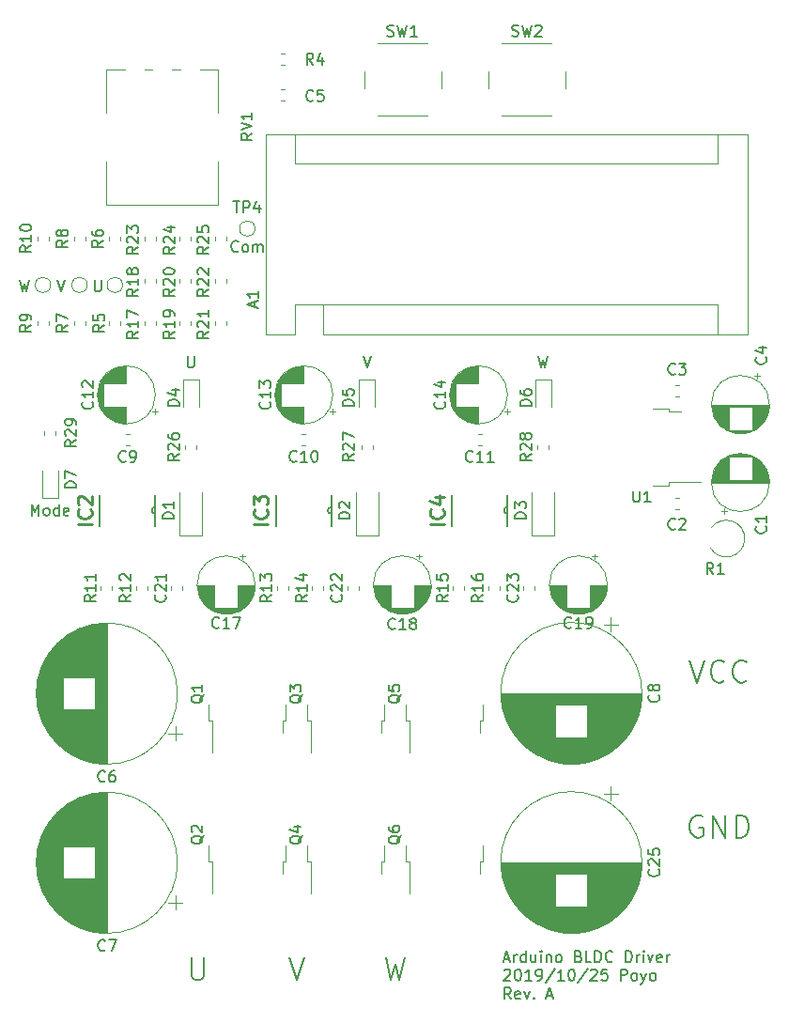
<source format=gto>
G04 #@! TF.GenerationSoftware,KiCad,Pcbnew,(5.1.2)-1*
G04 #@! TF.CreationDate,2019-11-10T18:16:18+09:00*
G04 #@! TF.ProjectId,Inverter,496e7665-7274-4657-922e-6b696361645f,rev?*
G04 #@! TF.SameCoordinates,PX5731c70PY93d1cc0*
G04 #@! TF.FileFunction,Legend,Top*
G04 #@! TF.FilePolarity,Positive*
%FSLAX46Y46*%
G04 Gerber Fmt 4.6, Leading zero omitted, Abs format (unit mm)*
G04 Created by KiCad (PCBNEW (5.1.2)-1) date 2019-11-10 18:16:18*
%MOMM*%
%LPD*%
G04 APERTURE LIST*
%ADD10C,0.200000*%
%ADD11C,0.150000*%
%ADD12C,0.120000*%
%ADD13C,0.152400*%
%ADD14C,0.254000*%
G04 APERTURE END LIST*
D10*
X22050476Y70381858D02*
X22002857Y70334239D01*
X21860000Y70286620D01*
X21764761Y70286620D01*
X21621904Y70334239D01*
X21526666Y70429477D01*
X21479047Y70524715D01*
X21431428Y70715191D01*
X21431428Y70858048D01*
X21479047Y71048524D01*
X21526666Y71143762D01*
X21621904Y71239000D01*
X21764761Y71286620D01*
X21860000Y71286620D01*
X22002857Y71239000D01*
X22050476Y71191381D01*
X22621904Y70286620D02*
X22526666Y70334239D01*
X22479047Y70381858D01*
X22431428Y70477096D01*
X22431428Y70762810D01*
X22479047Y70858048D01*
X22526666Y70905667D01*
X22621904Y70953286D01*
X22764761Y70953286D01*
X22860000Y70905667D01*
X22907619Y70858048D01*
X22955238Y70762810D01*
X22955238Y70477096D01*
X22907619Y70381858D01*
X22860000Y70334239D01*
X22764761Y70286620D01*
X22621904Y70286620D01*
X23383809Y70286620D02*
X23383809Y70953286D01*
X23383809Y70858048D02*
X23431428Y70905667D01*
X23526666Y70953286D01*
X23669523Y70953286D01*
X23764761Y70905667D01*
X23812380Y70810429D01*
X23812380Y70286620D01*
X23812380Y70810429D02*
X23860000Y70905667D01*
X23955238Y70953286D01*
X24098095Y70953286D01*
X24193333Y70905667D01*
X24240952Y70810429D01*
X24240952Y70286620D01*
X2365428Y67730620D02*
X2603523Y66730620D01*
X2794000Y67444905D01*
X2984476Y66730620D01*
X3222571Y67730620D01*
X5762666Y67730620D02*
X6096000Y66730620D01*
X6429333Y67730620D01*
X9112285Y67730620D02*
X9112285Y66921096D01*
X9159904Y66825858D01*
X9207523Y66778239D01*
X9302761Y66730620D01*
X9493238Y66730620D01*
X9588476Y66778239D01*
X9636095Y66825858D01*
X9683714Y66921096D01*
X9683714Y67730620D01*
D11*
X3413333Y46537620D02*
X3413333Y47537620D01*
X3746666Y46823334D01*
X4080000Y47537620D01*
X4080000Y46537620D01*
X4699047Y46537620D02*
X4603809Y46585239D01*
X4556190Y46632858D01*
X4508571Y46728096D01*
X4508571Y47013810D01*
X4556190Y47109048D01*
X4603809Y47156667D01*
X4699047Y47204286D01*
X4841904Y47204286D01*
X4937142Y47156667D01*
X4984761Y47109048D01*
X5032380Y47013810D01*
X5032380Y46728096D01*
X4984761Y46632858D01*
X4937142Y46585239D01*
X4841904Y46537620D01*
X4699047Y46537620D01*
X5889523Y46537620D02*
X5889523Y47537620D01*
X5889523Y46585239D02*
X5794285Y46537620D01*
X5603809Y46537620D01*
X5508571Y46585239D01*
X5460952Y46632858D01*
X5413333Y46728096D01*
X5413333Y47013810D01*
X5460952Y47109048D01*
X5508571Y47156667D01*
X5603809Y47204286D01*
X5794285Y47204286D01*
X5889523Y47156667D01*
X6746666Y46585239D02*
X6651428Y46537620D01*
X6460952Y46537620D01*
X6365714Y46585239D01*
X6318095Y46680477D01*
X6318095Y47061429D01*
X6365714Y47156667D01*
X6460952Y47204286D01*
X6651428Y47204286D01*
X6746666Y47156667D01*
X6794285Y47061429D01*
X6794285Y46966191D01*
X6318095Y46870953D01*
X63881190Y19415000D02*
X63690714Y19510239D01*
X63405000Y19510239D01*
X63119285Y19415000D01*
X62928809Y19224524D01*
X62833571Y19034048D01*
X62738333Y18653096D01*
X62738333Y18367381D01*
X62833571Y17986429D01*
X62928809Y17795953D01*
X63119285Y17605477D01*
X63405000Y17510239D01*
X63595476Y17510239D01*
X63881190Y17605477D01*
X63976428Y17700715D01*
X63976428Y18367381D01*
X63595476Y18367381D01*
X64833571Y17510239D02*
X64833571Y19510239D01*
X65976428Y17510239D01*
X65976428Y19510239D01*
X66928809Y17510239D02*
X66928809Y19510239D01*
X67405000Y19510239D01*
X67690714Y19415000D01*
X67881190Y19224524D01*
X67976428Y19034048D01*
X68071666Y18653096D01*
X68071666Y18367381D01*
X67976428Y17986429D01*
X67881190Y17795953D01*
X67690714Y17605477D01*
X67405000Y17510239D01*
X66928809Y17510239D01*
X46007976Y6563334D02*
X46484166Y6563334D01*
X45912738Y6277620D02*
X46246071Y7277620D01*
X46579404Y6277620D01*
X46912738Y6277620D02*
X46912738Y6944286D01*
X46912738Y6753810D02*
X46960357Y6849048D01*
X47007976Y6896667D01*
X47103214Y6944286D01*
X47198452Y6944286D01*
X47960357Y6277620D02*
X47960357Y7277620D01*
X47960357Y6325239D02*
X47865119Y6277620D01*
X47674642Y6277620D01*
X47579404Y6325239D01*
X47531785Y6372858D01*
X47484166Y6468096D01*
X47484166Y6753810D01*
X47531785Y6849048D01*
X47579404Y6896667D01*
X47674642Y6944286D01*
X47865119Y6944286D01*
X47960357Y6896667D01*
X48865119Y6944286D02*
X48865119Y6277620D01*
X48436547Y6944286D02*
X48436547Y6420477D01*
X48484166Y6325239D01*
X48579404Y6277620D01*
X48722261Y6277620D01*
X48817500Y6325239D01*
X48865119Y6372858D01*
X49341309Y6277620D02*
X49341309Y6944286D01*
X49341309Y7277620D02*
X49293690Y7230000D01*
X49341309Y7182381D01*
X49388928Y7230000D01*
X49341309Y7277620D01*
X49341309Y7182381D01*
X49817500Y6944286D02*
X49817500Y6277620D01*
X49817500Y6849048D02*
X49865119Y6896667D01*
X49960357Y6944286D01*
X50103214Y6944286D01*
X50198452Y6896667D01*
X50246071Y6801429D01*
X50246071Y6277620D01*
X50865119Y6277620D02*
X50769880Y6325239D01*
X50722261Y6372858D01*
X50674642Y6468096D01*
X50674642Y6753810D01*
X50722261Y6849048D01*
X50769880Y6896667D01*
X50865119Y6944286D01*
X51007976Y6944286D01*
X51103214Y6896667D01*
X51150833Y6849048D01*
X51198452Y6753810D01*
X51198452Y6468096D01*
X51150833Y6372858D01*
X51103214Y6325239D01*
X51007976Y6277620D01*
X50865119Y6277620D01*
X52722261Y6801429D02*
X52865119Y6753810D01*
X52912738Y6706191D01*
X52960357Y6610953D01*
X52960357Y6468096D01*
X52912738Y6372858D01*
X52865119Y6325239D01*
X52769880Y6277620D01*
X52388928Y6277620D01*
X52388928Y7277620D01*
X52722261Y7277620D01*
X52817500Y7230000D01*
X52865119Y7182381D01*
X52912738Y7087143D01*
X52912738Y6991905D01*
X52865119Y6896667D01*
X52817500Y6849048D01*
X52722261Y6801429D01*
X52388928Y6801429D01*
X53865119Y6277620D02*
X53388928Y6277620D01*
X53388928Y7277620D01*
X54198452Y6277620D02*
X54198452Y7277620D01*
X54436547Y7277620D01*
X54579404Y7230000D01*
X54674642Y7134762D01*
X54722261Y7039524D01*
X54769880Y6849048D01*
X54769880Y6706191D01*
X54722261Y6515715D01*
X54674642Y6420477D01*
X54579404Y6325239D01*
X54436547Y6277620D01*
X54198452Y6277620D01*
X55769880Y6372858D02*
X55722261Y6325239D01*
X55579404Y6277620D01*
X55484166Y6277620D01*
X55341309Y6325239D01*
X55246071Y6420477D01*
X55198452Y6515715D01*
X55150833Y6706191D01*
X55150833Y6849048D01*
X55198452Y7039524D01*
X55246071Y7134762D01*
X55341309Y7230000D01*
X55484166Y7277620D01*
X55579404Y7277620D01*
X55722261Y7230000D01*
X55769880Y7182381D01*
X56960357Y6277620D02*
X56960357Y7277620D01*
X57198452Y7277620D01*
X57341309Y7230000D01*
X57436547Y7134762D01*
X57484166Y7039524D01*
X57531785Y6849048D01*
X57531785Y6706191D01*
X57484166Y6515715D01*
X57436547Y6420477D01*
X57341309Y6325239D01*
X57198452Y6277620D01*
X56960357Y6277620D01*
X57960357Y6277620D02*
X57960357Y6944286D01*
X57960357Y6753810D02*
X58007976Y6849048D01*
X58055595Y6896667D01*
X58150833Y6944286D01*
X58246071Y6944286D01*
X58579404Y6277620D02*
X58579404Y6944286D01*
X58579404Y7277620D02*
X58531785Y7230000D01*
X58579404Y7182381D01*
X58627023Y7230000D01*
X58579404Y7277620D01*
X58579404Y7182381D01*
X58960357Y6944286D02*
X59198452Y6277620D01*
X59436547Y6944286D01*
X60198452Y6325239D02*
X60103214Y6277620D01*
X59912738Y6277620D01*
X59817500Y6325239D01*
X59769880Y6420477D01*
X59769880Y6801429D01*
X59817500Y6896667D01*
X59912738Y6944286D01*
X60103214Y6944286D01*
X60198452Y6896667D01*
X60246071Y6801429D01*
X60246071Y6706191D01*
X59769880Y6610953D01*
X60674642Y6277620D02*
X60674642Y6944286D01*
X60674642Y6753810D02*
X60722261Y6849048D01*
X60769880Y6896667D01*
X60865119Y6944286D01*
X60960357Y6944286D01*
X46007976Y5532381D02*
X46055595Y5580000D01*
X46150833Y5627620D01*
X46388928Y5627620D01*
X46484166Y5580000D01*
X46531785Y5532381D01*
X46579404Y5437143D01*
X46579404Y5341905D01*
X46531785Y5199048D01*
X45960357Y4627620D01*
X46579404Y4627620D01*
X47198452Y5627620D02*
X47293690Y5627620D01*
X47388928Y5580000D01*
X47436547Y5532381D01*
X47484166Y5437143D01*
X47531785Y5246667D01*
X47531785Y5008572D01*
X47484166Y4818096D01*
X47436547Y4722858D01*
X47388928Y4675239D01*
X47293690Y4627620D01*
X47198452Y4627620D01*
X47103214Y4675239D01*
X47055595Y4722858D01*
X47007976Y4818096D01*
X46960357Y5008572D01*
X46960357Y5246667D01*
X47007976Y5437143D01*
X47055595Y5532381D01*
X47103214Y5580000D01*
X47198452Y5627620D01*
X48484166Y4627620D02*
X47912738Y4627620D01*
X48198452Y4627620D02*
X48198452Y5627620D01*
X48103214Y5484762D01*
X48007976Y5389524D01*
X47912738Y5341905D01*
X48960357Y4627620D02*
X49150833Y4627620D01*
X49246071Y4675239D01*
X49293690Y4722858D01*
X49388928Y4865715D01*
X49436547Y5056191D01*
X49436547Y5437143D01*
X49388928Y5532381D01*
X49341309Y5580000D01*
X49246071Y5627620D01*
X49055595Y5627620D01*
X48960357Y5580000D01*
X48912738Y5532381D01*
X48865119Y5437143D01*
X48865119Y5199048D01*
X48912738Y5103810D01*
X48960357Y5056191D01*
X49055595Y5008572D01*
X49246071Y5008572D01*
X49341309Y5056191D01*
X49388928Y5103810D01*
X49436547Y5199048D01*
X50579404Y5675239D02*
X49722261Y4389524D01*
X51436547Y4627620D02*
X50865119Y4627620D01*
X51150833Y4627620D02*
X51150833Y5627620D01*
X51055595Y5484762D01*
X50960357Y5389524D01*
X50865119Y5341905D01*
X52055595Y5627620D02*
X52150833Y5627620D01*
X52246071Y5580000D01*
X52293690Y5532381D01*
X52341309Y5437143D01*
X52388928Y5246667D01*
X52388928Y5008572D01*
X52341309Y4818096D01*
X52293690Y4722858D01*
X52246071Y4675239D01*
X52150833Y4627620D01*
X52055595Y4627620D01*
X51960357Y4675239D01*
X51912738Y4722858D01*
X51865119Y4818096D01*
X51817500Y5008572D01*
X51817500Y5246667D01*
X51865119Y5437143D01*
X51912738Y5532381D01*
X51960357Y5580000D01*
X52055595Y5627620D01*
X53531785Y5675239D02*
X52674642Y4389524D01*
X53817500Y5532381D02*
X53865119Y5580000D01*
X53960357Y5627620D01*
X54198452Y5627620D01*
X54293690Y5580000D01*
X54341309Y5532381D01*
X54388928Y5437143D01*
X54388928Y5341905D01*
X54341309Y5199048D01*
X53769880Y4627620D01*
X54388928Y4627620D01*
X55293690Y5627620D02*
X54817500Y5627620D01*
X54769880Y5151429D01*
X54817500Y5199048D01*
X54912738Y5246667D01*
X55150833Y5246667D01*
X55246071Y5199048D01*
X55293690Y5151429D01*
X55341309Y5056191D01*
X55341309Y4818096D01*
X55293690Y4722858D01*
X55246071Y4675239D01*
X55150833Y4627620D01*
X54912738Y4627620D01*
X54817500Y4675239D01*
X54769880Y4722858D01*
X56531785Y4627620D02*
X56531785Y5627620D01*
X56912738Y5627620D01*
X57007976Y5580000D01*
X57055595Y5532381D01*
X57103214Y5437143D01*
X57103214Y5294286D01*
X57055595Y5199048D01*
X57007976Y5151429D01*
X56912738Y5103810D01*
X56531785Y5103810D01*
X57674642Y4627620D02*
X57579404Y4675239D01*
X57531785Y4722858D01*
X57484166Y4818096D01*
X57484166Y5103810D01*
X57531785Y5199048D01*
X57579404Y5246667D01*
X57674642Y5294286D01*
X57817500Y5294286D01*
X57912738Y5246667D01*
X57960357Y5199048D01*
X58007976Y5103810D01*
X58007976Y4818096D01*
X57960357Y4722858D01*
X57912738Y4675239D01*
X57817500Y4627620D01*
X57674642Y4627620D01*
X58341309Y5294286D02*
X58579404Y4627620D01*
X58817500Y5294286D02*
X58579404Y4627620D01*
X58484166Y4389524D01*
X58436547Y4341905D01*
X58341309Y4294286D01*
X59341309Y4627620D02*
X59246071Y4675239D01*
X59198452Y4722858D01*
X59150833Y4818096D01*
X59150833Y5103810D01*
X59198452Y5199048D01*
X59246071Y5246667D01*
X59341309Y5294286D01*
X59484166Y5294286D01*
X59579404Y5246667D01*
X59627023Y5199048D01*
X59674642Y5103810D01*
X59674642Y4818096D01*
X59627023Y4722858D01*
X59579404Y4675239D01*
X59484166Y4627620D01*
X59341309Y4627620D01*
X46627023Y2977620D02*
X46293690Y3453810D01*
X46055595Y2977620D02*
X46055595Y3977620D01*
X46436547Y3977620D01*
X46531785Y3930000D01*
X46579404Y3882381D01*
X46627023Y3787143D01*
X46627023Y3644286D01*
X46579404Y3549048D01*
X46531785Y3501429D01*
X46436547Y3453810D01*
X46055595Y3453810D01*
X47436547Y3025239D02*
X47341309Y2977620D01*
X47150833Y2977620D01*
X47055595Y3025239D01*
X47007976Y3120477D01*
X47007976Y3501429D01*
X47055595Y3596667D01*
X47150833Y3644286D01*
X47341309Y3644286D01*
X47436547Y3596667D01*
X47484166Y3501429D01*
X47484166Y3406191D01*
X47007976Y3310953D01*
X47817500Y3644286D02*
X48055595Y2977620D01*
X48293690Y3644286D01*
X48674642Y3072858D02*
X48722261Y3025239D01*
X48674642Y2977620D01*
X48627023Y3025239D01*
X48674642Y3072858D01*
X48674642Y2977620D01*
X49865119Y3263334D02*
X50341309Y3263334D01*
X49769880Y2977620D02*
X50103214Y3977620D01*
X50436547Y2977620D01*
X17494285Y60872620D02*
X17494285Y60063096D01*
X17541904Y59967858D01*
X17589523Y59920239D01*
X17684761Y59872620D01*
X17875238Y59872620D01*
X17970476Y59920239D01*
X18018095Y59967858D01*
X18065714Y60063096D01*
X18065714Y60872620D01*
X33321666Y60872620D02*
X33655000Y59872620D01*
X33988333Y60872620D01*
X49101428Y60872620D02*
X49339523Y59872620D01*
X49530000Y60586905D01*
X49720476Y59872620D01*
X49958571Y60872620D01*
X62738333Y33480239D02*
X63405000Y31480239D01*
X64071666Y33480239D01*
X65881190Y31670715D02*
X65785952Y31575477D01*
X65500238Y31480239D01*
X65309761Y31480239D01*
X65024047Y31575477D01*
X64833571Y31765953D01*
X64738333Y31956429D01*
X64643095Y32337381D01*
X64643095Y32623096D01*
X64738333Y33004048D01*
X64833571Y33194524D01*
X65024047Y33385000D01*
X65309761Y33480239D01*
X65500238Y33480239D01*
X65785952Y33385000D01*
X65881190Y33289762D01*
X67881190Y31670715D02*
X67785952Y31575477D01*
X67500238Y31480239D01*
X67309761Y31480239D01*
X67024047Y31575477D01*
X66833571Y31765953D01*
X66738333Y31956429D01*
X66643095Y32337381D01*
X66643095Y32623096D01*
X66738333Y33004048D01*
X66833571Y33194524D01*
X67024047Y33385000D01*
X67309761Y33480239D01*
X67500238Y33480239D01*
X67785952Y33385000D01*
X67881190Y33289762D01*
X17843571Y6683239D02*
X17843571Y5064191D01*
X17938809Y4873715D01*
X18034047Y4778477D01*
X18224523Y4683239D01*
X18605476Y4683239D01*
X18795952Y4778477D01*
X18891190Y4873715D01*
X18986428Y5064191D01*
X18986428Y6683239D01*
X26638333Y6683239D02*
X27305000Y4683239D01*
X27971666Y6683239D01*
X35337857Y6683239D02*
X35814047Y4683239D01*
X36195000Y6111810D01*
X36575952Y4683239D01*
X37052142Y6683239D01*
D12*
X60890000Y55885000D02*
X61990000Y55885000D01*
X60890000Y56155000D02*
X60890000Y55885000D01*
X59390000Y56155000D02*
X60890000Y56155000D01*
X60890000Y49525000D02*
X63720000Y49525000D01*
X60890000Y49255000D02*
X60890000Y49525000D01*
X59390000Y49255000D02*
X60890000Y49255000D01*
X24508000Y80902000D02*
X24508000Y62862000D01*
X67948000Y80902000D02*
X24508000Y80902000D01*
X67948000Y62862000D02*
X67948000Y80902000D01*
X65278000Y65532000D02*
X65278000Y62862000D01*
X29718000Y65532000D02*
X65278000Y65532000D01*
X29718000Y65532000D02*
X29718000Y62862000D01*
X65278000Y78232000D02*
X65278000Y80902000D01*
X27178000Y78232000D02*
X65278000Y78232000D01*
X27178000Y78232000D02*
X27178000Y80902000D01*
X24508000Y62862000D02*
X27178000Y62862000D01*
X29718000Y62862000D02*
X67948000Y62862000D01*
X27178000Y65532000D02*
X27178000Y62862000D01*
X29718000Y65532000D02*
X27178000Y65532000D01*
X23560000Y72390000D02*
G75*
G03X23560000Y72390000I-700000J0D01*
G01*
X5145000Y67310000D02*
G75*
G03X5145000Y67310000I-700000J0D01*
G01*
X8447000Y67310000D02*
G75*
G03X8447000Y67310000I-700000J0D01*
G01*
X11622000Y67310000D02*
G75*
G03X11622000Y67310000I-700000J0D01*
G01*
X20221000Y74510000D02*
X10180000Y74510000D01*
X11830000Y86750000D02*
X10180000Y86750000D01*
X14329000Y86750000D02*
X13570000Y86750000D01*
X16829000Y86750000D02*
X16070000Y86750000D01*
X20221000Y86750000D02*
X18571000Y86750000D01*
X10180000Y78446000D02*
X10180000Y74510000D01*
X10180000Y86750000D02*
X10180000Y82813000D01*
X20221000Y78446000D02*
X20221000Y74510000D01*
X20221000Y86750000D02*
X20221000Y82813000D01*
X56270000Y21472082D02*
X55020000Y21472082D01*
X55645000Y22097082D02*
X55645000Y20847082D01*
X52387000Y8919000D02*
X51753000Y8919000D01*
X52827000Y8959000D02*
X51313000Y8959000D01*
X53098000Y8999000D02*
X51042000Y8999000D01*
X53311000Y9039000D02*
X50829000Y9039000D01*
X53492000Y9079000D02*
X50648000Y9079000D01*
X53653000Y9119000D02*
X50487000Y9119000D01*
X53798000Y9159000D02*
X50342000Y9159000D01*
X53931000Y9199000D02*
X50209000Y9199000D01*
X54054000Y9239000D02*
X50086000Y9239000D01*
X54170000Y9279000D02*
X49970000Y9279000D01*
X54279000Y9319000D02*
X49861000Y9319000D01*
X54382000Y9359000D02*
X49758000Y9359000D01*
X54480000Y9399000D02*
X49660000Y9399000D01*
X54574000Y9439000D02*
X49566000Y9439000D01*
X54664000Y9479000D02*
X49476000Y9479000D01*
X54751000Y9519000D02*
X49389000Y9519000D01*
X54834000Y9559000D02*
X49306000Y9559000D01*
X54914000Y9599000D02*
X49226000Y9599000D01*
X54991000Y9639000D02*
X49149000Y9639000D01*
X55066000Y9679000D02*
X49074000Y9679000D01*
X55139000Y9719000D02*
X49001000Y9719000D01*
X55210000Y9759000D02*
X48930000Y9759000D01*
X55278000Y9799000D02*
X48862000Y9799000D01*
X55345000Y9839000D02*
X48795000Y9839000D01*
X55409000Y9879000D02*
X48731000Y9879000D01*
X55472000Y9919000D02*
X48668000Y9919000D01*
X55534000Y9959000D02*
X48606000Y9959000D01*
X55594000Y9999000D02*
X48546000Y9999000D01*
X55653000Y10039000D02*
X48487000Y10039000D01*
X55710000Y10079000D02*
X48430000Y10079000D01*
X55766000Y10119000D02*
X48374000Y10119000D01*
X55820000Y10159000D02*
X48320000Y10159000D01*
X55874000Y10199000D02*
X48266000Y10199000D01*
X55926000Y10239000D02*
X48214000Y10239000D01*
X55977000Y10279000D02*
X48163000Y10279000D01*
X56027000Y10319000D02*
X48113000Y10319000D01*
X56077000Y10359000D02*
X48063000Y10359000D01*
X56125000Y10399000D02*
X48015000Y10399000D01*
X56172000Y10439000D02*
X47968000Y10439000D01*
X56218000Y10479000D02*
X47922000Y10479000D01*
X56264000Y10519000D02*
X47876000Y10519000D01*
X56308000Y10559000D02*
X47832000Y10559000D01*
X56352000Y10599000D02*
X47788000Y10599000D01*
X56395000Y10639000D02*
X47745000Y10639000D01*
X56437000Y10679000D02*
X47703000Y10679000D01*
X56478000Y10719000D02*
X47662000Y10719000D01*
X56519000Y10759000D02*
X47621000Y10759000D01*
X56559000Y10799000D02*
X47581000Y10799000D01*
X56598000Y10839000D02*
X47542000Y10839000D01*
X56637000Y10879000D02*
X47503000Y10879000D01*
X56675000Y10919000D02*
X47465000Y10919000D01*
X56712000Y10959000D02*
X47428000Y10959000D01*
X56748000Y10999000D02*
X47392000Y10999000D01*
X56784000Y11039000D02*
X47356000Y11039000D01*
X56820000Y11079000D02*
X47320000Y11079000D01*
X56855000Y11119000D02*
X47285000Y11119000D01*
X56889000Y11159000D02*
X47251000Y11159000D01*
X56922000Y11199000D02*
X47218000Y11199000D01*
X56955000Y11239000D02*
X47185000Y11239000D01*
X56988000Y11279000D02*
X47152000Y11279000D01*
X57020000Y11319000D02*
X47120000Y11319000D01*
X50630000Y11359000D02*
X47088000Y11359000D01*
X57052000Y11359000D02*
X53510000Y11359000D01*
X50630000Y11399000D02*
X47058000Y11399000D01*
X57082000Y11399000D02*
X53510000Y11399000D01*
X50630000Y11439000D02*
X47027000Y11439000D01*
X57113000Y11439000D02*
X53510000Y11439000D01*
X50630000Y11479000D02*
X46997000Y11479000D01*
X57143000Y11479000D02*
X53510000Y11479000D01*
X50630000Y11519000D02*
X46968000Y11519000D01*
X57172000Y11519000D02*
X53510000Y11519000D01*
X50630000Y11559000D02*
X46939000Y11559000D01*
X57201000Y11559000D02*
X53510000Y11559000D01*
X50630000Y11599000D02*
X46910000Y11599000D01*
X57230000Y11599000D02*
X53510000Y11599000D01*
X50630000Y11639000D02*
X46882000Y11639000D01*
X57258000Y11639000D02*
X53510000Y11639000D01*
X50630000Y11679000D02*
X46854000Y11679000D01*
X57286000Y11679000D02*
X53510000Y11679000D01*
X50630000Y11719000D02*
X46827000Y11719000D01*
X57313000Y11719000D02*
X53510000Y11719000D01*
X50630000Y11759000D02*
X46800000Y11759000D01*
X57340000Y11759000D02*
X53510000Y11759000D01*
X50630000Y11799000D02*
X46774000Y11799000D01*
X57366000Y11799000D02*
X53510000Y11799000D01*
X50630000Y11839000D02*
X46748000Y11839000D01*
X57392000Y11839000D02*
X53510000Y11839000D01*
X50630000Y11879000D02*
X46723000Y11879000D01*
X57417000Y11879000D02*
X53510000Y11879000D01*
X50630000Y11919000D02*
X46698000Y11919000D01*
X57442000Y11919000D02*
X53510000Y11919000D01*
X50630000Y11959000D02*
X46673000Y11959000D01*
X57467000Y11959000D02*
X53510000Y11959000D01*
X50630000Y11999000D02*
X46649000Y11999000D01*
X57491000Y11999000D02*
X53510000Y11999000D01*
X50630000Y12039000D02*
X46625000Y12039000D01*
X57515000Y12039000D02*
X53510000Y12039000D01*
X50630000Y12079000D02*
X46602000Y12079000D01*
X57538000Y12079000D02*
X53510000Y12079000D01*
X50630000Y12119000D02*
X46579000Y12119000D01*
X57561000Y12119000D02*
X53510000Y12119000D01*
X50630000Y12159000D02*
X46556000Y12159000D01*
X57584000Y12159000D02*
X53510000Y12159000D01*
X50630000Y12199000D02*
X46534000Y12199000D01*
X57606000Y12199000D02*
X53510000Y12199000D01*
X50630000Y12239000D02*
X46512000Y12239000D01*
X57628000Y12239000D02*
X53510000Y12239000D01*
X50630000Y12279000D02*
X46490000Y12279000D01*
X57650000Y12279000D02*
X53510000Y12279000D01*
X50630000Y12319000D02*
X46469000Y12319000D01*
X57671000Y12319000D02*
X53510000Y12319000D01*
X50630000Y12359000D02*
X46448000Y12359000D01*
X57692000Y12359000D02*
X53510000Y12359000D01*
X50630000Y12399000D02*
X46428000Y12399000D01*
X57712000Y12399000D02*
X53510000Y12399000D01*
X50630000Y12439000D02*
X46408000Y12439000D01*
X57732000Y12439000D02*
X53510000Y12439000D01*
X50630000Y12479000D02*
X46388000Y12479000D01*
X57752000Y12479000D02*
X53510000Y12479000D01*
X50630000Y12519000D02*
X46368000Y12519000D01*
X57772000Y12519000D02*
X53510000Y12519000D01*
X50630000Y12559000D02*
X46349000Y12559000D01*
X57791000Y12559000D02*
X53510000Y12559000D01*
X50630000Y12599000D02*
X46331000Y12599000D01*
X57809000Y12599000D02*
X53510000Y12599000D01*
X50630000Y12639000D02*
X46312000Y12639000D01*
X57828000Y12639000D02*
X53510000Y12639000D01*
X50630000Y12679000D02*
X46294000Y12679000D01*
X57846000Y12679000D02*
X53510000Y12679000D01*
X50630000Y12719000D02*
X46277000Y12719000D01*
X57863000Y12719000D02*
X53510000Y12719000D01*
X50630000Y12759000D02*
X46259000Y12759000D01*
X57881000Y12759000D02*
X53510000Y12759000D01*
X50630000Y12799000D02*
X46242000Y12799000D01*
X57898000Y12799000D02*
X53510000Y12799000D01*
X50630000Y12839000D02*
X46225000Y12839000D01*
X57915000Y12839000D02*
X53510000Y12839000D01*
X50630000Y12879000D02*
X46209000Y12879000D01*
X57931000Y12879000D02*
X53510000Y12879000D01*
X50630000Y12919000D02*
X46193000Y12919000D01*
X57947000Y12919000D02*
X53510000Y12919000D01*
X50630000Y12959000D02*
X46177000Y12959000D01*
X57963000Y12959000D02*
X53510000Y12959000D01*
X50630000Y12999000D02*
X46162000Y12999000D01*
X57978000Y12999000D02*
X53510000Y12999000D01*
X50630000Y13039000D02*
X46146000Y13039000D01*
X57994000Y13039000D02*
X53510000Y13039000D01*
X50630000Y13079000D02*
X46131000Y13079000D01*
X58009000Y13079000D02*
X53510000Y13079000D01*
X50630000Y13119000D02*
X46117000Y13119000D01*
X58023000Y13119000D02*
X53510000Y13119000D01*
X50630000Y13159000D02*
X46103000Y13159000D01*
X58037000Y13159000D02*
X53510000Y13159000D01*
X50630000Y13199000D02*
X46089000Y13199000D01*
X58051000Y13199000D02*
X53510000Y13199000D01*
X50630000Y13239000D02*
X46075000Y13239000D01*
X58065000Y13239000D02*
X53510000Y13239000D01*
X50630000Y13279000D02*
X46062000Y13279000D01*
X58078000Y13279000D02*
X53510000Y13279000D01*
X50630000Y13319000D02*
X46049000Y13319000D01*
X58091000Y13319000D02*
X53510000Y13319000D01*
X50630000Y13359000D02*
X46036000Y13359000D01*
X58104000Y13359000D02*
X53510000Y13359000D01*
X50630000Y13399000D02*
X46023000Y13399000D01*
X58117000Y13399000D02*
X53510000Y13399000D01*
X50630000Y13439000D02*
X46011000Y13439000D01*
X58129000Y13439000D02*
X53510000Y13439000D01*
X50630000Y13479000D02*
X45999000Y13479000D01*
X58141000Y13479000D02*
X53510000Y13479000D01*
X50630000Y13519000D02*
X45987000Y13519000D01*
X58153000Y13519000D02*
X53510000Y13519000D01*
X50630000Y13559000D02*
X45976000Y13559000D01*
X58164000Y13559000D02*
X53510000Y13559000D01*
X50630000Y13599000D02*
X45965000Y13599000D01*
X58175000Y13599000D02*
X53510000Y13599000D01*
X50630000Y13639000D02*
X45954000Y13639000D01*
X58186000Y13639000D02*
X53510000Y13639000D01*
X50630000Y13679000D02*
X45944000Y13679000D01*
X58196000Y13679000D02*
X53510000Y13679000D01*
X50630000Y13719000D02*
X45933000Y13719000D01*
X58207000Y13719000D02*
X53510000Y13719000D01*
X50630000Y13759000D02*
X45924000Y13759000D01*
X58216000Y13759000D02*
X53510000Y13759000D01*
X50630000Y13799000D02*
X45914000Y13799000D01*
X58226000Y13799000D02*
X53510000Y13799000D01*
X50630000Y13839000D02*
X45904000Y13839000D01*
X58236000Y13839000D02*
X53510000Y13839000D01*
X50630000Y13879000D02*
X45895000Y13879000D01*
X58245000Y13879000D02*
X53510000Y13879000D01*
X50630000Y13919000D02*
X45886000Y13919000D01*
X58254000Y13919000D02*
X53510000Y13919000D01*
X50630000Y13959000D02*
X45878000Y13959000D01*
X58262000Y13959000D02*
X53510000Y13959000D01*
X50630000Y13999000D02*
X45869000Y13999000D01*
X58271000Y13999000D02*
X53510000Y13999000D01*
X50630000Y14039000D02*
X45861000Y14039000D01*
X58279000Y14039000D02*
X53510000Y14039000D01*
X50630000Y14079000D02*
X45854000Y14079000D01*
X58286000Y14079000D02*
X53510000Y14079000D01*
X50630000Y14119000D02*
X45846000Y14119000D01*
X58294000Y14119000D02*
X53510000Y14119000D01*
X50630000Y14159000D02*
X45839000Y14159000D01*
X58301000Y14159000D02*
X53510000Y14159000D01*
X50630000Y14199000D02*
X45832000Y14199000D01*
X58308000Y14199000D02*
X53510000Y14199000D01*
X58315000Y14239000D02*
X45825000Y14239000D01*
X58322000Y14279000D02*
X45818000Y14279000D01*
X58328000Y14319000D02*
X45812000Y14319000D01*
X58334000Y14359000D02*
X45806000Y14359000D01*
X58339000Y14399000D02*
X45801000Y14399000D01*
X58345000Y14439000D02*
X45795000Y14439000D01*
X58350000Y14479000D02*
X45790000Y14479000D01*
X58355000Y14519000D02*
X45785000Y14519000D01*
X58360000Y14559000D02*
X45780000Y14559000D01*
X58364000Y14600000D02*
X45776000Y14600000D01*
X58368000Y14640000D02*
X45772000Y14640000D01*
X58372000Y14680000D02*
X45768000Y14680000D01*
X58376000Y14720000D02*
X45764000Y14720000D01*
X58379000Y14760000D02*
X45761000Y14760000D01*
X58382000Y14800000D02*
X45758000Y14800000D01*
X58385000Y14840000D02*
X45755000Y14840000D01*
X58388000Y14880000D02*
X45752000Y14880000D01*
X58390000Y14920000D02*
X45750000Y14920000D01*
X58392000Y14960000D02*
X45748000Y14960000D01*
X58394000Y15000000D02*
X45746000Y15000000D01*
X58396000Y15040000D02*
X45744000Y15040000D01*
X58397000Y15080000D02*
X45743000Y15080000D01*
X58398000Y15120000D02*
X45742000Y15120000D01*
X58399000Y15160000D02*
X45741000Y15160000D01*
X58400000Y15200000D02*
X45740000Y15200000D01*
X58400000Y15240000D02*
X45740000Y15240000D01*
X58400000Y15280000D02*
X45740000Y15280000D01*
X58440000Y15280000D02*
G75*
G03X58440000Y15280000I-6370000J0D01*
G01*
X56270000Y36712082D02*
X55020000Y36712082D01*
X55645000Y37337082D02*
X55645000Y36087082D01*
X52387000Y24159000D02*
X51753000Y24159000D01*
X52827000Y24199000D02*
X51313000Y24199000D01*
X53098000Y24239000D02*
X51042000Y24239000D01*
X53311000Y24279000D02*
X50829000Y24279000D01*
X53492000Y24319000D02*
X50648000Y24319000D01*
X53653000Y24359000D02*
X50487000Y24359000D01*
X53798000Y24399000D02*
X50342000Y24399000D01*
X53931000Y24439000D02*
X50209000Y24439000D01*
X54054000Y24479000D02*
X50086000Y24479000D01*
X54170000Y24519000D02*
X49970000Y24519000D01*
X54279000Y24559000D02*
X49861000Y24559000D01*
X54382000Y24599000D02*
X49758000Y24599000D01*
X54480000Y24639000D02*
X49660000Y24639000D01*
X54574000Y24679000D02*
X49566000Y24679000D01*
X54664000Y24719000D02*
X49476000Y24719000D01*
X54751000Y24759000D02*
X49389000Y24759000D01*
X54834000Y24799000D02*
X49306000Y24799000D01*
X54914000Y24839000D02*
X49226000Y24839000D01*
X54991000Y24879000D02*
X49149000Y24879000D01*
X55066000Y24919000D02*
X49074000Y24919000D01*
X55139000Y24959000D02*
X49001000Y24959000D01*
X55210000Y24999000D02*
X48930000Y24999000D01*
X55278000Y25039000D02*
X48862000Y25039000D01*
X55345000Y25079000D02*
X48795000Y25079000D01*
X55409000Y25119000D02*
X48731000Y25119000D01*
X55472000Y25159000D02*
X48668000Y25159000D01*
X55534000Y25199000D02*
X48606000Y25199000D01*
X55594000Y25239000D02*
X48546000Y25239000D01*
X55653000Y25279000D02*
X48487000Y25279000D01*
X55710000Y25319000D02*
X48430000Y25319000D01*
X55766000Y25359000D02*
X48374000Y25359000D01*
X55820000Y25399000D02*
X48320000Y25399000D01*
X55874000Y25439000D02*
X48266000Y25439000D01*
X55926000Y25479000D02*
X48214000Y25479000D01*
X55977000Y25519000D02*
X48163000Y25519000D01*
X56027000Y25559000D02*
X48113000Y25559000D01*
X56077000Y25599000D02*
X48063000Y25599000D01*
X56125000Y25639000D02*
X48015000Y25639000D01*
X56172000Y25679000D02*
X47968000Y25679000D01*
X56218000Y25719000D02*
X47922000Y25719000D01*
X56264000Y25759000D02*
X47876000Y25759000D01*
X56308000Y25799000D02*
X47832000Y25799000D01*
X56352000Y25839000D02*
X47788000Y25839000D01*
X56395000Y25879000D02*
X47745000Y25879000D01*
X56437000Y25919000D02*
X47703000Y25919000D01*
X56478000Y25959000D02*
X47662000Y25959000D01*
X56519000Y25999000D02*
X47621000Y25999000D01*
X56559000Y26039000D02*
X47581000Y26039000D01*
X56598000Y26079000D02*
X47542000Y26079000D01*
X56637000Y26119000D02*
X47503000Y26119000D01*
X56675000Y26159000D02*
X47465000Y26159000D01*
X56712000Y26199000D02*
X47428000Y26199000D01*
X56748000Y26239000D02*
X47392000Y26239000D01*
X56784000Y26279000D02*
X47356000Y26279000D01*
X56820000Y26319000D02*
X47320000Y26319000D01*
X56855000Y26359000D02*
X47285000Y26359000D01*
X56889000Y26399000D02*
X47251000Y26399000D01*
X56922000Y26439000D02*
X47218000Y26439000D01*
X56955000Y26479000D02*
X47185000Y26479000D01*
X56988000Y26519000D02*
X47152000Y26519000D01*
X57020000Y26559000D02*
X47120000Y26559000D01*
X50630000Y26599000D02*
X47088000Y26599000D01*
X57052000Y26599000D02*
X53510000Y26599000D01*
X50630000Y26639000D02*
X47058000Y26639000D01*
X57082000Y26639000D02*
X53510000Y26639000D01*
X50630000Y26679000D02*
X47027000Y26679000D01*
X57113000Y26679000D02*
X53510000Y26679000D01*
X50630000Y26719000D02*
X46997000Y26719000D01*
X57143000Y26719000D02*
X53510000Y26719000D01*
X50630000Y26759000D02*
X46968000Y26759000D01*
X57172000Y26759000D02*
X53510000Y26759000D01*
X50630000Y26799000D02*
X46939000Y26799000D01*
X57201000Y26799000D02*
X53510000Y26799000D01*
X50630000Y26839000D02*
X46910000Y26839000D01*
X57230000Y26839000D02*
X53510000Y26839000D01*
X50630000Y26879000D02*
X46882000Y26879000D01*
X57258000Y26879000D02*
X53510000Y26879000D01*
X50630000Y26919000D02*
X46854000Y26919000D01*
X57286000Y26919000D02*
X53510000Y26919000D01*
X50630000Y26959000D02*
X46827000Y26959000D01*
X57313000Y26959000D02*
X53510000Y26959000D01*
X50630000Y26999000D02*
X46800000Y26999000D01*
X57340000Y26999000D02*
X53510000Y26999000D01*
X50630000Y27039000D02*
X46774000Y27039000D01*
X57366000Y27039000D02*
X53510000Y27039000D01*
X50630000Y27079000D02*
X46748000Y27079000D01*
X57392000Y27079000D02*
X53510000Y27079000D01*
X50630000Y27119000D02*
X46723000Y27119000D01*
X57417000Y27119000D02*
X53510000Y27119000D01*
X50630000Y27159000D02*
X46698000Y27159000D01*
X57442000Y27159000D02*
X53510000Y27159000D01*
X50630000Y27199000D02*
X46673000Y27199000D01*
X57467000Y27199000D02*
X53510000Y27199000D01*
X50630000Y27239000D02*
X46649000Y27239000D01*
X57491000Y27239000D02*
X53510000Y27239000D01*
X50630000Y27279000D02*
X46625000Y27279000D01*
X57515000Y27279000D02*
X53510000Y27279000D01*
X50630000Y27319000D02*
X46602000Y27319000D01*
X57538000Y27319000D02*
X53510000Y27319000D01*
X50630000Y27359000D02*
X46579000Y27359000D01*
X57561000Y27359000D02*
X53510000Y27359000D01*
X50630000Y27399000D02*
X46556000Y27399000D01*
X57584000Y27399000D02*
X53510000Y27399000D01*
X50630000Y27439000D02*
X46534000Y27439000D01*
X57606000Y27439000D02*
X53510000Y27439000D01*
X50630000Y27479000D02*
X46512000Y27479000D01*
X57628000Y27479000D02*
X53510000Y27479000D01*
X50630000Y27519000D02*
X46490000Y27519000D01*
X57650000Y27519000D02*
X53510000Y27519000D01*
X50630000Y27559000D02*
X46469000Y27559000D01*
X57671000Y27559000D02*
X53510000Y27559000D01*
X50630000Y27599000D02*
X46448000Y27599000D01*
X57692000Y27599000D02*
X53510000Y27599000D01*
X50630000Y27639000D02*
X46428000Y27639000D01*
X57712000Y27639000D02*
X53510000Y27639000D01*
X50630000Y27679000D02*
X46408000Y27679000D01*
X57732000Y27679000D02*
X53510000Y27679000D01*
X50630000Y27719000D02*
X46388000Y27719000D01*
X57752000Y27719000D02*
X53510000Y27719000D01*
X50630000Y27759000D02*
X46368000Y27759000D01*
X57772000Y27759000D02*
X53510000Y27759000D01*
X50630000Y27799000D02*
X46349000Y27799000D01*
X57791000Y27799000D02*
X53510000Y27799000D01*
X50630000Y27839000D02*
X46331000Y27839000D01*
X57809000Y27839000D02*
X53510000Y27839000D01*
X50630000Y27879000D02*
X46312000Y27879000D01*
X57828000Y27879000D02*
X53510000Y27879000D01*
X50630000Y27919000D02*
X46294000Y27919000D01*
X57846000Y27919000D02*
X53510000Y27919000D01*
X50630000Y27959000D02*
X46277000Y27959000D01*
X57863000Y27959000D02*
X53510000Y27959000D01*
X50630000Y27999000D02*
X46259000Y27999000D01*
X57881000Y27999000D02*
X53510000Y27999000D01*
X50630000Y28039000D02*
X46242000Y28039000D01*
X57898000Y28039000D02*
X53510000Y28039000D01*
X50630000Y28079000D02*
X46225000Y28079000D01*
X57915000Y28079000D02*
X53510000Y28079000D01*
X50630000Y28119000D02*
X46209000Y28119000D01*
X57931000Y28119000D02*
X53510000Y28119000D01*
X50630000Y28159000D02*
X46193000Y28159000D01*
X57947000Y28159000D02*
X53510000Y28159000D01*
X50630000Y28199000D02*
X46177000Y28199000D01*
X57963000Y28199000D02*
X53510000Y28199000D01*
X50630000Y28239000D02*
X46162000Y28239000D01*
X57978000Y28239000D02*
X53510000Y28239000D01*
X50630000Y28279000D02*
X46146000Y28279000D01*
X57994000Y28279000D02*
X53510000Y28279000D01*
X50630000Y28319000D02*
X46131000Y28319000D01*
X58009000Y28319000D02*
X53510000Y28319000D01*
X50630000Y28359000D02*
X46117000Y28359000D01*
X58023000Y28359000D02*
X53510000Y28359000D01*
X50630000Y28399000D02*
X46103000Y28399000D01*
X58037000Y28399000D02*
X53510000Y28399000D01*
X50630000Y28439000D02*
X46089000Y28439000D01*
X58051000Y28439000D02*
X53510000Y28439000D01*
X50630000Y28479000D02*
X46075000Y28479000D01*
X58065000Y28479000D02*
X53510000Y28479000D01*
X50630000Y28519000D02*
X46062000Y28519000D01*
X58078000Y28519000D02*
X53510000Y28519000D01*
X50630000Y28559000D02*
X46049000Y28559000D01*
X58091000Y28559000D02*
X53510000Y28559000D01*
X50630000Y28599000D02*
X46036000Y28599000D01*
X58104000Y28599000D02*
X53510000Y28599000D01*
X50630000Y28639000D02*
X46023000Y28639000D01*
X58117000Y28639000D02*
X53510000Y28639000D01*
X50630000Y28679000D02*
X46011000Y28679000D01*
X58129000Y28679000D02*
X53510000Y28679000D01*
X50630000Y28719000D02*
X45999000Y28719000D01*
X58141000Y28719000D02*
X53510000Y28719000D01*
X50630000Y28759000D02*
X45987000Y28759000D01*
X58153000Y28759000D02*
X53510000Y28759000D01*
X50630000Y28799000D02*
X45976000Y28799000D01*
X58164000Y28799000D02*
X53510000Y28799000D01*
X50630000Y28839000D02*
X45965000Y28839000D01*
X58175000Y28839000D02*
X53510000Y28839000D01*
X50630000Y28879000D02*
X45954000Y28879000D01*
X58186000Y28879000D02*
X53510000Y28879000D01*
X50630000Y28919000D02*
X45944000Y28919000D01*
X58196000Y28919000D02*
X53510000Y28919000D01*
X50630000Y28959000D02*
X45933000Y28959000D01*
X58207000Y28959000D02*
X53510000Y28959000D01*
X50630000Y28999000D02*
X45924000Y28999000D01*
X58216000Y28999000D02*
X53510000Y28999000D01*
X50630000Y29039000D02*
X45914000Y29039000D01*
X58226000Y29039000D02*
X53510000Y29039000D01*
X50630000Y29079000D02*
X45904000Y29079000D01*
X58236000Y29079000D02*
X53510000Y29079000D01*
X50630000Y29119000D02*
X45895000Y29119000D01*
X58245000Y29119000D02*
X53510000Y29119000D01*
X50630000Y29159000D02*
X45886000Y29159000D01*
X58254000Y29159000D02*
X53510000Y29159000D01*
X50630000Y29199000D02*
X45878000Y29199000D01*
X58262000Y29199000D02*
X53510000Y29199000D01*
X50630000Y29239000D02*
X45869000Y29239000D01*
X58271000Y29239000D02*
X53510000Y29239000D01*
X50630000Y29279000D02*
X45861000Y29279000D01*
X58279000Y29279000D02*
X53510000Y29279000D01*
X50630000Y29319000D02*
X45854000Y29319000D01*
X58286000Y29319000D02*
X53510000Y29319000D01*
X50630000Y29359000D02*
X45846000Y29359000D01*
X58294000Y29359000D02*
X53510000Y29359000D01*
X50630000Y29399000D02*
X45839000Y29399000D01*
X58301000Y29399000D02*
X53510000Y29399000D01*
X50630000Y29439000D02*
X45832000Y29439000D01*
X58308000Y29439000D02*
X53510000Y29439000D01*
X58315000Y29479000D02*
X45825000Y29479000D01*
X58322000Y29519000D02*
X45818000Y29519000D01*
X58328000Y29559000D02*
X45812000Y29559000D01*
X58334000Y29599000D02*
X45806000Y29599000D01*
X58339000Y29639000D02*
X45801000Y29639000D01*
X58345000Y29679000D02*
X45795000Y29679000D01*
X58350000Y29719000D02*
X45790000Y29719000D01*
X58355000Y29759000D02*
X45785000Y29759000D01*
X58360000Y29799000D02*
X45780000Y29799000D01*
X58364000Y29840000D02*
X45776000Y29840000D01*
X58368000Y29880000D02*
X45772000Y29880000D01*
X58372000Y29920000D02*
X45768000Y29920000D01*
X58376000Y29960000D02*
X45764000Y29960000D01*
X58379000Y30000000D02*
X45761000Y30000000D01*
X58382000Y30040000D02*
X45758000Y30040000D01*
X58385000Y30080000D02*
X45755000Y30080000D01*
X58388000Y30120000D02*
X45752000Y30120000D01*
X58390000Y30160000D02*
X45750000Y30160000D01*
X58392000Y30200000D02*
X45748000Y30200000D01*
X58394000Y30240000D02*
X45746000Y30240000D01*
X58396000Y30280000D02*
X45744000Y30280000D01*
X58397000Y30320000D02*
X45743000Y30320000D01*
X58398000Y30360000D02*
X45742000Y30360000D01*
X58399000Y30400000D02*
X45741000Y30400000D01*
X58400000Y30440000D02*
X45740000Y30440000D01*
X58400000Y30480000D02*
X45740000Y30480000D01*
X58400000Y30520000D02*
X45740000Y30520000D01*
X58440000Y30520000D02*
G75*
G03X58440000Y30520000I-6370000J0D01*
G01*
X16392082Y11040000D02*
X16392082Y12290000D01*
X17017082Y11665000D02*
X15767082Y11665000D01*
X3839000Y14923000D02*
X3839000Y15557000D01*
X3879000Y14483000D02*
X3879000Y15997000D01*
X3919000Y14212000D02*
X3919000Y16268000D01*
X3959000Y13999000D02*
X3959000Y16481000D01*
X3999000Y13818000D02*
X3999000Y16662000D01*
X4039000Y13657000D02*
X4039000Y16823000D01*
X4079000Y13512000D02*
X4079000Y16968000D01*
X4119000Y13379000D02*
X4119000Y17101000D01*
X4159000Y13256000D02*
X4159000Y17224000D01*
X4199000Y13140000D02*
X4199000Y17340000D01*
X4239000Y13031000D02*
X4239000Y17449000D01*
X4279000Y12928000D02*
X4279000Y17552000D01*
X4319000Y12830000D02*
X4319000Y17650000D01*
X4359000Y12736000D02*
X4359000Y17744000D01*
X4399000Y12646000D02*
X4399000Y17834000D01*
X4439000Y12559000D02*
X4439000Y17921000D01*
X4479000Y12476000D02*
X4479000Y18004000D01*
X4519000Y12396000D02*
X4519000Y18084000D01*
X4559000Y12319000D02*
X4559000Y18161000D01*
X4599000Y12244000D02*
X4599000Y18236000D01*
X4639000Y12171000D02*
X4639000Y18309000D01*
X4679000Y12100000D02*
X4679000Y18380000D01*
X4719000Y12032000D02*
X4719000Y18448000D01*
X4759000Y11965000D02*
X4759000Y18515000D01*
X4799000Y11901000D02*
X4799000Y18579000D01*
X4839000Y11838000D02*
X4839000Y18642000D01*
X4879000Y11776000D02*
X4879000Y18704000D01*
X4919000Y11716000D02*
X4919000Y18764000D01*
X4959000Y11657000D02*
X4959000Y18823000D01*
X4999000Y11600000D02*
X4999000Y18880000D01*
X5039000Y11544000D02*
X5039000Y18936000D01*
X5079000Y11490000D02*
X5079000Y18990000D01*
X5119000Y11436000D02*
X5119000Y19044000D01*
X5159000Y11384000D02*
X5159000Y19096000D01*
X5199000Y11333000D02*
X5199000Y19147000D01*
X5239000Y11283000D02*
X5239000Y19197000D01*
X5279000Y11233000D02*
X5279000Y19247000D01*
X5319000Y11185000D02*
X5319000Y19295000D01*
X5359000Y11138000D02*
X5359000Y19342000D01*
X5399000Y11092000D02*
X5399000Y19388000D01*
X5439000Y11046000D02*
X5439000Y19434000D01*
X5479000Y11002000D02*
X5479000Y19478000D01*
X5519000Y10958000D02*
X5519000Y19522000D01*
X5559000Y10915000D02*
X5559000Y19565000D01*
X5599000Y10873000D02*
X5599000Y19607000D01*
X5639000Y10832000D02*
X5639000Y19648000D01*
X5679000Y10791000D02*
X5679000Y19689000D01*
X5719000Y10751000D02*
X5719000Y19729000D01*
X5759000Y10712000D02*
X5759000Y19768000D01*
X5799000Y10673000D02*
X5799000Y19807000D01*
X5839000Y10635000D02*
X5839000Y19845000D01*
X5879000Y10598000D02*
X5879000Y19882000D01*
X5919000Y10562000D02*
X5919000Y19918000D01*
X5959000Y10526000D02*
X5959000Y19954000D01*
X5999000Y10490000D02*
X5999000Y19990000D01*
X6039000Y10455000D02*
X6039000Y20025000D01*
X6079000Y10421000D02*
X6079000Y20059000D01*
X6119000Y10388000D02*
X6119000Y20092000D01*
X6159000Y10355000D02*
X6159000Y20125000D01*
X6199000Y10322000D02*
X6199000Y20158000D01*
X6239000Y10290000D02*
X6239000Y20190000D01*
X6279000Y16680000D02*
X6279000Y20222000D01*
X6279000Y10258000D02*
X6279000Y13800000D01*
X6319000Y16680000D02*
X6319000Y20252000D01*
X6319000Y10228000D02*
X6319000Y13800000D01*
X6359000Y16680000D02*
X6359000Y20283000D01*
X6359000Y10197000D02*
X6359000Y13800000D01*
X6399000Y16680000D02*
X6399000Y20313000D01*
X6399000Y10167000D02*
X6399000Y13800000D01*
X6439000Y16680000D02*
X6439000Y20342000D01*
X6439000Y10138000D02*
X6439000Y13800000D01*
X6479000Y16680000D02*
X6479000Y20371000D01*
X6479000Y10109000D02*
X6479000Y13800000D01*
X6519000Y16680000D02*
X6519000Y20400000D01*
X6519000Y10080000D02*
X6519000Y13800000D01*
X6559000Y16680000D02*
X6559000Y20428000D01*
X6559000Y10052000D02*
X6559000Y13800000D01*
X6599000Y16680000D02*
X6599000Y20456000D01*
X6599000Y10024000D02*
X6599000Y13800000D01*
X6639000Y16680000D02*
X6639000Y20483000D01*
X6639000Y9997000D02*
X6639000Y13800000D01*
X6679000Y16680000D02*
X6679000Y20510000D01*
X6679000Y9970000D02*
X6679000Y13800000D01*
X6719000Y16680000D02*
X6719000Y20536000D01*
X6719000Y9944000D02*
X6719000Y13800000D01*
X6759000Y16680000D02*
X6759000Y20562000D01*
X6759000Y9918000D02*
X6759000Y13800000D01*
X6799000Y16680000D02*
X6799000Y20587000D01*
X6799000Y9893000D02*
X6799000Y13800000D01*
X6839000Y16680000D02*
X6839000Y20612000D01*
X6839000Y9868000D02*
X6839000Y13800000D01*
X6879000Y16680000D02*
X6879000Y20637000D01*
X6879000Y9843000D02*
X6879000Y13800000D01*
X6919000Y16680000D02*
X6919000Y20661000D01*
X6919000Y9819000D02*
X6919000Y13800000D01*
X6959000Y16680000D02*
X6959000Y20685000D01*
X6959000Y9795000D02*
X6959000Y13800000D01*
X6999000Y16680000D02*
X6999000Y20708000D01*
X6999000Y9772000D02*
X6999000Y13800000D01*
X7039000Y16680000D02*
X7039000Y20731000D01*
X7039000Y9749000D02*
X7039000Y13800000D01*
X7079000Y16680000D02*
X7079000Y20754000D01*
X7079000Y9726000D02*
X7079000Y13800000D01*
X7119000Y16680000D02*
X7119000Y20776000D01*
X7119000Y9704000D02*
X7119000Y13800000D01*
X7159000Y16680000D02*
X7159000Y20798000D01*
X7159000Y9682000D02*
X7159000Y13800000D01*
X7199000Y16680000D02*
X7199000Y20820000D01*
X7199000Y9660000D02*
X7199000Y13800000D01*
X7239000Y16680000D02*
X7239000Y20841000D01*
X7239000Y9639000D02*
X7239000Y13800000D01*
X7279000Y16680000D02*
X7279000Y20862000D01*
X7279000Y9618000D02*
X7279000Y13800000D01*
X7319000Y16680000D02*
X7319000Y20882000D01*
X7319000Y9598000D02*
X7319000Y13800000D01*
X7359000Y16680000D02*
X7359000Y20902000D01*
X7359000Y9578000D02*
X7359000Y13800000D01*
X7399000Y16680000D02*
X7399000Y20922000D01*
X7399000Y9558000D02*
X7399000Y13800000D01*
X7439000Y16680000D02*
X7439000Y20942000D01*
X7439000Y9538000D02*
X7439000Y13800000D01*
X7479000Y16680000D02*
X7479000Y20961000D01*
X7479000Y9519000D02*
X7479000Y13800000D01*
X7519000Y16680000D02*
X7519000Y20979000D01*
X7519000Y9501000D02*
X7519000Y13800000D01*
X7559000Y16680000D02*
X7559000Y20998000D01*
X7559000Y9482000D02*
X7559000Y13800000D01*
X7599000Y16680000D02*
X7599000Y21016000D01*
X7599000Y9464000D02*
X7599000Y13800000D01*
X7639000Y16680000D02*
X7639000Y21033000D01*
X7639000Y9447000D02*
X7639000Y13800000D01*
X7679000Y16680000D02*
X7679000Y21051000D01*
X7679000Y9429000D02*
X7679000Y13800000D01*
X7719000Y16680000D02*
X7719000Y21068000D01*
X7719000Y9412000D02*
X7719000Y13800000D01*
X7759000Y16680000D02*
X7759000Y21085000D01*
X7759000Y9395000D02*
X7759000Y13800000D01*
X7799000Y16680000D02*
X7799000Y21101000D01*
X7799000Y9379000D02*
X7799000Y13800000D01*
X7839000Y16680000D02*
X7839000Y21117000D01*
X7839000Y9363000D02*
X7839000Y13800000D01*
X7879000Y16680000D02*
X7879000Y21133000D01*
X7879000Y9347000D02*
X7879000Y13800000D01*
X7919000Y16680000D02*
X7919000Y21148000D01*
X7919000Y9332000D02*
X7919000Y13800000D01*
X7959000Y16680000D02*
X7959000Y21164000D01*
X7959000Y9316000D02*
X7959000Y13800000D01*
X7999000Y16680000D02*
X7999000Y21179000D01*
X7999000Y9301000D02*
X7999000Y13800000D01*
X8039000Y16680000D02*
X8039000Y21193000D01*
X8039000Y9287000D02*
X8039000Y13800000D01*
X8079000Y16680000D02*
X8079000Y21207000D01*
X8079000Y9273000D02*
X8079000Y13800000D01*
X8119000Y16680000D02*
X8119000Y21221000D01*
X8119000Y9259000D02*
X8119000Y13800000D01*
X8159000Y16680000D02*
X8159000Y21235000D01*
X8159000Y9245000D02*
X8159000Y13800000D01*
X8199000Y16680000D02*
X8199000Y21248000D01*
X8199000Y9232000D02*
X8199000Y13800000D01*
X8239000Y16680000D02*
X8239000Y21261000D01*
X8239000Y9219000D02*
X8239000Y13800000D01*
X8279000Y16680000D02*
X8279000Y21274000D01*
X8279000Y9206000D02*
X8279000Y13800000D01*
X8319000Y16680000D02*
X8319000Y21287000D01*
X8319000Y9193000D02*
X8319000Y13800000D01*
X8359000Y16680000D02*
X8359000Y21299000D01*
X8359000Y9181000D02*
X8359000Y13800000D01*
X8399000Y16680000D02*
X8399000Y21311000D01*
X8399000Y9169000D02*
X8399000Y13800000D01*
X8439000Y16680000D02*
X8439000Y21323000D01*
X8439000Y9157000D02*
X8439000Y13800000D01*
X8479000Y16680000D02*
X8479000Y21334000D01*
X8479000Y9146000D02*
X8479000Y13800000D01*
X8519000Y16680000D02*
X8519000Y21345000D01*
X8519000Y9135000D02*
X8519000Y13800000D01*
X8559000Y16680000D02*
X8559000Y21356000D01*
X8559000Y9124000D02*
X8559000Y13800000D01*
X8599000Y16680000D02*
X8599000Y21366000D01*
X8599000Y9114000D02*
X8599000Y13800000D01*
X8639000Y16680000D02*
X8639000Y21377000D01*
X8639000Y9103000D02*
X8639000Y13800000D01*
X8679000Y16680000D02*
X8679000Y21386000D01*
X8679000Y9094000D02*
X8679000Y13800000D01*
X8719000Y16680000D02*
X8719000Y21396000D01*
X8719000Y9084000D02*
X8719000Y13800000D01*
X8759000Y16680000D02*
X8759000Y21406000D01*
X8759000Y9074000D02*
X8759000Y13800000D01*
X8799000Y16680000D02*
X8799000Y21415000D01*
X8799000Y9065000D02*
X8799000Y13800000D01*
X8839000Y16680000D02*
X8839000Y21424000D01*
X8839000Y9056000D02*
X8839000Y13800000D01*
X8879000Y16680000D02*
X8879000Y21432000D01*
X8879000Y9048000D02*
X8879000Y13800000D01*
X8919000Y16680000D02*
X8919000Y21441000D01*
X8919000Y9039000D02*
X8919000Y13800000D01*
X8959000Y16680000D02*
X8959000Y21449000D01*
X8959000Y9031000D02*
X8959000Y13800000D01*
X8999000Y16680000D02*
X8999000Y21456000D01*
X8999000Y9024000D02*
X8999000Y13800000D01*
X9039000Y16680000D02*
X9039000Y21464000D01*
X9039000Y9016000D02*
X9039000Y13800000D01*
X9079000Y16680000D02*
X9079000Y21471000D01*
X9079000Y9009000D02*
X9079000Y13800000D01*
X9119000Y16680000D02*
X9119000Y21478000D01*
X9119000Y9002000D02*
X9119000Y13800000D01*
X9159000Y8995000D02*
X9159000Y21485000D01*
X9199000Y8988000D02*
X9199000Y21492000D01*
X9239000Y8982000D02*
X9239000Y21498000D01*
X9279000Y8976000D02*
X9279000Y21504000D01*
X9319000Y8971000D02*
X9319000Y21509000D01*
X9359000Y8965000D02*
X9359000Y21515000D01*
X9399000Y8960000D02*
X9399000Y21520000D01*
X9439000Y8955000D02*
X9439000Y21525000D01*
X9479000Y8950000D02*
X9479000Y21530000D01*
X9520000Y8946000D02*
X9520000Y21534000D01*
X9560000Y8942000D02*
X9560000Y21538000D01*
X9600000Y8938000D02*
X9600000Y21542000D01*
X9640000Y8934000D02*
X9640000Y21546000D01*
X9680000Y8931000D02*
X9680000Y21549000D01*
X9720000Y8928000D02*
X9720000Y21552000D01*
X9760000Y8925000D02*
X9760000Y21555000D01*
X9800000Y8922000D02*
X9800000Y21558000D01*
X9840000Y8920000D02*
X9840000Y21560000D01*
X9880000Y8918000D02*
X9880000Y21562000D01*
X9920000Y8916000D02*
X9920000Y21564000D01*
X9960000Y8914000D02*
X9960000Y21566000D01*
X10000000Y8913000D02*
X10000000Y21567000D01*
X10040000Y8912000D02*
X10040000Y21568000D01*
X10080000Y8911000D02*
X10080000Y21569000D01*
X10120000Y8910000D02*
X10120000Y21570000D01*
X10160000Y8910000D02*
X10160000Y21570000D01*
X10200000Y8910000D02*
X10200000Y21570000D01*
X16570000Y15240000D02*
G75*
G03X16570000Y15240000I-6370000J0D01*
G01*
X16392082Y26280000D02*
X16392082Y27530000D01*
X17017082Y26905000D02*
X15767082Y26905000D01*
X3839000Y30163000D02*
X3839000Y30797000D01*
X3879000Y29723000D02*
X3879000Y31237000D01*
X3919000Y29452000D02*
X3919000Y31508000D01*
X3959000Y29239000D02*
X3959000Y31721000D01*
X3999000Y29058000D02*
X3999000Y31902000D01*
X4039000Y28897000D02*
X4039000Y32063000D01*
X4079000Y28752000D02*
X4079000Y32208000D01*
X4119000Y28619000D02*
X4119000Y32341000D01*
X4159000Y28496000D02*
X4159000Y32464000D01*
X4199000Y28380000D02*
X4199000Y32580000D01*
X4239000Y28271000D02*
X4239000Y32689000D01*
X4279000Y28168000D02*
X4279000Y32792000D01*
X4319000Y28070000D02*
X4319000Y32890000D01*
X4359000Y27976000D02*
X4359000Y32984000D01*
X4399000Y27886000D02*
X4399000Y33074000D01*
X4439000Y27799000D02*
X4439000Y33161000D01*
X4479000Y27716000D02*
X4479000Y33244000D01*
X4519000Y27636000D02*
X4519000Y33324000D01*
X4559000Y27559000D02*
X4559000Y33401000D01*
X4599000Y27484000D02*
X4599000Y33476000D01*
X4639000Y27411000D02*
X4639000Y33549000D01*
X4679000Y27340000D02*
X4679000Y33620000D01*
X4719000Y27272000D02*
X4719000Y33688000D01*
X4759000Y27205000D02*
X4759000Y33755000D01*
X4799000Y27141000D02*
X4799000Y33819000D01*
X4839000Y27078000D02*
X4839000Y33882000D01*
X4879000Y27016000D02*
X4879000Y33944000D01*
X4919000Y26956000D02*
X4919000Y34004000D01*
X4959000Y26897000D02*
X4959000Y34063000D01*
X4999000Y26840000D02*
X4999000Y34120000D01*
X5039000Y26784000D02*
X5039000Y34176000D01*
X5079000Y26730000D02*
X5079000Y34230000D01*
X5119000Y26676000D02*
X5119000Y34284000D01*
X5159000Y26624000D02*
X5159000Y34336000D01*
X5199000Y26573000D02*
X5199000Y34387000D01*
X5239000Y26523000D02*
X5239000Y34437000D01*
X5279000Y26473000D02*
X5279000Y34487000D01*
X5319000Y26425000D02*
X5319000Y34535000D01*
X5359000Y26378000D02*
X5359000Y34582000D01*
X5399000Y26332000D02*
X5399000Y34628000D01*
X5439000Y26286000D02*
X5439000Y34674000D01*
X5479000Y26242000D02*
X5479000Y34718000D01*
X5519000Y26198000D02*
X5519000Y34762000D01*
X5559000Y26155000D02*
X5559000Y34805000D01*
X5599000Y26113000D02*
X5599000Y34847000D01*
X5639000Y26072000D02*
X5639000Y34888000D01*
X5679000Y26031000D02*
X5679000Y34929000D01*
X5719000Y25991000D02*
X5719000Y34969000D01*
X5759000Y25952000D02*
X5759000Y35008000D01*
X5799000Y25913000D02*
X5799000Y35047000D01*
X5839000Y25875000D02*
X5839000Y35085000D01*
X5879000Y25838000D02*
X5879000Y35122000D01*
X5919000Y25802000D02*
X5919000Y35158000D01*
X5959000Y25766000D02*
X5959000Y35194000D01*
X5999000Y25730000D02*
X5999000Y35230000D01*
X6039000Y25695000D02*
X6039000Y35265000D01*
X6079000Y25661000D02*
X6079000Y35299000D01*
X6119000Y25628000D02*
X6119000Y35332000D01*
X6159000Y25595000D02*
X6159000Y35365000D01*
X6199000Y25562000D02*
X6199000Y35398000D01*
X6239000Y25530000D02*
X6239000Y35430000D01*
X6279000Y31920000D02*
X6279000Y35462000D01*
X6279000Y25498000D02*
X6279000Y29040000D01*
X6319000Y31920000D02*
X6319000Y35492000D01*
X6319000Y25468000D02*
X6319000Y29040000D01*
X6359000Y31920000D02*
X6359000Y35523000D01*
X6359000Y25437000D02*
X6359000Y29040000D01*
X6399000Y31920000D02*
X6399000Y35553000D01*
X6399000Y25407000D02*
X6399000Y29040000D01*
X6439000Y31920000D02*
X6439000Y35582000D01*
X6439000Y25378000D02*
X6439000Y29040000D01*
X6479000Y31920000D02*
X6479000Y35611000D01*
X6479000Y25349000D02*
X6479000Y29040000D01*
X6519000Y31920000D02*
X6519000Y35640000D01*
X6519000Y25320000D02*
X6519000Y29040000D01*
X6559000Y31920000D02*
X6559000Y35668000D01*
X6559000Y25292000D02*
X6559000Y29040000D01*
X6599000Y31920000D02*
X6599000Y35696000D01*
X6599000Y25264000D02*
X6599000Y29040000D01*
X6639000Y31920000D02*
X6639000Y35723000D01*
X6639000Y25237000D02*
X6639000Y29040000D01*
X6679000Y31920000D02*
X6679000Y35750000D01*
X6679000Y25210000D02*
X6679000Y29040000D01*
X6719000Y31920000D02*
X6719000Y35776000D01*
X6719000Y25184000D02*
X6719000Y29040000D01*
X6759000Y31920000D02*
X6759000Y35802000D01*
X6759000Y25158000D02*
X6759000Y29040000D01*
X6799000Y31920000D02*
X6799000Y35827000D01*
X6799000Y25133000D02*
X6799000Y29040000D01*
X6839000Y31920000D02*
X6839000Y35852000D01*
X6839000Y25108000D02*
X6839000Y29040000D01*
X6879000Y31920000D02*
X6879000Y35877000D01*
X6879000Y25083000D02*
X6879000Y29040000D01*
X6919000Y31920000D02*
X6919000Y35901000D01*
X6919000Y25059000D02*
X6919000Y29040000D01*
X6959000Y31920000D02*
X6959000Y35925000D01*
X6959000Y25035000D02*
X6959000Y29040000D01*
X6999000Y31920000D02*
X6999000Y35948000D01*
X6999000Y25012000D02*
X6999000Y29040000D01*
X7039000Y31920000D02*
X7039000Y35971000D01*
X7039000Y24989000D02*
X7039000Y29040000D01*
X7079000Y31920000D02*
X7079000Y35994000D01*
X7079000Y24966000D02*
X7079000Y29040000D01*
X7119000Y31920000D02*
X7119000Y36016000D01*
X7119000Y24944000D02*
X7119000Y29040000D01*
X7159000Y31920000D02*
X7159000Y36038000D01*
X7159000Y24922000D02*
X7159000Y29040000D01*
X7199000Y31920000D02*
X7199000Y36060000D01*
X7199000Y24900000D02*
X7199000Y29040000D01*
X7239000Y31920000D02*
X7239000Y36081000D01*
X7239000Y24879000D02*
X7239000Y29040000D01*
X7279000Y31920000D02*
X7279000Y36102000D01*
X7279000Y24858000D02*
X7279000Y29040000D01*
X7319000Y31920000D02*
X7319000Y36122000D01*
X7319000Y24838000D02*
X7319000Y29040000D01*
X7359000Y31920000D02*
X7359000Y36142000D01*
X7359000Y24818000D02*
X7359000Y29040000D01*
X7399000Y31920000D02*
X7399000Y36162000D01*
X7399000Y24798000D02*
X7399000Y29040000D01*
X7439000Y31920000D02*
X7439000Y36182000D01*
X7439000Y24778000D02*
X7439000Y29040000D01*
X7479000Y31920000D02*
X7479000Y36201000D01*
X7479000Y24759000D02*
X7479000Y29040000D01*
X7519000Y31920000D02*
X7519000Y36219000D01*
X7519000Y24741000D02*
X7519000Y29040000D01*
X7559000Y31920000D02*
X7559000Y36238000D01*
X7559000Y24722000D02*
X7559000Y29040000D01*
X7599000Y31920000D02*
X7599000Y36256000D01*
X7599000Y24704000D02*
X7599000Y29040000D01*
X7639000Y31920000D02*
X7639000Y36273000D01*
X7639000Y24687000D02*
X7639000Y29040000D01*
X7679000Y31920000D02*
X7679000Y36291000D01*
X7679000Y24669000D02*
X7679000Y29040000D01*
X7719000Y31920000D02*
X7719000Y36308000D01*
X7719000Y24652000D02*
X7719000Y29040000D01*
X7759000Y31920000D02*
X7759000Y36325000D01*
X7759000Y24635000D02*
X7759000Y29040000D01*
X7799000Y31920000D02*
X7799000Y36341000D01*
X7799000Y24619000D02*
X7799000Y29040000D01*
X7839000Y31920000D02*
X7839000Y36357000D01*
X7839000Y24603000D02*
X7839000Y29040000D01*
X7879000Y31920000D02*
X7879000Y36373000D01*
X7879000Y24587000D02*
X7879000Y29040000D01*
X7919000Y31920000D02*
X7919000Y36388000D01*
X7919000Y24572000D02*
X7919000Y29040000D01*
X7959000Y31920000D02*
X7959000Y36404000D01*
X7959000Y24556000D02*
X7959000Y29040000D01*
X7999000Y31920000D02*
X7999000Y36419000D01*
X7999000Y24541000D02*
X7999000Y29040000D01*
X8039000Y31920000D02*
X8039000Y36433000D01*
X8039000Y24527000D02*
X8039000Y29040000D01*
X8079000Y31920000D02*
X8079000Y36447000D01*
X8079000Y24513000D02*
X8079000Y29040000D01*
X8119000Y31920000D02*
X8119000Y36461000D01*
X8119000Y24499000D02*
X8119000Y29040000D01*
X8159000Y31920000D02*
X8159000Y36475000D01*
X8159000Y24485000D02*
X8159000Y29040000D01*
X8199000Y31920000D02*
X8199000Y36488000D01*
X8199000Y24472000D02*
X8199000Y29040000D01*
X8239000Y31920000D02*
X8239000Y36501000D01*
X8239000Y24459000D02*
X8239000Y29040000D01*
X8279000Y31920000D02*
X8279000Y36514000D01*
X8279000Y24446000D02*
X8279000Y29040000D01*
X8319000Y31920000D02*
X8319000Y36527000D01*
X8319000Y24433000D02*
X8319000Y29040000D01*
X8359000Y31920000D02*
X8359000Y36539000D01*
X8359000Y24421000D02*
X8359000Y29040000D01*
X8399000Y31920000D02*
X8399000Y36551000D01*
X8399000Y24409000D02*
X8399000Y29040000D01*
X8439000Y31920000D02*
X8439000Y36563000D01*
X8439000Y24397000D02*
X8439000Y29040000D01*
X8479000Y31920000D02*
X8479000Y36574000D01*
X8479000Y24386000D02*
X8479000Y29040000D01*
X8519000Y31920000D02*
X8519000Y36585000D01*
X8519000Y24375000D02*
X8519000Y29040000D01*
X8559000Y31920000D02*
X8559000Y36596000D01*
X8559000Y24364000D02*
X8559000Y29040000D01*
X8599000Y31920000D02*
X8599000Y36606000D01*
X8599000Y24354000D02*
X8599000Y29040000D01*
X8639000Y31920000D02*
X8639000Y36617000D01*
X8639000Y24343000D02*
X8639000Y29040000D01*
X8679000Y31920000D02*
X8679000Y36626000D01*
X8679000Y24334000D02*
X8679000Y29040000D01*
X8719000Y31920000D02*
X8719000Y36636000D01*
X8719000Y24324000D02*
X8719000Y29040000D01*
X8759000Y31920000D02*
X8759000Y36646000D01*
X8759000Y24314000D02*
X8759000Y29040000D01*
X8799000Y31920000D02*
X8799000Y36655000D01*
X8799000Y24305000D02*
X8799000Y29040000D01*
X8839000Y31920000D02*
X8839000Y36664000D01*
X8839000Y24296000D02*
X8839000Y29040000D01*
X8879000Y31920000D02*
X8879000Y36672000D01*
X8879000Y24288000D02*
X8879000Y29040000D01*
X8919000Y31920000D02*
X8919000Y36681000D01*
X8919000Y24279000D02*
X8919000Y29040000D01*
X8959000Y31920000D02*
X8959000Y36689000D01*
X8959000Y24271000D02*
X8959000Y29040000D01*
X8999000Y31920000D02*
X8999000Y36696000D01*
X8999000Y24264000D02*
X8999000Y29040000D01*
X9039000Y31920000D02*
X9039000Y36704000D01*
X9039000Y24256000D02*
X9039000Y29040000D01*
X9079000Y31920000D02*
X9079000Y36711000D01*
X9079000Y24249000D02*
X9079000Y29040000D01*
X9119000Y31920000D02*
X9119000Y36718000D01*
X9119000Y24242000D02*
X9119000Y29040000D01*
X9159000Y24235000D02*
X9159000Y36725000D01*
X9199000Y24228000D02*
X9199000Y36732000D01*
X9239000Y24222000D02*
X9239000Y36738000D01*
X9279000Y24216000D02*
X9279000Y36744000D01*
X9319000Y24211000D02*
X9319000Y36749000D01*
X9359000Y24205000D02*
X9359000Y36755000D01*
X9399000Y24200000D02*
X9399000Y36760000D01*
X9439000Y24195000D02*
X9439000Y36765000D01*
X9479000Y24190000D02*
X9479000Y36770000D01*
X9520000Y24186000D02*
X9520000Y36774000D01*
X9560000Y24182000D02*
X9560000Y36778000D01*
X9600000Y24178000D02*
X9600000Y36782000D01*
X9640000Y24174000D02*
X9640000Y36786000D01*
X9680000Y24171000D02*
X9680000Y36789000D01*
X9720000Y24168000D02*
X9720000Y36792000D01*
X9760000Y24165000D02*
X9760000Y36795000D01*
X9800000Y24162000D02*
X9800000Y36798000D01*
X9840000Y24160000D02*
X9840000Y36800000D01*
X9880000Y24158000D02*
X9880000Y36802000D01*
X9920000Y24156000D02*
X9920000Y36804000D01*
X9960000Y24154000D02*
X9960000Y36806000D01*
X10000000Y24153000D02*
X10000000Y36807000D01*
X10040000Y24152000D02*
X10040000Y36808000D01*
X10080000Y24151000D02*
X10080000Y36809000D01*
X10120000Y24150000D02*
X10120000Y36810000D01*
X10160000Y24150000D02*
X10160000Y36810000D01*
X10200000Y24150000D02*
X10200000Y36810000D01*
X16570000Y30480000D02*
G75*
G03X16570000Y30480000I-6370000J0D01*
G01*
X69035000Y59089775D02*
X68535000Y59089775D01*
X68785000Y59339775D02*
X68785000Y58839775D01*
X67594000Y53934000D02*
X67026000Y53934000D01*
X67828000Y53974000D02*
X66792000Y53974000D01*
X67987000Y54014000D02*
X66633000Y54014000D01*
X68115000Y54054000D02*
X66505000Y54054000D01*
X68225000Y54094000D02*
X66395000Y54094000D01*
X68321000Y54134000D02*
X66299000Y54134000D01*
X68408000Y54174000D02*
X66212000Y54174000D01*
X68488000Y54214000D02*
X66132000Y54214000D01*
X66270000Y54254000D02*
X66059000Y54254000D01*
X68561000Y54254000D02*
X68350000Y54254000D01*
X66270000Y54294000D02*
X65991000Y54294000D01*
X68629000Y54294000D02*
X68350000Y54294000D01*
X66270000Y54334000D02*
X65927000Y54334000D01*
X68693000Y54334000D02*
X68350000Y54334000D01*
X66270000Y54374000D02*
X65867000Y54374000D01*
X68753000Y54374000D02*
X68350000Y54374000D01*
X66270000Y54414000D02*
X65810000Y54414000D01*
X68810000Y54414000D02*
X68350000Y54414000D01*
X66270000Y54454000D02*
X65756000Y54454000D01*
X68864000Y54454000D02*
X68350000Y54454000D01*
X66270000Y54494000D02*
X65705000Y54494000D01*
X68915000Y54494000D02*
X68350000Y54494000D01*
X66270000Y54534000D02*
X65657000Y54534000D01*
X68963000Y54534000D02*
X68350000Y54534000D01*
X66270000Y54574000D02*
X65611000Y54574000D01*
X69009000Y54574000D02*
X68350000Y54574000D01*
X66270000Y54614000D02*
X65567000Y54614000D01*
X69053000Y54614000D02*
X68350000Y54614000D01*
X66270000Y54654000D02*
X65525000Y54654000D01*
X69095000Y54654000D02*
X68350000Y54654000D01*
X66270000Y54694000D02*
X65484000Y54694000D01*
X69136000Y54694000D02*
X68350000Y54694000D01*
X66270000Y54734000D02*
X65446000Y54734000D01*
X69174000Y54734000D02*
X68350000Y54734000D01*
X66270000Y54774000D02*
X65409000Y54774000D01*
X69211000Y54774000D02*
X68350000Y54774000D01*
X66270000Y54814000D02*
X65373000Y54814000D01*
X69247000Y54814000D02*
X68350000Y54814000D01*
X66270000Y54854000D02*
X65339000Y54854000D01*
X69281000Y54854000D02*
X68350000Y54854000D01*
X66270000Y54894000D02*
X65306000Y54894000D01*
X69314000Y54894000D02*
X68350000Y54894000D01*
X66270000Y54934000D02*
X65275000Y54934000D01*
X69345000Y54934000D02*
X68350000Y54934000D01*
X66270000Y54974000D02*
X65245000Y54974000D01*
X69375000Y54974000D02*
X68350000Y54974000D01*
X66270000Y55014000D02*
X65215000Y55014000D01*
X69405000Y55014000D02*
X68350000Y55014000D01*
X66270000Y55054000D02*
X65188000Y55054000D01*
X69432000Y55054000D02*
X68350000Y55054000D01*
X66270000Y55094000D02*
X65161000Y55094000D01*
X69459000Y55094000D02*
X68350000Y55094000D01*
X66270000Y55134000D02*
X65135000Y55134000D01*
X69485000Y55134000D02*
X68350000Y55134000D01*
X66270000Y55174000D02*
X65110000Y55174000D01*
X69510000Y55174000D02*
X68350000Y55174000D01*
X66270000Y55214000D02*
X65086000Y55214000D01*
X69534000Y55214000D02*
X68350000Y55214000D01*
X66270000Y55254000D02*
X65063000Y55254000D01*
X69557000Y55254000D02*
X68350000Y55254000D01*
X66270000Y55294000D02*
X65042000Y55294000D01*
X69578000Y55294000D02*
X68350000Y55294000D01*
X66270000Y55334000D02*
X65020000Y55334000D01*
X69600000Y55334000D02*
X68350000Y55334000D01*
X66270000Y55374000D02*
X65000000Y55374000D01*
X69620000Y55374000D02*
X68350000Y55374000D01*
X66270000Y55414000D02*
X64981000Y55414000D01*
X69639000Y55414000D02*
X68350000Y55414000D01*
X66270000Y55454000D02*
X64962000Y55454000D01*
X69658000Y55454000D02*
X68350000Y55454000D01*
X66270000Y55494000D02*
X64945000Y55494000D01*
X69675000Y55494000D02*
X68350000Y55494000D01*
X66270000Y55534000D02*
X64928000Y55534000D01*
X69692000Y55534000D02*
X68350000Y55534000D01*
X66270000Y55574000D02*
X64912000Y55574000D01*
X69708000Y55574000D02*
X68350000Y55574000D01*
X66270000Y55614000D02*
X64896000Y55614000D01*
X69724000Y55614000D02*
X68350000Y55614000D01*
X66270000Y55654000D02*
X64882000Y55654000D01*
X69738000Y55654000D02*
X68350000Y55654000D01*
X66270000Y55694000D02*
X64868000Y55694000D01*
X69752000Y55694000D02*
X68350000Y55694000D01*
X66270000Y55734000D02*
X64855000Y55734000D01*
X69765000Y55734000D02*
X68350000Y55734000D01*
X66270000Y55774000D02*
X64842000Y55774000D01*
X69778000Y55774000D02*
X68350000Y55774000D01*
X66270000Y55814000D02*
X64830000Y55814000D01*
X69790000Y55814000D02*
X68350000Y55814000D01*
X66270000Y55855000D02*
X64819000Y55855000D01*
X69801000Y55855000D02*
X68350000Y55855000D01*
X66270000Y55895000D02*
X64809000Y55895000D01*
X69811000Y55895000D02*
X68350000Y55895000D01*
X66270000Y55935000D02*
X64799000Y55935000D01*
X69821000Y55935000D02*
X68350000Y55935000D01*
X66270000Y55975000D02*
X64790000Y55975000D01*
X69830000Y55975000D02*
X68350000Y55975000D01*
X66270000Y56015000D02*
X64782000Y56015000D01*
X69838000Y56015000D02*
X68350000Y56015000D01*
X66270000Y56055000D02*
X64774000Y56055000D01*
X69846000Y56055000D02*
X68350000Y56055000D01*
X66270000Y56095000D02*
X64767000Y56095000D01*
X69853000Y56095000D02*
X68350000Y56095000D01*
X66270000Y56135000D02*
X64760000Y56135000D01*
X69860000Y56135000D02*
X68350000Y56135000D01*
X66270000Y56175000D02*
X64754000Y56175000D01*
X69866000Y56175000D02*
X68350000Y56175000D01*
X66270000Y56215000D02*
X64749000Y56215000D01*
X69871000Y56215000D02*
X68350000Y56215000D01*
X66270000Y56255000D02*
X64745000Y56255000D01*
X69875000Y56255000D02*
X68350000Y56255000D01*
X66270000Y56295000D02*
X64741000Y56295000D01*
X69879000Y56295000D02*
X68350000Y56295000D01*
X69883000Y56335000D02*
X64737000Y56335000D01*
X69886000Y56375000D02*
X64734000Y56375000D01*
X69888000Y56415000D02*
X64732000Y56415000D01*
X69889000Y56455000D02*
X64731000Y56455000D01*
X69890000Y56495000D02*
X64730000Y56495000D01*
X69890000Y56535000D02*
X64730000Y56535000D01*
X69930000Y56535000D02*
G75*
G03X69930000Y56535000I-2620000J0D01*
G01*
X65585000Y46955225D02*
X66085000Y46955225D01*
X65835000Y46705225D02*
X65835000Y47205225D01*
X67026000Y52111000D02*
X67594000Y52111000D01*
X66792000Y52071000D02*
X67828000Y52071000D01*
X66633000Y52031000D02*
X67987000Y52031000D01*
X66505000Y51991000D02*
X68115000Y51991000D01*
X66395000Y51951000D02*
X68225000Y51951000D01*
X66299000Y51911000D02*
X68321000Y51911000D01*
X66212000Y51871000D02*
X68408000Y51871000D01*
X66132000Y51831000D02*
X68488000Y51831000D01*
X68350000Y51791000D02*
X68561000Y51791000D01*
X66059000Y51791000D02*
X66270000Y51791000D01*
X68350000Y51751000D02*
X68629000Y51751000D01*
X65991000Y51751000D02*
X66270000Y51751000D01*
X68350000Y51711000D02*
X68693000Y51711000D01*
X65927000Y51711000D02*
X66270000Y51711000D01*
X68350000Y51671000D02*
X68753000Y51671000D01*
X65867000Y51671000D02*
X66270000Y51671000D01*
X68350000Y51631000D02*
X68810000Y51631000D01*
X65810000Y51631000D02*
X66270000Y51631000D01*
X68350000Y51591000D02*
X68864000Y51591000D01*
X65756000Y51591000D02*
X66270000Y51591000D01*
X68350000Y51551000D02*
X68915000Y51551000D01*
X65705000Y51551000D02*
X66270000Y51551000D01*
X68350000Y51511000D02*
X68963000Y51511000D01*
X65657000Y51511000D02*
X66270000Y51511000D01*
X68350000Y51471000D02*
X69009000Y51471000D01*
X65611000Y51471000D02*
X66270000Y51471000D01*
X68350000Y51431000D02*
X69053000Y51431000D01*
X65567000Y51431000D02*
X66270000Y51431000D01*
X68350000Y51391000D02*
X69095000Y51391000D01*
X65525000Y51391000D02*
X66270000Y51391000D01*
X68350000Y51351000D02*
X69136000Y51351000D01*
X65484000Y51351000D02*
X66270000Y51351000D01*
X68350000Y51311000D02*
X69174000Y51311000D01*
X65446000Y51311000D02*
X66270000Y51311000D01*
X68350000Y51271000D02*
X69211000Y51271000D01*
X65409000Y51271000D02*
X66270000Y51271000D01*
X68350000Y51231000D02*
X69247000Y51231000D01*
X65373000Y51231000D02*
X66270000Y51231000D01*
X68350000Y51191000D02*
X69281000Y51191000D01*
X65339000Y51191000D02*
X66270000Y51191000D01*
X68350000Y51151000D02*
X69314000Y51151000D01*
X65306000Y51151000D02*
X66270000Y51151000D01*
X68350000Y51111000D02*
X69345000Y51111000D01*
X65275000Y51111000D02*
X66270000Y51111000D01*
X68350000Y51071000D02*
X69375000Y51071000D01*
X65245000Y51071000D02*
X66270000Y51071000D01*
X68350000Y51031000D02*
X69405000Y51031000D01*
X65215000Y51031000D02*
X66270000Y51031000D01*
X68350000Y50991000D02*
X69432000Y50991000D01*
X65188000Y50991000D02*
X66270000Y50991000D01*
X68350000Y50951000D02*
X69459000Y50951000D01*
X65161000Y50951000D02*
X66270000Y50951000D01*
X68350000Y50911000D02*
X69485000Y50911000D01*
X65135000Y50911000D02*
X66270000Y50911000D01*
X68350000Y50871000D02*
X69510000Y50871000D01*
X65110000Y50871000D02*
X66270000Y50871000D01*
X68350000Y50831000D02*
X69534000Y50831000D01*
X65086000Y50831000D02*
X66270000Y50831000D01*
X68350000Y50791000D02*
X69557000Y50791000D01*
X65063000Y50791000D02*
X66270000Y50791000D01*
X68350000Y50751000D02*
X69578000Y50751000D01*
X65042000Y50751000D02*
X66270000Y50751000D01*
X68350000Y50711000D02*
X69600000Y50711000D01*
X65020000Y50711000D02*
X66270000Y50711000D01*
X68350000Y50671000D02*
X69620000Y50671000D01*
X65000000Y50671000D02*
X66270000Y50671000D01*
X68350000Y50631000D02*
X69639000Y50631000D01*
X64981000Y50631000D02*
X66270000Y50631000D01*
X68350000Y50591000D02*
X69658000Y50591000D01*
X64962000Y50591000D02*
X66270000Y50591000D01*
X68350000Y50551000D02*
X69675000Y50551000D01*
X64945000Y50551000D02*
X66270000Y50551000D01*
X68350000Y50511000D02*
X69692000Y50511000D01*
X64928000Y50511000D02*
X66270000Y50511000D01*
X68350000Y50471000D02*
X69708000Y50471000D01*
X64912000Y50471000D02*
X66270000Y50471000D01*
X68350000Y50431000D02*
X69724000Y50431000D01*
X64896000Y50431000D02*
X66270000Y50431000D01*
X68350000Y50391000D02*
X69738000Y50391000D01*
X64882000Y50391000D02*
X66270000Y50391000D01*
X68350000Y50351000D02*
X69752000Y50351000D01*
X64868000Y50351000D02*
X66270000Y50351000D01*
X68350000Y50311000D02*
X69765000Y50311000D01*
X64855000Y50311000D02*
X66270000Y50311000D01*
X68350000Y50271000D02*
X69778000Y50271000D01*
X64842000Y50271000D02*
X66270000Y50271000D01*
X68350000Y50231000D02*
X69790000Y50231000D01*
X64830000Y50231000D02*
X66270000Y50231000D01*
X68350000Y50190000D02*
X69801000Y50190000D01*
X64819000Y50190000D02*
X66270000Y50190000D01*
X68350000Y50150000D02*
X69811000Y50150000D01*
X64809000Y50150000D02*
X66270000Y50150000D01*
X68350000Y50110000D02*
X69821000Y50110000D01*
X64799000Y50110000D02*
X66270000Y50110000D01*
X68350000Y50070000D02*
X69830000Y50070000D01*
X64790000Y50070000D02*
X66270000Y50070000D01*
X68350000Y50030000D02*
X69838000Y50030000D01*
X64782000Y50030000D02*
X66270000Y50030000D01*
X68350000Y49990000D02*
X69846000Y49990000D01*
X64774000Y49990000D02*
X66270000Y49990000D01*
X68350000Y49950000D02*
X69853000Y49950000D01*
X64767000Y49950000D02*
X66270000Y49950000D01*
X68350000Y49910000D02*
X69860000Y49910000D01*
X64760000Y49910000D02*
X66270000Y49910000D01*
X68350000Y49870000D02*
X69866000Y49870000D01*
X64754000Y49870000D02*
X66270000Y49870000D01*
X68350000Y49830000D02*
X69871000Y49830000D01*
X64749000Y49830000D02*
X66270000Y49830000D01*
X68350000Y49790000D02*
X69875000Y49790000D01*
X64745000Y49790000D02*
X66270000Y49790000D01*
X68350000Y49750000D02*
X69879000Y49750000D01*
X64741000Y49750000D02*
X66270000Y49750000D01*
X64737000Y49710000D02*
X69883000Y49710000D01*
X64734000Y49670000D02*
X69886000Y49670000D01*
X64732000Y49630000D02*
X69888000Y49630000D01*
X64731000Y49590000D02*
X69889000Y49590000D01*
X64730000Y49550000D02*
X69890000Y49550000D01*
X64730000Y49510000D02*
X69890000Y49510000D01*
X69930000Y49510000D02*
G75*
G03X69930000Y49510000I-2620000J0D01*
G01*
X44558000Y86566000D02*
X44558000Y85066000D01*
X45808000Y82566000D02*
X50308000Y82566000D01*
X51558000Y85066000D02*
X51558000Y86566000D01*
X50308000Y89066000D02*
X45808000Y89066000D01*
X33382000Y86566000D02*
X33382000Y85066000D01*
X34632000Y82566000D02*
X39132000Y82566000D01*
X40382000Y85066000D02*
X40382000Y86566000D01*
X39132000Y89066000D02*
X34632000Y89066000D01*
X4570000Y54146267D02*
X4570000Y53803733D01*
X5590000Y54146267D02*
X5590000Y53803733D01*
X50040000Y52533733D02*
X50040000Y52876267D01*
X49020000Y52533733D02*
X49020000Y52876267D01*
X34165000Y52533733D02*
X34165000Y52876267D01*
X33145000Y52533733D02*
X33145000Y52876267D01*
X18290000Y52533733D02*
X18290000Y52876267D01*
X17270000Y52533733D02*
X17270000Y52876267D01*
X19937000Y71672267D02*
X19937000Y71329733D01*
X20957000Y71672267D02*
X20957000Y71329733D01*
X16762000Y71672267D02*
X16762000Y71329733D01*
X17782000Y71672267D02*
X17782000Y71329733D01*
X13587000Y71672267D02*
X13587000Y71329733D01*
X14607000Y71672267D02*
X14607000Y71329733D01*
X20957000Y67519733D02*
X20957000Y67862267D01*
X19937000Y67519733D02*
X19937000Y67862267D01*
X20957000Y63709733D02*
X20957000Y64052267D01*
X19937000Y63709733D02*
X19937000Y64052267D01*
X17782000Y67519733D02*
X17782000Y67862267D01*
X16762000Y67519733D02*
X16762000Y67862267D01*
X17782000Y63709733D02*
X17782000Y64052267D01*
X16762000Y63709733D02*
X16762000Y64052267D01*
X14607000Y67519733D02*
X14607000Y67862267D01*
X13587000Y67519733D02*
X13587000Y67862267D01*
X14607000Y63709733D02*
X14607000Y64052267D01*
X13587000Y63709733D02*
X13587000Y64052267D01*
X45595000Y39833733D02*
X45595000Y40176267D01*
X44575000Y39833733D02*
X44575000Y40176267D01*
X42420000Y39833733D02*
X42420000Y40176267D01*
X41400000Y39833733D02*
X41400000Y40176267D01*
X29720000Y39833733D02*
X29720000Y40176267D01*
X28700000Y39833733D02*
X28700000Y40176267D01*
X26545000Y39833733D02*
X26545000Y40176267D01*
X25525000Y39833733D02*
X25525000Y40176267D01*
X13845000Y39833733D02*
X13845000Y40176267D01*
X12825000Y39833733D02*
X12825000Y40176267D01*
X10670000Y39833733D02*
X10670000Y40176267D01*
X9650000Y39833733D02*
X9650000Y40176267D01*
X4955000Y71329733D02*
X4955000Y71672267D01*
X3935000Y71329733D02*
X3935000Y71672267D01*
X4955000Y63709733D02*
X4955000Y64052267D01*
X3935000Y63709733D02*
X3935000Y64052267D01*
X8257000Y71329733D02*
X8257000Y71672267D01*
X7237000Y71329733D02*
X7237000Y71672267D01*
X8257000Y63709733D02*
X8257000Y64052267D01*
X7237000Y63709733D02*
X7237000Y64052267D01*
X11432000Y71329733D02*
X11432000Y71672267D01*
X10412000Y71329733D02*
X10412000Y71672267D01*
X11432000Y63709733D02*
X11432000Y64052267D01*
X10412000Y63709733D02*
X10412000Y64052267D01*
X26206267Y88140000D02*
X25863733Y88140000D01*
X26206267Y87120000D02*
X25863733Y87120000D01*
X64695225Y45421380D02*
G75*
G02X64586728Y43650000I1344775J-971380D01*
G01*
X43820000Y15310000D02*
X43820000Y14210000D01*
X44090000Y15310000D02*
X43820000Y15310000D01*
X44090000Y16810000D02*
X44090000Y15310000D01*
X37460000Y15310000D02*
X37460000Y12480000D01*
X37190000Y15310000D02*
X37460000Y15310000D01*
X37190000Y16810000D02*
X37190000Y15310000D01*
X43820000Y28010000D02*
X43820000Y26910000D01*
X44090000Y28010000D02*
X43820000Y28010000D01*
X44090000Y29510000D02*
X44090000Y28010000D01*
X37460000Y28010000D02*
X37460000Y25180000D01*
X37190000Y28010000D02*
X37460000Y28010000D01*
X37190000Y29510000D02*
X37190000Y28010000D01*
X34930000Y15310000D02*
X34930000Y14210000D01*
X35200000Y15310000D02*
X34930000Y15310000D01*
X35200000Y16810000D02*
X35200000Y15310000D01*
X28570000Y15310000D02*
X28570000Y12480000D01*
X28300000Y15310000D02*
X28570000Y15310000D01*
X28300000Y16810000D02*
X28300000Y15310000D01*
X34930000Y28010000D02*
X34930000Y26910000D01*
X35200000Y28010000D02*
X34930000Y28010000D01*
X35200000Y29510000D02*
X35200000Y28010000D01*
X28570000Y28010000D02*
X28570000Y25180000D01*
X28300000Y28010000D02*
X28570000Y28010000D01*
X28300000Y29510000D02*
X28300000Y28010000D01*
X26040000Y15310000D02*
X26040000Y14210000D01*
X26310000Y15310000D02*
X26040000Y15310000D01*
X26310000Y16810000D02*
X26310000Y15310000D01*
X19680000Y15310000D02*
X19680000Y12480000D01*
X19410000Y15310000D02*
X19680000Y15310000D01*
X19410000Y16810000D02*
X19410000Y15310000D01*
X26040000Y28010000D02*
X26040000Y26910000D01*
X26310000Y28010000D02*
X26040000Y28010000D01*
X26310000Y29510000D02*
X26310000Y28010000D01*
X19680000Y28010000D02*
X19680000Y25180000D01*
X19410000Y28010000D02*
X19680000Y28010000D01*
X19410000Y29510000D02*
X19410000Y28010000D01*
D13*
X46304200Y47294800D02*
G75*
G03X46304200Y46685200I0J-304800D01*
G01*
X46304200Y47294800D02*
X46304200Y48412400D01*
X46304200Y46685200D02*
X46304200Y47294800D01*
X46304200Y45567600D02*
X46304200Y46685200D01*
X41325800Y48412400D02*
X41325800Y45567600D01*
X30429200Y47294800D02*
G75*
G03X30429200Y46685200I0J-304800D01*
G01*
X30429200Y47294800D02*
X30429200Y48412400D01*
X30429200Y46685200D02*
X30429200Y47294800D01*
X30429200Y45567600D02*
X30429200Y46685200D01*
X25450800Y48412400D02*
X25450800Y45567600D01*
X14554200Y47294800D02*
G75*
G03X14554200Y46685200I0J-304800D01*
G01*
X14554200Y47294800D02*
X14554200Y48412400D01*
X14554200Y46685200D02*
X14554200Y47294800D01*
X14554200Y45567600D02*
X14554200Y46685200D01*
X9575800Y48412400D02*
X9575800Y45567600D01*
D12*
X5815000Y48110000D02*
X5815000Y50570000D01*
X4345000Y48110000D02*
X5815000Y48110000D01*
X4345000Y50570000D02*
X4345000Y48110000D01*
X48795000Y58810000D02*
X48795000Y56350000D01*
X50265000Y58810000D02*
X48795000Y58810000D01*
X50265000Y56350000D02*
X50265000Y58810000D01*
X32920000Y58810000D02*
X32920000Y56350000D01*
X34390000Y58810000D02*
X32920000Y58810000D01*
X34390000Y56350000D02*
X34390000Y58810000D01*
X17045000Y58810000D02*
X17045000Y56350000D01*
X18515000Y58810000D02*
X17045000Y58810000D01*
X18515000Y56350000D02*
X18515000Y58810000D01*
X48530000Y44740000D02*
X48530000Y48640000D01*
X50530000Y44740000D02*
X50530000Y48640000D01*
X48530000Y44740000D02*
X50530000Y44740000D01*
X32655000Y44740000D02*
X32655000Y48640000D01*
X34655000Y44740000D02*
X34655000Y48640000D01*
X32655000Y44740000D02*
X34655000Y44740000D01*
X16780000Y44740000D02*
X16780000Y48640000D01*
X18780000Y44740000D02*
X18780000Y48640000D01*
X16780000Y44740000D02*
X18780000Y44740000D01*
X48770000Y39833733D02*
X48770000Y40176267D01*
X47750000Y39833733D02*
X47750000Y40176267D01*
X32895000Y39833733D02*
X32895000Y40176267D01*
X31875000Y39833733D02*
X31875000Y40176267D01*
X17020000Y39833733D02*
X17020000Y40176267D01*
X16000000Y39833733D02*
X16000000Y40176267D01*
X54430000Y42829775D02*
X53930000Y42829775D01*
X54180000Y43079775D02*
X54180000Y42579775D01*
X52989000Y37674000D02*
X52421000Y37674000D01*
X53223000Y37714000D02*
X52187000Y37714000D01*
X53382000Y37754000D02*
X52028000Y37754000D01*
X53510000Y37794000D02*
X51900000Y37794000D01*
X53620000Y37834000D02*
X51790000Y37834000D01*
X53716000Y37874000D02*
X51694000Y37874000D01*
X53803000Y37914000D02*
X51607000Y37914000D01*
X53883000Y37954000D02*
X51527000Y37954000D01*
X53956000Y37994000D02*
X51454000Y37994000D01*
X54024000Y38034000D02*
X51386000Y38034000D01*
X54088000Y38074000D02*
X51322000Y38074000D01*
X54148000Y38114000D02*
X51262000Y38114000D01*
X54205000Y38154000D02*
X51205000Y38154000D01*
X54259000Y38194000D02*
X51151000Y38194000D01*
X54310000Y38234000D02*
X51100000Y38234000D01*
X51665000Y38274000D02*
X51052000Y38274000D01*
X54358000Y38274000D02*
X53745000Y38274000D01*
X51665000Y38314000D02*
X51006000Y38314000D01*
X54404000Y38314000D02*
X53745000Y38314000D01*
X51665000Y38354000D02*
X50962000Y38354000D01*
X54448000Y38354000D02*
X53745000Y38354000D01*
X51665000Y38394000D02*
X50920000Y38394000D01*
X54490000Y38394000D02*
X53745000Y38394000D01*
X51665000Y38434000D02*
X50879000Y38434000D01*
X54531000Y38434000D02*
X53745000Y38434000D01*
X51665000Y38474000D02*
X50841000Y38474000D01*
X54569000Y38474000D02*
X53745000Y38474000D01*
X51665000Y38514000D02*
X50804000Y38514000D01*
X54606000Y38514000D02*
X53745000Y38514000D01*
X51665000Y38554000D02*
X50768000Y38554000D01*
X54642000Y38554000D02*
X53745000Y38554000D01*
X51665000Y38594000D02*
X50734000Y38594000D01*
X54676000Y38594000D02*
X53745000Y38594000D01*
X51665000Y38634000D02*
X50701000Y38634000D01*
X54709000Y38634000D02*
X53745000Y38634000D01*
X51665000Y38674000D02*
X50670000Y38674000D01*
X54740000Y38674000D02*
X53745000Y38674000D01*
X51665000Y38714000D02*
X50640000Y38714000D01*
X54770000Y38714000D02*
X53745000Y38714000D01*
X51665000Y38754000D02*
X50610000Y38754000D01*
X54800000Y38754000D02*
X53745000Y38754000D01*
X51665000Y38794000D02*
X50583000Y38794000D01*
X54827000Y38794000D02*
X53745000Y38794000D01*
X51665000Y38834000D02*
X50556000Y38834000D01*
X54854000Y38834000D02*
X53745000Y38834000D01*
X51665000Y38874000D02*
X50530000Y38874000D01*
X54880000Y38874000D02*
X53745000Y38874000D01*
X51665000Y38914000D02*
X50505000Y38914000D01*
X54905000Y38914000D02*
X53745000Y38914000D01*
X51665000Y38954000D02*
X50481000Y38954000D01*
X54929000Y38954000D02*
X53745000Y38954000D01*
X51665000Y38994000D02*
X50458000Y38994000D01*
X54952000Y38994000D02*
X53745000Y38994000D01*
X51665000Y39034000D02*
X50437000Y39034000D01*
X54973000Y39034000D02*
X53745000Y39034000D01*
X51665000Y39074000D02*
X50415000Y39074000D01*
X54995000Y39074000D02*
X53745000Y39074000D01*
X51665000Y39114000D02*
X50395000Y39114000D01*
X55015000Y39114000D02*
X53745000Y39114000D01*
X51665000Y39154000D02*
X50376000Y39154000D01*
X55034000Y39154000D02*
X53745000Y39154000D01*
X51665000Y39194000D02*
X50357000Y39194000D01*
X55053000Y39194000D02*
X53745000Y39194000D01*
X51665000Y39234000D02*
X50340000Y39234000D01*
X55070000Y39234000D02*
X53745000Y39234000D01*
X51665000Y39274000D02*
X50323000Y39274000D01*
X55087000Y39274000D02*
X53745000Y39274000D01*
X51665000Y39314000D02*
X50307000Y39314000D01*
X55103000Y39314000D02*
X53745000Y39314000D01*
X51665000Y39354000D02*
X50291000Y39354000D01*
X55119000Y39354000D02*
X53745000Y39354000D01*
X51665000Y39394000D02*
X50277000Y39394000D01*
X55133000Y39394000D02*
X53745000Y39394000D01*
X51665000Y39434000D02*
X50263000Y39434000D01*
X55147000Y39434000D02*
X53745000Y39434000D01*
X51665000Y39474000D02*
X50250000Y39474000D01*
X55160000Y39474000D02*
X53745000Y39474000D01*
X51665000Y39514000D02*
X50237000Y39514000D01*
X55173000Y39514000D02*
X53745000Y39514000D01*
X51665000Y39554000D02*
X50225000Y39554000D01*
X55185000Y39554000D02*
X53745000Y39554000D01*
X51665000Y39595000D02*
X50214000Y39595000D01*
X55196000Y39595000D02*
X53745000Y39595000D01*
X51665000Y39635000D02*
X50204000Y39635000D01*
X55206000Y39635000D02*
X53745000Y39635000D01*
X51665000Y39675000D02*
X50194000Y39675000D01*
X55216000Y39675000D02*
X53745000Y39675000D01*
X51665000Y39715000D02*
X50185000Y39715000D01*
X55225000Y39715000D02*
X53745000Y39715000D01*
X51665000Y39755000D02*
X50177000Y39755000D01*
X55233000Y39755000D02*
X53745000Y39755000D01*
X51665000Y39795000D02*
X50169000Y39795000D01*
X55241000Y39795000D02*
X53745000Y39795000D01*
X51665000Y39835000D02*
X50162000Y39835000D01*
X55248000Y39835000D02*
X53745000Y39835000D01*
X51665000Y39875000D02*
X50155000Y39875000D01*
X55255000Y39875000D02*
X53745000Y39875000D01*
X51665000Y39915000D02*
X50149000Y39915000D01*
X55261000Y39915000D02*
X53745000Y39915000D01*
X51665000Y39955000D02*
X50144000Y39955000D01*
X55266000Y39955000D02*
X53745000Y39955000D01*
X51665000Y39995000D02*
X50140000Y39995000D01*
X55270000Y39995000D02*
X53745000Y39995000D01*
X51665000Y40035000D02*
X50136000Y40035000D01*
X55274000Y40035000D02*
X53745000Y40035000D01*
X51665000Y40075000D02*
X50132000Y40075000D01*
X55278000Y40075000D02*
X53745000Y40075000D01*
X51665000Y40115000D02*
X50129000Y40115000D01*
X55281000Y40115000D02*
X53745000Y40115000D01*
X51665000Y40155000D02*
X50127000Y40155000D01*
X55283000Y40155000D02*
X53745000Y40155000D01*
X51665000Y40195000D02*
X50126000Y40195000D01*
X55284000Y40195000D02*
X53745000Y40195000D01*
X55285000Y40235000D02*
X53745000Y40235000D01*
X51665000Y40235000D02*
X50125000Y40235000D01*
X55285000Y40275000D02*
X53745000Y40275000D01*
X51665000Y40275000D02*
X50125000Y40275000D01*
X55325000Y40275000D02*
G75*
G03X55325000Y40275000I-2620000J0D01*
G01*
X38555000Y42829775D02*
X38055000Y42829775D01*
X38305000Y43079775D02*
X38305000Y42579775D01*
X37114000Y37674000D02*
X36546000Y37674000D01*
X37348000Y37714000D02*
X36312000Y37714000D01*
X37507000Y37754000D02*
X36153000Y37754000D01*
X37635000Y37794000D02*
X36025000Y37794000D01*
X37745000Y37834000D02*
X35915000Y37834000D01*
X37841000Y37874000D02*
X35819000Y37874000D01*
X37928000Y37914000D02*
X35732000Y37914000D01*
X38008000Y37954000D02*
X35652000Y37954000D01*
X38081000Y37994000D02*
X35579000Y37994000D01*
X38149000Y38034000D02*
X35511000Y38034000D01*
X38213000Y38074000D02*
X35447000Y38074000D01*
X38273000Y38114000D02*
X35387000Y38114000D01*
X38330000Y38154000D02*
X35330000Y38154000D01*
X38384000Y38194000D02*
X35276000Y38194000D01*
X38435000Y38234000D02*
X35225000Y38234000D01*
X35790000Y38274000D02*
X35177000Y38274000D01*
X38483000Y38274000D02*
X37870000Y38274000D01*
X35790000Y38314000D02*
X35131000Y38314000D01*
X38529000Y38314000D02*
X37870000Y38314000D01*
X35790000Y38354000D02*
X35087000Y38354000D01*
X38573000Y38354000D02*
X37870000Y38354000D01*
X35790000Y38394000D02*
X35045000Y38394000D01*
X38615000Y38394000D02*
X37870000Y38394000D01*
X35790000Y38434000D02*
X35004000Y38434000D01*
X38656000Y38434000D02*
X37870000Y38434000D01*
X35790000Y38474000D02*
X34966000Y38474000D01*
X38694000Y38474000D02*
X37870000Y38474000D01*
X35790000Y38514000D02*
X34929000Y38514000D01*
X38731000Y38514000D02*
X37870000Y38514000D01*
X35790000Y38554000D02*
X34893000Y38554000D01*
X38767000Y38554000D02*
X37870000Y38554000D01*
X35790000Y38594000D02*
X34859000Y38594000D01*
X38801000Y38594000D02*
X37870000Y38594000D01*
X35790000Y38634000D02*
X34826000Y38634000D01*
X38834000Y38634000D02*
X37870000Y38634000D01*
X35790000Y38674000D02*
X34795000Y38674000D01*
X38865000Y38674000D02*
X37870000Y38674000D01*
X35790000Y38714000D02*
X34765000Y38714000D01*
X38895000Y38714000D02*
X37870000Y38714000D01*
X35790000Y38754000D02*
X34735000Y38754000D01*
X38925000Y38754000D02*
X37870000Y38754000D01*
X35790000Y38794000D02*
X34708000Y38794000D01*
X38952000Y38794000D02*
X37870000Y38794000D01*
X35790000Y38834000D02*
X34681000Y38834000D01*
X38979000Y38834000D02*
X37870000Y38834000D01*
X35790000Y38874000D02*
X34655000Y38874000D01*
X39005000Y38874000D02*
X37870000Y38874000D01*
X35790000Y38914000D02*
X34630000Y38914000D01*
X39030000Y38914000D02*
X37870000Y38914000D01*
X35790000Y38954000D02*
X34606000Y38954000D01*
X39054000Y38954000D02*
X37870000Y38954000D01*
X35790000Y38994000D02*
X34583000Y38994000D01*
X39077000Y38994000D02*
X37870000Y38994000D01*
X35790000Y39034000D02*
X34562000Y39034000D01*
X39098000Y39034000D02*
X37870000Y39034000D01*
X35790000Y39074000D02*
X34540000Y39074000D01*
X39120000Y39074000D02*
X37870000Y39074000D01*
X35790000Y39114000D02*
X34520000Y39114000D01*
X39140000Y39114000D02*
X37870000Y39114000D01*
X35790000Y39154000D02*
X34501000Y39154000D01*
X39159000Y39154000D02*
X37870000Y39154000D01*
X35790000Y39194000D02*
X34482000Y39194000D01*
X39178000Y39194000D02*
X37870000Y39194000D01*
X35790000Y39234000D02*
X34465000Y39234000D01*
X39195000Y39234000D02*
X37870000Y39234000D01*
X35790000Y39274000D02*
X34448000Y39274000D01*
X39212000Y39274000D02*
X37870000Y39274000D01*
X35790000Y39314000D02*
X34432000Y39314000D01*
X39228000Y39314000D02*
X37870000Y39314000D01*
X35790000Y39354000D02*
X34416000Y39354000D01*
X39244000Y39354000D02*
X37870000Y39354000D01*
X35790000Y39394000D02*
X34402000Y39394000D01*
X39258000Y39394000D02*
X37870000Y39394000D01*
X35790000Y39434000D02*
X34388000Y39434000D01*
X39272000Y39434000D02*
X37870000Y39434000D01*
X35790000Y39474000D02*
X34375000Y39474000D01*
X39285000Y39474000D02*
X37870000Y39474000D01*
X35790000Y39514000D02*
X34362000Y39514000D01*
X39298000Y39514000D02*
X37870000Y39514000D01*
X35790000Y39554000D02*
X34350000Y39554000D01*
X39310000Y39554000D02*
X37870000Y39554000D01*
X35790000Y39595000D02*
X34339000Y39595000D01*
X39321000Y39595000D02*
X37870000Y39595000D01*
X35790000Y39635000D02*
X34329000Y39635000D01*
X39331000Y39635000D02*
X37870000Y39635000D01*
X35790000Y39675000D02*
X34319000Y39675000D01*
X39341000Y39675000D02*
X37870000Y39675000D01*
X35790000Y39715000D02*
X34310000Y39715000D01*
X39350000Y39715000D02*
X37870000Y39715000D01*
X35790000Y39755000D02*
X34302000Y39755000D01*
X39358000Y39755000D02*
X37870000Y39755000D01*
X35790000Y39795000D02*
X34294000Y39795000D01*
X39366000Y39795000D02*
X37870000Y39795000D01*
X35790000Y39835000D02*
X34287000Y39835000D01*
X39373000Y39835000D02*
X37870000Y39835000D01*
X35790000Y39875000D02*
X34280000Y39875000D01*
X39380000Y39875000D02*
X37870000Y39875000D01*
X35790000Y39915000D02*
X34274000Y39915000D01*
X39386000Y39915000D02*
X37870000Y39915000D01*
X35790000Y39955000D02*
X34269000Y39955000D01*
X39391000Y39955000D02*
X37870000Y39955000D01*
X35790000Y39995000D02*
X34265000Y39995000D01*
X39395000Y39995000D02*
X37870000Y39995000D01*
X35790000Y40035000D02*
X34261000Y40035000D01*
X39399000Y40035000D02*
X37870000Y40035000D01*
X35790000Y40075000D02*
X34257000Y40075000D01*
X39403000Y40075000D02*
X37870000Y40075000D01*
X35790000Y40115000D02*
X34254000Y40115000D01*
X39406000Y40115000D02*
X37870000Y40115000D01*
X35790000Y40155000D02*
X34252000Y40155000D01*
X39408000Y40155000D02*
X37870000Y40155000D01*
X35790000Y40195000D02*
X34251000Y40195000D01*
X39409000Y40195000D02*
X37870000Y40195000D01*
X39410000Y40235000D02*
X37870000Y40235000D01*
X35790000Y40235000D02*
X34250000Y40235000D01*
X39410000Y40275000D02*
X37870000Y40275000D01*
X35790000Y40275000D02*
X34250000Y40275000D01*
X39450000Y40275000D02*
G75*
G03X39450000Y40275000I-2620000J0D01*
G01*
X22680000Y42829775D02*
X22180000Y42829775D01*
X22430000Y43079775D02*
X22430000Y42579775D01*
X21239000Y37674000D02*
X20671000Y37674000D01*
X21473000Y37714000D02*
X20437000Y37714000D01*
X21632000Y37754000D02*
X20278000Y37754000D01*
X21760000Y37794000D02*
X20150000Y37794000D01*
X21870000Y37834000D02*
X20040000Y37834000D01*
X21966000Y37874000D02*
X19944000Y37874000D01*
X22053000Y37914000D02*
X19857000Y37914000D01*
X22133000Y37954000D02*
X19777000Y37954000D01*
X22206000Y37994000D02*
X19704000Y37994000D01*
X22274000Y38034000D02*
X19636000Y38034000D01*
X22338000Y38074000D02*
X19572000Y38074000D01*
X22398000Y38114000D02*
X19512000Y38114000D01*
X22455000Y38154000D02*
X19455000Y38154000D01*
X22509000Y38194000D02*
X19401000Y38194000D01*
X22560000Y38234000D02*
X19350000Y38234000D01*
X19915000Y38274000D02*
X19302000Y38274000D01*
X22608000Y38274000D02*
X21995000Y38274000D01*
X19915000Y38314000D02*
X19256000Y38314000D01*
X22654000Y38314000D02*
X21995000Y38314000D01*
X19915000Y38354000D02*
X19212000Y38354000D01*
X22698000Y38354000D02*
X21995000Y38354000D01*
X19915000Y38394000D02*
X19170000Y38394000D01*
X22740000Y38394000D02*
X21995000Y38394000D01*
X19915000Y38434000D02*
X19129000Y38434000D01*
X22781000Y38434000D02*
X21995000Y38434000D01*
X19915000Y38474000D02*
X19091000Y38474000D01*
X22819000Y38474000D02*
X21995000Y38474000D01*
X19915000Y38514000D02*
X19054000Y38514000D01*
X22856000Y38514000D02*
X21995000Y38514000D01*
X19915000Y38554000D02*
X19018000Y38554000D01*
X22892000Y38554000D02*
X21995000Y38554000D01*
X19915000Y38594000D02*
X18984000Y38594000D01*
X22926000Y38594000D02*
X21995000Y38594000D01*
X19915000Y38634000D02*
X18951000Y38634000D01*
X22959000Y38634000D02*
X21995000Y38634000D01*
X19915000Y38674000D02*
X18920000Y38674000D01*
X22990000Y38674000D02*
X21995000Y38674000D01*
X19915000Y38714000D02*
X18890000Y38714000D01*
X23020000Y38714000D02*
X21995000Y38714000D01*
X19915000Y38754000D02*
X18860000Y38754000D01*
X23050000Y38754000D02*
X21995000Y38754000D01*
X19915000Y38794000D02*
X18833000Y38794000D01*
X23077000Y38794000D02*
X21995000Y38794000D01*
X19915000Y38834000D02*
X18806000Y38834000D01*
X23104000Y38834000D02*
X21995000Y38834000D01*
X19915000Y38874000D02*
X18780000Y38874000D01*
X23130000Y38874000D02*
X21995000Y38874000D01*
X19915000Y38914000D02*
X18755000Y38914000D01*
X23155000Y38914000D02*
X21995000Y38914000D01*
X19915000Y38954000D02*
X18731000Y38954000D01*
X23179000Y38954000D02*
X21995000Y38954000D01*
X19915000Y38994000D02*
X18708000Y38994000D01*
X23202000Y38994000D02*
X21995000Y38994000D01*
X19915000Y39034000D02*
X18687000Y39034000D01*
X23223000Y39034000D02*
X21995000Y39034000D01*
X19915000Y39074000D02*
X18665000Y39074000D01*
X23245000Y39074000D02*
X21995000Y39074000D01*
X19915000Y39114000D02*
X18645000Y39114000D01*
X23265000Y39114000D02*
X21995000Y39114000D01*
X19915000Y39154000D02*
X18626000Y39154000D01*
X23284000Y39154000D02*
X21995000Y39154000D01*
X19915000Y39194000D02*
X18607000Y39194000D01*
X23303000Y39194000D02*
X21995000Y39194000D01*
X19915000Y39234000D02*
X18590000Y39234000D01*
X23320000Y39234000D02*
X21995000Y39234000D01*
X19915000Y39274000D02*
X18573000Y39274000D01*
X23337000Y39274000D02*
X21995000Y39274000D01*
X19915000Y39314000D02*
X18557000Y39314000D01*
X23353000Y39314000D02*
X21995000Y39314000D01*
X19915000Y39354000D02*
X18541000Y39354000D01*
X23369000Y39354000D02*
X21995000Y39354000D01*
X19915000Y39394000D02*
X18527000Y39394000D01*
X23383000Y39394000D02*
X21995000Y39394000D01*
X19915000Y39434000D02*
X18513000Y39434000D01*
X23397000Y39434000D02*
X21995000Y39434000D01*
X19915000Y39474000D02*
X18500000Y39474000D01*
X23410000Y39474000D02*
X21995000Y39474000D01*
X19915000Y39514000D02*
X18487000Y39514000D01*
X23423000Y39514000D02*
X21995000Y39514000D01*
X19915000Y39554000D02*
X18475000Y39554000D01*
X23435000Y39554000D02*
X21995000Y39554000D01*
X19915000Y39595000D02*
X18464000Y39595000D01*
X23446000Y39595000D02*
X21995000Y39595000D01*
X19915000Y39635000D02*
X18454000Y39635000D01*
X23456000Y39635000D02*
X21995000Y39635000D01*
X19915000Y39675000D02*
X18444000Y39675000D01*
X23466000Y39675000D02*
X21995000Y39675000D01*
X19915000Y39715000D02*
X18435000Y39715000D01*
X23475000Y39715000D02*
X21995000Y39715000D01*
X19915000Y39755000D02*
X18427000Y39755000D01*
X23483000Y39755000D02*
X21995000Y39755000D01*
X19915000Y39795000D02*
X18419000Y39795000D01*
X23491000Y39795000D02*
X21995000Y39795000D01*
X19915000Y39835000D02*
X18412000Y39835000D01*
X23498000Y39835000D02*
X21995000Y39835000D01*
X19915000Y39875000D02*
X18405000Y39875000D01*
X23505000Y39875000D02*
X21995000Y39875000D01*
X19915000Y39915000D02*
X18399000Y39915000D01*
X23511000Y39915000D02*
X21995000Y39915000D01*
X19915000Y39955000D02*
X18394000Y39955000D01*
X23516000Y39955000D02*
X21995000Y39955000D01*
X19915000Y39995000D02*
X18390000Y39995000D01*
X23520000Y39995000D02*
X21995000Y39995000D01*
X19915000Y40035000D02*
X18386000Y40035000D01*
X23524000Y40035000D02*
X21995000Y40035000D01*
X19915000Y40075000D02*
X18382000Y40075000D01*
X23528000Y40075000D02*
X21995000Y40075000D01*
X19915000Y40115000D02*
X18379000Y40115000D01*
X23531000Y40115000D02*
X21995000Y40115000D01*
X19915000Y40155000D02*
X18377000Y40155000D01*
X23533000Y40155000D02*
X21995000Y40155000D01*
X19915000Y40195000D02*
X18376000Y40195000D01*
X23534000Y40195000D02*
X21995000Y40195000D01*
X23535000Y40235000D02*
X21995000Y40235000D01*
X19915000Y40235000D02*
X18375000Y40235000D01*
X23535000Y40275000D02*
X21995000Y40275000D01*
X19915000Y40275000D02*
X18375000Y40275000D01*
X23575000Y40275000D02*
G75*
G03X23575000Y40275000I-2620000J0D01*
G01*
X46258775Y55679000D02*
X46258775Y56179000D01*
X46508775Y55929000D02*
X46008775Y55929000D01*
X41103000Y57120000D02*
X41103000Y57688000D01*
X41143000Y56886000D02*
X41143000Y57922000D01*
X41183000Y56727000D02*
X41183000Y58081000D01*
X41223000Y56599000D02*
X41223000Y58209000D01*
X41263000Y56489000D02*
X41263000Y58319000D01*
X41303000Y56393000D02*
X41303000Y58415000D01*
X41343000Y56306000D02*
X41343000Y58502000D01*
X41383000Y56226000D02*
X41383000Y58582000D01*
X41423000Y56153000D02*
X41423000Y58655000D01*
X41463000Y56085000D02*
X41463000Y58723000D01*
X41503000Y56021000D02*
X41503000Y58787000D01*
X41543000Y55961000D02*
X41543000Y58847000D01*
X41583000Y55904000D02*
X41583000Y58904000D01*
X41623000Y55850000D02*
X41623000Y58958000D01*
X41663000Y55799000D02*
X41663000Y59009000D01*
X41703000Y58444000D02*
X41703000Y59057000D01*
X41703000Y55751000D02*
X41703000Y56364000D01*
X41743000Y58444000D02*
X41743000Y59103000D01*
X41743000Y55705000D02*
X41743000Y56364000D01*
X41783000Y58444000D02*
X41783000Y59147000D01*
X41783000Y55661000D02*
X41783000Y56364000D01*
X41823000Y58444000D02*
X41823000Y59189000D01*
X41823000Y55619000D02*
X41823000Y56364000D01*
X41863000Y58444000D02*
X41863000Y59230000D01*
X41863000Y55578000D02*
X41863000Y56364000D01*
X41903000Y58444000D02*
X41903000Y59268000D01*
X41903000Y55540000D02*
X41903000Y56364000D01*
X41943000Y58444000D02*
X41943000Y59305000D01*
X41943000Y55503000D02*
X41943000Y56364000D01*
X41983000Y58444000D02*
X41983000Y59341000D01*
X41983000Y55467000D02*
X41983000Y56364000D01*
X42023000Y58444000D02*
X42023000Y59375000D01*
X42023000Y55433000D02*
X42023000Y56364000D01*
X42063000Y58444000D02*
X42063000Y59408000D01*
X42063000Y55400000D02*
X42063000Y56364000D01*
X42103000Y58444000D02*
X42103000Y59439000D01*
X42103000Y55369000D02*
X42103000Y56364000D01*
X42143000Y58444000D02*
X42143000Y59469000D01*
X42143000Y55339000D02*
X42143000Y56364000D01*
X42183000Y58444000D02*
X42183000Y59499000D01*
X42183000Y55309000D02*
X42183000Y56364000D01*
X42223000Y58444000D02*
X42223000Y59526000D01*
X42223000Y55282000D02*
X42223000Y56364000D01*
X42263000Y58444000D02*
X42263000Y59553000D01*
X42263000Y55255000D02*
X42263000Y56364000D01*
X42303000Y58444000D02*
X42303000Y59579000D01*
X42303000Y55229000D02*
X42303000Y56364000D01*
X42343000Y58444000D02*
X42343000Y59604000D01*
X42343000Y55204000D02*
X42343000Y56364000D01*
X42383000Y58444000D02*
X42383000Y59628000D01*
X42383000Y55180000D02*
X42383000Y56364000D01*
X42423000Y58444000D02*
X42423000Y59651000D01*
X42423000Y55157000D02*
X42423000Y56364000D01*
X42463000Y58444000D02*
X42463000Y59672000D01*
X42463000Y55136000D02*
X42463000Y56364000D01*
X42503000Y58444000D02*
X42503000Y59694000D01*
X42503000Y55114000D02*
X42503000Y56364000D01*
X42543000Y58444000D02*
X42543000Y59714000D01*
X42543000Y55094000D02*
X42543000Y56364000D01*
X42583000Y58444000D02*
X42583000Y59733000D01*
X42583000Y55075000D02*
X42583000Y56364000D01*
X42623000Y58444000D02*
X42623000Y59752000D01*
X42623000Y55056000D02*
X42623000Y56364000D01*
X42663000Y58444000D02*
X42663000Y59769000D01*
X42663000Y55039000D02*
X42663000Y56364000D01*
X42703000Y58444000D02*
X42703000Y59786000D01*
X42703000Y55022000D02*
X42703000Y56364000D01*
X42743000Y58444000D02*
X42743000Y59802000D01*
X42743000Y55006000D02*
X42743000Y56364000D01*
X42783000Y58444000D02*
X42783000Y59818000D01*
X42783000Y54990000D02*
X42783000Y56364000D01*
X42823000Y58444000D02*
X42823000Y59832000D01*
X42823000Y54976000D02*
X42823000Y56364000D01*
X42863000Y58444000D02*
X42863000Y59846000D01*
X42863000Y54962000D02*
X42863000Y56364000D01*
X42903000Y58444000D02*
X42903000Y59859000D01*
X42903000Y54949000D02*
X42903000Y56364000D01*
X42943000Y58444000D02*
X42943000Y59872000D01*
X42943000Y54936000D02*
X42943000Y56364000D01*
X42983000Y58444000D02*
X42983000Y59884000D01*
X42983000Y54924000D02*
X42983000Y56364000D01*
X43024000Y58444000D02*
X43024000Y59895000D01*
X43024000Y54913000D02*
X43024000Y56364000D01*
X43064000Y58444000D02*
X43064000Y59905000D01*
X43064000Y54903000D02*
X43064000Y56364000D01*
X43104000Y58444000D02*
X43104000Y59915000D01*
X43104000Y54893000D02*
X43104000Y56364000D01*
X43144000Y58444000D02*
X43144000Y59924000D01*
X43144000Y54884000D02*
X43144000Y56364000D01*
X43184000Y58444000D02*
X43184000Y59932000D01*
X43184000Y54876000D02*
X43184000Y56364000D01*
X43224000Y58444000D02*
X43224000Y59940000D01*
X43224000Y54868000D02*
X43224000Y56364000D01*
X43264000Y58444000D02*
X43264000Y59947000D01*
X43264000Y54861000D02*
X43264000Y56364000D01*
X43304000Y58444000D02*
X43304000Y59954000D01*
X43304000Y54854000D02*
X43304000Y56364000D01*
X43344000Y58444000D02*
X43344000Y59960000D01*
X43344000Y54848000D02*
X43344000Y56364000D01*
X43384000Y58444000D02*
X43384000Y59965000D01*
X43384000Y54843000D02*
X43384000Y56364000D01*
X43424000Y58444000D02*
X43424000Y59969000D01*
X43424000Y54839000D02*
X43424000Y56364000D01*
X43464000Y58444000D02*
X43464000Y59973000D01*
X43464000Y54835000D02*
X43464000Y56364000D01*
X43504000Y58444000D02*
X43504000Y59977000D01*
X43504000Y54831000D02*
X43504000Y56364000D01*
X43544000Y58444000D02*
X43544000Y59980000D01*
X43544000Y54828000D02*
X43544000Y56364000D01*
X43584000Y58444000D02*
X43584000Y59982000D01*
X43584000Y54826000D02*
X43584000Y56364000D01*
X43624000Y58444000D02*
X43624000Y59983000D01*
X43624000Y54825000D02*
X43624000Y56364000D01*
X43664000Y54824000D02*
X43664000Y56364000D01*
X43664000Y58444000D02*
X43664000Y59984000D01*
X43704000Y54824000D02*
X43704000Y56364000D01*
X43704000Y58444000D02*
X43704000Y59984000D01*
X46324000Y57404000D02*
G75*
G03X46324000Y57404000I-2620000J0D01*
G01*
X30510775Y55679000D02*
X30510775Y56179000D01*
X30760775Y55929000D02*
X30260775Y55929000D01*
X25355000Y57120000D02*
X25355000Y57688000D01*
X25395000Y56886000D02*
X25395000Y57922000D01*
X25435000Y56727000D02*
X25435000Y58081000D01*
X25475000Y56599000D02*
X25475000Y58209000D01*
X25515000Y56489000D02*
X25515000Y58319000D01*
X25555000Y56393000D02*
X25555000Y58415000D01*
X25595000Y56306000D02*
X25595000Y58502000D01*
X25635000Y56226000D02*
X25635000Y58582000D01*
X25675000Y56153000D02*
X25675000Y58655000D01*
X25715000Y56085000D02*
X25715000Y58723000D01*
X25755000Y56021000D02*
X25755000Y58787000D01*
X25795000Y55961000D02*
X25795000Y58847000D01*
X25835000Y55904000D02*
X25835000Y58904000D01*
X25875000Y55850000D02*
X25875000Y58958000D01*
X25915000Y55799000D02*
X25915000Y59009000D01*
X25955000Y58444000D02*
X25955000Y59057000D01*
X25955000Y55751000D02*
X25955000Y56364000D01*
X25995000Y58444000D02*
X25995000Y59103000D01*
X25995000Y55705000D02*
X25995000Y56364000D01*
X26035000Y58444000D02*
X26035000Y59147000D01*
X26035000Y55661000D02*
X26035000Y56364000D01*
X26075000Y58444000D02*
X26075000Y59189000D01*
X26075000Y55619000D02*
X26075000Y56364000D01*
X26115000Y58444000D02*
X26115000Y59230000D01*
X26115000Y55578000D02*
X26115000Y56364000D01*
X26155000Y58444000D02*
X26155000Y59268000D01*
X26155000Y55540000D02*
X26155000Y56364000D01*
X26195000Y58444000D02*
X26195000Y59305000D01*
X26195000Y55503000D02*
X26195000Y56364000D01*
X26235000Y58444000D02*
X26235000Y59341000D01*
X26235000Y55467000D02*
X26235000Y56364000D01*
X26275000Y58444000D02*
X26275000Y59375000D01*
X26275000Y55433000D02*
X26275000Y56364000D01*
X26315000Y58444000D02*
X26315000Y59408000D01*
X26315000Y55400000D02*
X26315000Y56364000D01*
X26355000Y58444000D02*
X26355000Y59439000D01*
X26355000Y55369000D02*
X26355000Y56364000D01*
X26395000Y58444000D02*
X26395000Y59469000D01*
X26395000Y55339000D02*
X26395000Y56364000D01*
X26435000Y58444000D02*
X26435000Y59499000D01*
X26435000Y55309000D02*
X26435000Y56364000D01*
X26475000Y58444000D02*
X26475000Y59526000D01*
X26475000Y55282000D02*
X26475000Y56364000D01*
X26515000Y58444000D02*
X26515000Y59553000D01*
X26515000Y55255000D02*
X26515000Y56364000D01*
X26555000Y58444000D02*
X26555000Y59579000D01*
X26555000Y55229000D02*
X26555000Y56364000D01*
X26595000Y58444000D02*
X26595000Y59604000D01*
X26595000Y55204000D02*
X26595000Y56364000D01*
X26635000Y58444000D02*
X26635000Y59628000D01*
X26635000Y55180000D02*
X26635000Y56364000D01*
X26675000Y58444000D02*
X26675000Y59651000D01*
X26675000Y55157000D02*
X26675000Y56364000D01*
X26715000Y58444000D02*
X26715000Y59672000D01*
X26715000Y55136000D02*
X26715000Y56364000D01*
X26755000Y58444000D02*
X26755000Y59694000D01*
X26755000Y55114000D02*
X26755000Y56364000D01*
X26795000Y58444000D02*
X26795000Y59714000D01*
X26795000Y55094000D02*
X26795000Y56364000D01*
X26835000Y58444000D02*
X26835000Y59733000D01*
X26835000Y55075000D02*
X26835000Y56364000D01*
X26875000Y58444000D02*
X26875000Y59752000D01*
X26875000Y55056000D02*
X26875000Y56364000D01*
X26915000Y58444000D02*
X26915000Y59769000D01*
X26915000Y55039000D02*
X26915000Y56364000D01*
X26955000Y58444000D02*
X26955000Y59786000D01*
X26955000Y55022000D02*
X26955000Y56364000D01*
X26995000Y58444000D02*
X26995000Y59802000D01*
X26995000Y55006000D02*
X26995000Y56364000D01*
X27035000Y58444000D02*
X27035000Y59818000D01*
X27035000Y54990000D02*
X27035000Y56364000D01*
X27075000Y58444000D02*
X27075000Y59832000D01*
X27075000Y54976000D02*
X27075000Y56364000D01*
X27115000Y58444000D02*
X27115000Y59846000D01*
X27115000Y54962000D02*
X27115000Y56364000D01*
X27155000Y58444000D02*
X27155000Y59859000D01*
X27155000Y54949000D02*
X27155000Y56364000D01*
X27195000Y58444000D02*
X27195000Y59872000D01*
X27195000Y54936000D02*
X27195000Y56364000D01*
X27235000Y58444000D02*
X27235000Y59884000D01*
X27235000Y54924000D02*
X27235000Y56364000D01*
X27276000Y58444000D02*
X27276000Y59895000D01*
X27276000Y54913000D02*
X27276000Y56364000D01*
X27316000Y58444000D02*
X27316000Y59905000D01*
X27316000Y54903000D02*
X27316000Y56364000D01*
X27356000Y58444000D02*
X27356000Y59915000D01*
X27356000Y54893000D02*
X27356000Y56364000D01*
X27396000Y58444000D02*
X27396000Y59924000D01*
X27396000Y54884000D02*
X27396000Y56364000D01*
X27436000Y58444000D02*
X27436000Y59932000D01*
X27436000Y54876000D02*
X27436000Y56364000D01*
X27476000Y58444000D02*
X27476000Y59940000D01*
X27476000Y54868000D02*
X27476000Y56364000D01*
X27516000Y58444000D02*
X27516000Y59947000D01*
X27516000Y54861000D02*
X27516000Y56364000D01*
X27556000Y58444000D02*
X27556000Y59954000D01*
X27556000Y54854000D02*
X27556000Y56364000D01*
X27596000Y58444000D02*
X27596000Y59960000D01*
X27596000Y54848000D02*
X27596000Y56364000D01*
X27636000Y58444000D02*
X27636000Y59965000D01*
X27636000Y54843000D02*
X27636000Y56364000D01*
X27676000Y58444000D02*
X27676000Y59969000D01*
X27676000Y54839000D02*
X27676000Y56364000D01*
X27716000Y58444000D02*
X27716000Y59973000D01*
X27716000Y54835000D02*
X27716000Y56364000D01*
X27756000Y58444000D02*
X27756000Y59977000D01*
X27756000Y54831000D02*
X27756000Y56364000D01*
X27796000Y58444000D02*
X27796000Y59980000D01*
X27796000Y54828000D02*
X27796000Y56364000D01*
X27836000Y58444000D02*
X27836000Y59982000D01*
X27836000Y54826000D02*
X27836000Y56364000D01*
X27876000Y58444000D02*
X27876000Y59983000D01*
X27876000Y54825000D02*
X27876000Y56364000D01*
X27916000Y54824000D02*
X27916000Y56364000D01*
X27916000Y58444000D02*
X27916000Y59984000D01*
X27956000Y54824000D02*
X27956000Y56364000D01*
X27956000Y58444000D02*
X27956000Y59984000D01*
X30576000Y57404000D02*
G75*
G03X30576000Y57404000I-2620000J0D01*
G01*
X14508775Y55679000D02*
X14508775Y56179000D01*
X14758775Y55929000D02*
X14258775Y55929000D01*
X9353000Y57120000D02*
X9353000Y57688000D01*
X9393000Y56886000D02*
X9393000Y57922000D01*
X9433000Y56727000D02*
X9433000Y58081000D01*
X9473000Y56599000D02*
X9473000Y58209000D01*
X9513000Y56489000D02*
X9513000Y58319000D01*
X9553000Y56393000D02*
X9553000Y58415000D01*
X9593000Y56306000D02*
X9593000Y58502000D01*
X9633000Y56226000D02*
X9633000Y58582000D01*
X9673000Y56153000D02*
X9673000Y58655000D01*
X9713000Y56085000D02*
X9713000Y58723000D01*
X9753000Y56021000D02*
X9753000Y58787000D01*
X9793000Y55961000D02*
X9793000Y58847000D01*
X9833000Y55904000D02*
X9833000Y58904000D01*
X9873000Y55850000D02*
X9873000Y58958000D01*
X9913000Y55799000D02*
X9913000Y59009000D01*
X9953000Y58444000D02*
X9953000Y59057000D01*
X9953000Y55751000D02*
X9953000Y56364000D01*
X9993000Y58444000D02*
X9993000Y59103000D01*
X9993000Y55705000D02*
X9993000Y56364000D01*
X10033000Y58444000D02*
X10033000Y59147000D01*
X10033000Y55661000D02*
X10033000Y56364000D01*
X10073000Y58444000D02*
X10073000Y59189000D01*
X10073000Y55619000D02*
X10073000Y56364000D01*
X10113000Y58444000D02*
X10113000Y59230000D01*
X10113000Y55578000D02*
X10113000Y56364000D01*
X10153000Y58444000D02*
X10153000Y59268000D01*
X10153000Y55540000D02*
X10153000Y56364000D01*
X10193000Y58444000D02*
X10193000Y59305000D01*
X10193000Y55503000D02*
X10193000Y56364000D01*
X10233000Y58444000D02*
X10233000Y59341000D01*
X10233000Y55467000D02*
X10233000Y56364000D01*
X10273000Y58444000D02*
X10273000Y59375000D01*
X10273000Y55433000D02*
X10273000Y56364000D01*
X10313000Y58444000D02*
X10313000Y59408000D01*
X10313000Y55400000D02*
X10313000Y56364000D01*
X10353000Y58444000D02*
X10353000Y59439000D01*
X10353000Y55369000D02*
X10353000Y56364000D01*
X10393000Y58444000D02*
X10393000Y59469000D01*
X10393000Y55339000D02*
X10393000Y56364000D01*
X10433000Y58444000D02*
X10433000Y59499000D01*
X10433000Y55309000D02*
X10433000Y56364000D01*
X10473000Y58444000D02*
X10473000Y59526000D01*
X10473000Y55282000D02*
X10473000Y56364000D01*
X10513000Y58444000D02*
X10513000Y59553000D01*
X10513000Y55255000D02*
X10513000Y56364000D01*
X10553000Y58444000D02*
X10553000Y59579000D01*
X10553000Y55229000D02*
X10553000Y56364000D01*
X10593000Y58444000D02*
X10593000Y59604000D01*
X10593000Y55204000D02*
X10593000Y56364000D01*
X10633000Y58444000D02*
X10633000Y59628000D01*
X10633000Y55180000D02*
X10633000Y56364000D01*
X10673000Y58444000D02*
X10673000Y59651000D01*
X10673000Y55157000D02*
X10673000Y56364000D01*
X10713000Y58444000D02*
X10713000Y59672000D01*
X10713000Y55136000D02*
X10713000Y56364000D01*
X10753000Y58444000D02*
X10753000Y59694000D01*
X10753000Y55114000D02*
X10753000Y56364000D01*
X10793000Y58444000D02*
X10793000Y59714000D01*
X10793000Y55094000D02*
X10793000Y56364000D01*
X10833000Y58444000D02*
X10833000Y59733000D01*
X10833000Y55075000D02*
X10833000Y56364000D01*
X10873000Y58444000D02*
X10873000Y59752000D01*
X10873000Y55056000D02*
X10873000Y56364000D01*
X10913000Y58444000D02*
X10913000Y59769000D01*
X10913000Y55039000D02*
X10913000Y56364000D01*
X10953000Y58444000D02*
X10953000Y59786000D01*
X10953000Y55022000D02*
X10953000Y56364000D01*
X10993000Y58444000D02*
X10993000Y59802000D01*
X10993000Y55006000D02*
X10993000Y56364000D01*
X11033000Y58444000D02*
X11033000Y59818000D01*
X11033000Y54990000D02*
X11033000Y56364000D01*
X11073000Y58444000D02*
X11073000Y59832000D01*
X11073000Y54976000D02*
X11073000Y56364000D01*
X11113000Y58444000D02*
X11113000Y59846000D01*
X11113000Y54962000D02*
X11113000Y56364000D01*
X11153000Y58444000D02*
X11153000Y59859000D01*
X11153000Y54949000D02*
X11153000Y56364000D01*
X11193000Y58444000D02*
X11193000Y59872000D01*
X11193000Y54936000D02*
X11193000Y56364000D01*
X11233000Y58444000D02*
X11233000Y59884000D01*
X11233000Y54924000D02*
X11233000Y56364000D01*
X11274000Y58444000D02*
X11274000Y59895000D01*
X11274000Y54913000D02*
X11274000Y56364000D01*
X11314000Y58444000D02*
X11314000Y59905000D01*
X11314000Y54903000D02*
X11314000Y56364000D01*
X11354000Y58444000D02*
X11354000Y59915000D01*
X11354000Y54893000D02*
X11354000Y56364000D01*
X11394000Y58444000D02*
X11394000Y59924000D01*
X11394000Y54884000D02*
X11394000Y56364000D01*
X11434000Y58444000D02*
X11434000Y59932000D01*
X11434000Y54876000D02*
X11434000Y56364000D01*
X11474000Y58444000D02*
X11474000Y59940000D01*
X11474000Y54868000D02*
X11474000Y56364000D01*
X11514000Y58444000D02*
X11514000Y59947000D01*
X11514000Y54861000D02*
X11514000Y56364000D01*
X11554000Y58444000D02*
X11554000Y59954000D01*
X11554000Y54854000D02*
X11554000Y56364000D01*
X11594000Y58444000D02*
X11594000Y59960000D01*
X11594000Y54848000D02*
X11594000Y56364000D01*
X11634000Y58444000D02*
X11634000Y59965000D01*
X11634000Y54843000D02*
X11634000Y56364000D01*
X11674000Y58444000D02*
X11674000Y59969000D01*
X11674000Y54839000D02*
X11674000Y56364000D01*
X11714000Y58444000D02*
X11714000Y59973000D01*
X11714000Y54835000D02*
X11714000Y56364000D01*
X11754000Y58444000D02*
X11754000Y59977000D01*
X11754000Y54831000D02*
X11754000Y56364000D01*
X11794000Y58444000D02*
X11794000Y59980000D01*
X11794000Y54828000D02*
X11794000Y56364000D01*
X11834000Y58444000D02*
X11834000Y59982000D01*
X11834000Y54826000D02*
X11834000Y56364000D01*
X11874000Y58444000D02*
X11874000Y59983000D01*
X11874000Y54825000D02*
X11874000Y56364000D01*
X11914000Y54824000D02*
X11914000Y56364000D01*
X11914000Y58444000D02*
X11914000Y59984000D01*
X11954000Y54824000D02*
X11954000Y56364000D01*
X11954000Y58444000D02*
X11954000Y59984000D01*
X14574000Y57404000D02*
G75*
G03X14574000Y57404000I-2620000J0D01*
G01*
X43986267Y53850000D02*
X43643733Y53850000D01*
X43986267Y52830000D02*
X43643733Y52830000D01*
X28111267Y53850000D02*
X27768733Y53850000D01*
X28111267Y52830000D02*
X27768733Y52830000D01*
X12236267Y53850000D02*
X11893733Y53850000D01*
X12236267Y52830000D02*
X11893733Y52830000D01*
X26206267Y84965000D02*
X25863733Y84965000D01*
X26206267Y83945000D02*
X25863733Y83945000D01*
X61766267Y58295000D02*
X61423733Y58295000D01*
X61766267Y57275000D02*
X61423733Y57275000D01*
X61766267Y48135000D02*
X61423733Y48135000D01*
X61766267Y47115000D02*
X61423733Y47115000D01*
D11*
X57658095Y48752620D02*
X57658095Y47943096D01*
X57705714Y47847858D01*
X57753333Y47800239D01*
X57848571Y47752620D01*
X58039047Y47752620D01*
X58134285Y47800239D01*
X58181904Y47847858D01*
X58229523Y47943096D01*
X58229523Y48752620D01*
X59229523Y47752620D02*
X58658095Y47752620D01*
X58943809Y47752620D02*
X58943809Y48752620D01*
X58848571Y48609762D01*
X58753333Y48514524D01*
X58658095Y48466905D01*
X23534666Y65325715D02*
X23534666Y65801905D01*
X23820380Y65230477D02*
X22820380Y65563810D01*
X23820380Y65897143D01*
X23820380Y66754286D02*
X23820380Y66182858D01*
X23820380Y66468572D02*
X22820380Y66468572D01*
X22963238Y66373334D01*
X23058476Y66278096D01*
X23106095Y66182858D01*
X21598095Y74842620D02*
X22169523Y74842620D01*
X21883809Y73842620D02*
X21883809Y74842620D01*
X22502857Y73842620D02*
X22502857Y74842620D01*
X22883809Y74842620D01*
X22979047Y74795000D01*
X23026666Y74747381D01*
X23074285Y74652143D01*
X23074285Y74509286D01*
X23026666Y74414048D01*
X22979047Y74366429D01*
X22883809Y74318810D01*
X22502857Y74318810D01*
X23931428Y74509286D02*
X23931428Y73842620D01*
X23693333Y74890239D02*
X23455238Y74175953D01*
X24074285Y74175953D01*
X23302380Y80984762D02*
X22826190Y80651429D01*
X23302380Y80413334D02*
X22302380Y80413334D01*
X22302380Y80794286D01*
X22350000Y80889524D01*
X22397619Y80937143D01*
X22492857Y80984762D01*
X22635714Y80984762D01*
X22730952Y80937143D01*
X22778571Y80889524D01*
X22826190Y80794286D01*
X22826190Y80413334D01*
X22302380Y81270477D02*
X23302380Y81603810D01*
X22302380Y81937143D01*
X23302380Y82794286D02*
X23302380Y82222858D01*
X23302380Y82508572D02*
X22302380Y82508572D01*
X22445238Y82413334D01*
X22540476Y82318096D01*
X22588095Y82222858D01*
X59927142Y14637143D02*
X59974761Y14589524D01*
X60022380Y14446667D01*
X60022380Y14351429D01*
X59974761Y14208572D01*
X59879523Y14113334D01*
X59784285Y14065715D01*
X59593809Y14018096D01*
X59450952Y14018096D01*
X59260476Y14065715D01*
X59165238Y14113334D01*
X59070000Y14208572D01*
X59022380Y14351429D01*
X59022380Y14446667D01*
X59070000Y14589524D01*
X59117619Y14637143D01*
X59117619Y15018096D02*
X59070000Y15065715D01*
X59022380Y15160953D01*
X59022380Y15399048D01*
X59070000Y15494286D01*
X59117619Y15541905D01*
X59212857Y15589524D01*
X59308095Y15589524D01*
X59450952Y15541905D01*
X60022380Y14970477D01*
X60022380Y15589524D01*
X59022380Y16494286D02*
X59022380Y16018096D01*
X59498571Y15970477D01*
X59450952Y16018096D01*
X59403333Y16113334D01*
X59403333Y16351429D01*
X59450952Y16446667D01*
X59498571Y16494286D01*
X59593809Y16541905D01*
X59831904Y16541905D01*
X59927142Y16494286D01*
X59974761Y16446667D01*
X60022380Y16351429D01*
X60022380Y16113334D01*
X59974761Y16018096D01*
X59927142Y15970477D01*
X59927142Y30353334D02*
X59974761Y30305715D01*
X60022380Y30162858D01*
X60022380Y30067620D01*
X59974761Y29924762D01*
X59879523Y29829524D01*
X59784285Y29781905D01*
X59593809Y29734286D01*
X59450952Y29734286D01*
X59260476Y29781905D01*
X59165238Y29829524D01*
X59070000Y29924762D01*
X59022380Y30067620D01*
X59022380Y30162858D01*
X59070000Y30305715D01*
X59117619Y30353334D01*
X59450952Y30924762D02*
X59403333Y30829524D01*
X59355714Y30781905D01*
X59260476Y30734286D01*
X59212857Y30734286D01*
X59117619Y30781905D01*
X59070000Y30829524D01*
X59022380Y30924762D01*
X59022380Y31115239D01*
X59070000Y31210477D01*
X59117619Y31258096D01*
X59212857Y31305715D01*
X59260476Y31305715D01*
X59355714Y31258096D01*
X59403333Y31210477D01*
X59450952Y31115239D01*
X59450952Y30924762D01*
X59498571Y30829524D01*
X59546190Y30781905D01*
X59641428Y30734286D01*
X59831904Y30734286D01*
X59927142Y30781905D01*
X59974761Y30829524D01*
X60022380Y30924762D01*
X60022380Y31115239D01*
X59974761Y31210477D01*
X59927142Y31258096D01*
X59831904Y31305715D01*
X59641428Y31305715D01*
X59546190Y31258096D01*
X59498571Y31210477D01*
X59450952Y31115239D01*
X10033333Y7382858D02*
X9985714Y7335239D01*
X9842857Y7287620D01*
X9747619Y7287620D01*
X9604761Y7335239D01*
X9509523Y7430477D01*
X9461904Y7525715D01*
X9414285Y7716191D01*
X9414285Y7859048D01*
X9461904Y8049524D01*
X9509523Y8144762D01*
X9604761Y8240000D01*
X9747619Y8287620D01*
X9842857Y8287620D01*
X9985714Y8240000D01*
X10033333Y8192381D01*
X10366666Y8287620D02*
X11033333Y8287620D01*
X10604761Y7287620D01*
X10033333Y22622858D02*
X9985714Y22575239D01*
X9842857Y22527620D01*
X9747619Y22527620D01*
X9604761Y22575239D01*
X9509523Y22670477D01*
X9461904Y22765715D01*
X9414285Y22956191D01*
X9414285Y23099048D01*
X9461904Y23289524D01*
X9509523Y23384762D01*
X9604761Y23480000D01*
X9747619Y23527620D01*
X9842857Y23527620D01*
X9985714Y23480000D01*
X10033333Y23432381D01*
X10890476Y23527620D02*
X10700000Y23527620D01*
X10604761Y23480000D01*
X10557142Y23432381D01*
X10461904Y23289524D01*
X10414285Y23099048D01*
X10414285Y22718096D01*
X10461904Y22622858D01*
X10509523Y22575239D01*
X10604761Y22527620D01*
X10795238Y22527620D01*
X10890476Y22575239D01*
X10938095Y22622858D01*
X10985714Y22718096D01*
X10985714Y22956191D01*
X10938095Y23051429D01*
X10890476Y23099048D01*
X10795238Y23146667D01*
X10604761Y23146667D01*
X10509523Y23099048D01*
X10461904Y23051429D01*
X10414285Y22956191D01*
X69572142Y60793334D02*
X69619761Y60745715D01*
X69667380Y60602858D01*
X69667380Y60507620D01*
X69619761Y60364762D01*
X69524523Y60269524D01*
X69429285Y60221905D01*
X69238809Y60174286D01*
X69095952Y60174286D01*
X68905476Y60221905D01*
X68810238Y60269524D01*
X68715000Y60364762D01*
X68667380Y60507620D01*
X68667380Y60602858D01*
X68715000Y60745715D01*
X68762619Y60793334D01*
X69000714Y61650477D02*
X69667380Y61650477D01*
X68619761Y61412381D02*
X69334047Y61174286D01*
X69334047Y61793334D01*
X69572142Y45553334D02*
X69619761Y45505715D01*
X69667380Y45362858D01*
X69667380Y45267620D01*
X69619761Y45124762D01*
X69524523Y45029524D01*
X69429285Y44981905D01*
X69238809Y44934286D01*
X69095952Y44934286D01*
X68905476Y44981905D01*
X68810238Y45029524D01*
X68715000Y45124762D01*
X68667380Y45267620D01*
X68667380Y45362858D01*
X68715000Y45505715D01*
X68762619Y45553334D01*
X69667380Y46505715D02*
X69667380Y45934286D01*
X69667380Y46220000D02*
X68667380Y46220000D01*
X68810238Y46124762D01*
X68905476Y46029524D01*
X68953095Y45934286D01*
X46724666Y89765239D02*
X46867523Y89717620D01*
X47105619Y89717620D01*
X47200857Y89765239D01*
X47248476Y89812858D01*
X47296095Y89908096D01*
X47296095Y90003334D01*
X47248476Y90098572D01*
X47200857Y90146191D01*
X47105619Y90193810D01*
X46915142Y90241429D01*
X46819904Y90289048D01*
X46772285Y90336667D01*
X46724666Y90431905D01*
X46724666Y90527143D01*
X46772285Y90622381D01*
X46819904Y90670000D01*
X46915142Y90717620D01*
X47153238Y90717620D01*
X47296095Y90670000D01*
X47629428Y90717620D02*
X47867523Y89717620D01*
X48058000Y90431905D01*
X48248476Y89717620D01*
X48486571Y90717620D01*
X48819904Y90622381D02*
X48867523Y90670000D01*
X48962761Y90717620D01*
X49200857Y90717620D01*
X49296095Y90670000D01*
X49343714Y90622381D01*
X49391333Y90527143D01*
X49391333Y90431905D01*
X49343714Y90289048D01*
X48772285Y89717620D01*
X49391333Y89717620D01*
X35496666Y89765239D02*
X35639523Y89717620D01*
X35877619Y89717620D01*
X35972857Y89765239D01*
X36020476Y89812858D01*
X36068095Y89908096D01*
X36068095Y90003334D01*
X36020476Y90098572D01*
X35972857Y90146191D01*
X35877619Y90193810D01*
X35687142Y90241429D01*
X35591904Y90289048D01*
X35544285Y90336667D01*
X35496666Y90431905D01*
X35496666Y90527143D01*
X35544285Y90622381D01*
X35591904Y90670000D01*
X35687142Y90717620D01*
X35925238Y90717620D01*
X36068095Y90670000D01*
X36401428Y90717620D02*
X36639523Y89717620D01*
X36830000Y90431905D01*
X37020476Y89717620D01*
X37258571Y90717620D01*
X38163333Y89717620D02*
X37591904Y89717620D01*
X37877619Y89717620D02*
X37877619Y90717620D01*
X37782380Y90574762D01*
X37687142Y90479524D01*
X37591904Y90431905D01*
X7437380Y53332143D02*
X6961190Y52998810D01*
X7437380Y52760715D02*
X6437380Y52760715D01*
X6437380Y53141667D01*
X6485000Y53236905D01*
X6532619Y53284524D01*
X6627857Y53332143D01*
X6770714Y53332143D01*
X6865952Y53284524D01*
X6913571Y53236905D01*
X6961190Y53141667D01*
X6961190Y52760715D01*
X6532619Y53713096D02*
X6485000Y53760715D01*
X6437380Y53855953D01*
X6437380Y54094048D01*
X6485000Y54189286D01*
X6532619Y54236905D01*
X6627857Y54284524D01*
X6723095Y54284524D01*
X6865952Y54236905D01*
X7437380Y53665477D01*
X7437380Y54284524D01*
X7437380Y54760715D02*
X7437380Y54951191D01*
X7389761Y55046429D01*
X7342142Y55094048D01*
X7199285Y55189286D01*
X7008809Y55236905D01*
X6627857Y55236905D01*
X6532619Y55189286D01*
X6485000Y55141667D01*
X6437380Y55046429D01*
X6437380Y54855953D01*
X6485000Y54760715D01*
X6532619Y54713096D01*
X6627857Y54665477D01*
X6865952Y54665477D01*
X6961190Y54713096D01*
X7008809Y54760715D01*
X7056428Y54855953D01*
X7056428Y55046429D01*
X7008809Y55141667D01*
X6961190Y55189286D01*
X6865952Y55236905D01*
X48458380Y52062143D02*
X47982190Y51728810D01*
X48458380Y51490715D02*
X47458380Y51490715D01*
X47458380Y51871667D01*
X47506000Y51966905D01*
X47553619Y52014524D01*
X47648857Y52062143D01*
X47791714Y52062143D01*
X47886952Y52014524D01*
X47934571Y51966905D01*
X47982190Y51871667D01*
X47982190Y51490715D01*
X47553619Y52443096D02*
X47506000Y52490715D01*
X47458380Y52585953D01*
X47458380Y52824048D01*
X47506000Y52919286D01*
X47553619Y52966905D01*
X47648857Y53014524D01*
X47744095Y53014524D01*
X47886952Y52966905D01*
X48458380Y52395477D01*
X48458380Y53014524D01*
X47886952Y53585953D02*
X47839333Y53490715D01*
X47791714Y53443096D01*
X47696476Y53395477D01*
X47648857Y53395477D01*
X47553619Y53443096D01*
X47506000Y53490715D01*
X47458380Y53585953D01*
X47458380Y53776429D01*
X47506000Y53871667D01*
X47553619Y53919286D01*
X47648857Y53966905D01*
X47696476Y53966905D01*
X47791714Y53919286D01*
X47839333Y53871667D01*
X47886952Y53776429D01*
X47886952Y53585953D01*
X47934571Y53490715D01*
X47982190Y53443096D01*
X48077428Y53395477D01*
X48267904Y53395477D01*
X48363142Y53443096D01*
X48410761Y53490715D01*
X48458380Y53585953D01*
X48458380Y53776429D01*
X48410761Y53871667D01*
X48363142Y53919286D01*
X48267904Y53966905D01*
X48077428Y53966905D01*
X47982190Y53919286D01*
X47934571Y53871667D01*
X47886952Y53776429D01*
X32456380Y52062143D02*
X31980190Y51728810D01*
X32456380Y51490715D02*
X31456380Y51490715D01*
X31456380Y51871667D01*
X31504000Y51966905D01*
X31551619Y52014524D01*
X31646857Y52062143D01*
X31789714Y52062143D01*
X31884952Y52014524D01*
X31932571Y51966905D01*
X31980190Y51871667D01*
X31980190Y51490715D01*
X31551619Y52443096D02*
X31504000Y52490715D01*
X31456380Y52585953D01*
X31456380Y52824048D01*
X31504000Y52919286D01*
X31551619Y52966905D01*
X31646857Y53014524D01*
X31742095Y53014524D01*
X31884952Y52966905D01*
X32456380Y52395477D01*
X32456380Y53014524D01*
X31456380Y53347858D02*
X31456380Y54014524D01*
X32456380Y53585953D01*
X16708380Y52062143D02*
X16232190Y51728810D01*
X16708380Y51490715D02*
X15708380Y51490715D01*
X15708380Y51871667D01*
X15756000Y51966905D01*
X15803619Y52014524D01*
X15898857Y52062143D01*
X16041714Y52062143D01*
X16136952Y52014524D01*
X16184571Y51966905D01*
X16232190Y51871667D01*
X16232190Y51490715D01*
X15803619Y52443096D02*
X15756000Y52490715D01*
X15708380Y52585953D01*
X15708380Y52824048D01*
X15756000Y52919286D01*
X15803619Y52966905D01*
X15898857Y53014524D01*
X15994095Y53014524D01*
X16136952Y52966905D01*
X16708380Y52395477D01*
X16708380Y53014524D01*
X15708380Y53871667D02*
X15708380Y53681191D01*
X15756000Y53585953D01*
X15803619Y53538334D01*
X15946476Y53443096D01*
X16136952Y53395477D01*
X16517904Y53395477D01*
X16613142Y53443096D01*
X16660761Y53490715D01*
X16708380Y53585953D01*
X16708380Y53776429D01*
X16660761Y53871667D01*
X16613142Y53919286D01*
X16517904Y53966905D01*
X16279809Y53966905D01*
X16184571Y53919286D01*
X16136952Y53871667D01*
X16089333Y53776429D01*
X16089333Y53585953D01*
X16136952Y53490715D01*
X16184571Y53443096D01*
X16279809Y53395477D01*
X19375380Y70731143D02*
X18899190Y70397810D01*
X19375380Y70159715D02*
X18375380Y70159715D01*
X18375380Y70540667D01*
X18423000Y70635905D01*
X18470619Y70683524D01*
X18565857Y70731143D01*
X18708714Y70731143D01*
X18803952Y70683524D01*
X18851571Y70635905D01*
X18899190Y70540667D01*
X18899190Y70159715D01*
X18470619Y71112096D02*
X18423000Y71159715D01*
X18375380Y71254953D01*
X18375380Y71493048D01*
X18423000Y71588286D01*
X18470619Y71635905D01*
X18565857Y71683524D01*
X18661095Y71683524D01*
X18803952Y71635905D01*
X19375380Y71064477D01*
X19375380Y71683524D01*
X18375380Y72588286D02*
X18375380Y72112096D01*
X18851571Y72064477D01*
X18803952Y72112096D01*
X18756333Y72207334D01*
X18756333Y72445429D01*
X18803952Y72540667D01*
X18851571Y72588286D01*
X18946809Y72635905D01*
X19184904Y72635905D01*
X19280142Y72588286D01*
X19327761Y72540667D01*
X19375380Y72445429D01*
X19375380Y72207334D01*
X19327761Y72112096D01*
X19280142Y72064477D01*
X16327380Y70731143D02*
X15851190Y70397810D01*
X16327380Y70159715D02*
X15327380Y70159715D01*
X15327380Y70540667D01*
X15375000Y70635905D01*
X15422619Y70683524D01*
X15517857Y70731143D01*
X15660714Y70731143D01*
X15755952Y70683524D01*
X15803571Y70635905D01*
X15851190Y70540667D01*
X15851190Y70159715D01*
X15422619Y71112096D02*
X15375000Y71159715D01*
X15327380Y71254953D01*
X15327380Y71493048D01*
X15375000Y71588286D01*
X15422619Y71635905D01*
X15517857Y71683524D01*
X15613095Y71683524D01*
X15755952Y71635905D01*
X16327380Y71064477D01*
X16327380Y71683524D01*
X15660714Y72540667D02*
X16327380Y72540667D01*
X15279761Y72302572D02*
X15994047Y72064477D01*
X15994047Y72683524D01*
X13025380Y70731143D02*
X12549190Y70397810D01*
X13025380Y70159715D02*
X12025380Y70159715D01*
X12025380Y70540667D01*
X12073000Y70635905D01*
X12120619Y70683524D01*
X12215857Y70731143D01*
X12358714Y70731143D01*
X12453952Y70683524D01*
X12501571Y70635905D01*
X12549190Y70540667D01*
X12549190Y70159715D01*
X12120619Y71112096D02*
X12073000Y71159715D01*
X12025380Y71254953D01*
X12025380Y71493048D01*
X12073000Y71588286D01*
X12120619Y71635905D01*
X12215857Y71683524D01*
X12311095Y71683524D01*
X12453952Y71635905D01*
X13025380Y71064477D01*
X13025380Y71683524D01*
X12025380Y72016858D02*
X12025380Y72635905D01*
X12406333Y72302572D01*
X12406333Y72445429D01*
X12453952Y72540667D01*
X12501571Y72588286D01*
X12596809Y72635905D01*
X12834904Y72635905D01*
X12930142Y72588286D01*
X12977761Y72540667D01*
X13025380Y72445429D01*
X13025380Y72159715D01*
X12977761Y72064477D01*
X12930142Y72016858D01*
X19375380Y66921143D02*
X18899190Y66587810D01*
X19375380Y66349715D02*
X18375380Y66349715D01*
X18375380Y66730667D01*
X18423000Y66825905D01*
X18470619Y66873524D01*
X18565857Y66921143D01*
X18708714Y66921143D01*
X18803952Y66873524D01*
X18851571Y66825905D01*
X18899190Y66730667D01*
X18899190Y66349715D01*
X18470619Y67302096D02*
X18423000Y67349715D01*
X18375380Y67444953D01*
X18375380Y67683048D01*
X18423000Y67778286D01*
X18470619Y67825905D01*
X18565857Y67873524D01*
X18661095Y67873524D01*
X18803952Y67825905D01*
X19375380Y67254477D01*
X19375380Y67873524D01*
X18470619Y68254477D02*
X18423000Y68302096D01*
X18375380Y68397334D01*
X18375380Y68635429D01*
X18423000Y68730667D01*
X18470619Y68778286D01*
X18565857Y68825905D01*
X18661095Y68825905D01*
X18803952Y68778286D01*
X19375380Y68206858D01*
X19375380Y68825905D01*
X19375380Y63111143D02*
X18899190Y62777810D01*
X19375380Y62539715D02*
X18375380Y62539715D01*
X18375380Y62920667D01*
X18423000Y63015905D01*
X18470619Y63063524D01*
X18565857Y63111143D01*
X18708714Y63111143D01*
X18803952Y63063524D01*
X18851571Y63015905D01*
X18899190Y62920667D01*
X18899190Y62539715D01*
X18470619Y63492096D02*
X18423000Y63539715D01*
X18375380Y63634953D01*
X18375380Y63873048D01*
X18423000Y63968286D01*
X18470619Y64015905D01*
X18565857Y64063524D01*
X18661095Y64063524D01*
X18803952Y64015905D01*
X19375380Y63444477D01*
X19375380Y64063524D01*
X19375380Y65015905D02*
X19375380Y64444477D01*
X19375380Y64730191D02*
X18375380Y64730191D01*
X18518238Y64634953D01*
X18613476Y64539715D01*
X18661095Y64444477D01*
X16294380Y66921143D02*
X15818190Y66587810D01*
X16294380Y66349715D02*
X15294380Y66349715D01*
X15294380Y66730667D01*
X15342000Y66825905D01*
X15389619Y66873524D01*
X15484857Y66921143D01*
X15627714Y66921143D01*
X15722952Y66873524D01*
X15770571Y66825905D01*
X15818190Y66730667D01*
X15818190Y66349715D01*
X15389619Y67302096D02*
X15342000Y67349715D01*
X15294380Y67444953D01*
X15294380Y67683048D01*
X15342000Y67778286D01*
X15389619Y67825905D01*
X15484857Y67873524D01*
X15580095Y67873524D01*
X15722952Y67825905D01*
X16294380Y67254477D01*
X16294380Y67873524D01*
X15294380Y68492572D02*
X15294380Y68587810D01*
X15342000Y68683048D01*
X15389619Y68730667D01*
X15484857Y68778286D01*
X15675333Y68825905D01*
X15913428Y68825905D01*
X16103904Y68778286D01*
X16199142Y68730667D01*
X16246761Y68683048D01*
X16294380Y68587810D01*
X16294380Y68492572D01*
X16246761Y68397334D01*
X16199142Y68349715D01*
X16103904Y68302096D01*
X15913428Y68254477D01*
X15675333Y68254477D01*
X15484857Y68302096D01*
X15389619Y68349715D01*
X15342000Y68397334D01*
X15294380Y68492572D01*
X16294380Y63111143D02*
X15818190Y62777810D01*
X16294380Y62539715D02*
X15294380Y62539715D01*
X15294380Y62920667D01*
X15342000Y63015905D01*
X15389619Y63063524D01*
X15484857Y63111143D01*
X15627714Y63111143D01*
X15722952Y63063524D01*
X15770571Y63015905D01*
X15818190Y62920667D01*
X15818190Y62539715D01*
X16294380Y64063524D02*
X16294380Y63492096D01*
X16294380Y63777810D02*
X15294380Y63777810D01*
X15437238Y63682572D01*
X15532476Y63587334D01*
X15580095Y63492096D01*
X16294380Y64539715D02*
X16294380Y64730191D01*
X16246761Y64825429D01*
X16199142Y64873048D01*
X16056285Y64968286D01*
X15865809Y65015905D01*
X15484857Y65015905D01*
X15389619Y64968286D01*
X15342000Y64920667D01*
X15294380Y64825429D01*
X15294380Y64634953D01*
X15342000Y64539715D01*
X15389619Y64492096D01*
X15484857Y64444477D01*
X15722952Y64444477D01*
X15818190Y64492096D01*
X15865809Y64539715D01*
X15913428Y64634953D01*
X15913428Y64825429D01*
X15865809Y64920667D01*
X15818190Y64968286D01*
X15722952Y65015905D01*
X13025380Y66921143D02*
X12549190Y66587810D01*
X13025380Y66349715D02*
X12025380Y66349715D01*
X12025380Y66730667D01*
X12073000Y66825905D01*
X12120619Y66873524D01*
X12215857Y66921143D01*
X12358714Y66921143D01*
X12453952Y66873524D01*
X12501571Y66825905D01*
X12549190Y66730667D01*
X12549190Y66349715D01*
X13025380Y67873524D02*
X13025380Y67302096D01*
X13025380Y67587810D02*
X12025380Y67587810D01*
X12168238Y67492572D01*
X12263476Y67397334D01*
X12311095Y67302096D01*
X12453952Y68444953D02*
X12406333Y68349715D01*
X12358714Y68302096D01*
X12263476Y68254477D01*
X12215857Y68254477D01*
X12120619Y68302096D01*
X12073000Y68349715D01*
X12025380Y68444953D01*
X12025380Y68635429D01*
X12073000Y68730667D01*
X12120619Y68778286D01*
X12215857Y68825905D01*
X12263476Y68825905D01*
X12358714Y68778286D01*
X12406333Y68730667D01*
X12453952Y68635429D01*
X12453952Y68444953D01*
X12501571Y68349715D01*
X12549190Y68302096D01*
X12644428Y68254477D01*
X12834904Y68254477D01*
X12930142Y68302096D01*
X12977761Y68349715D01*
X13025380Y68444953D01*
X13025380Y68635429D01*
X12977761Y68730667D01*
X12930142Y68778286D01*
X12834904Y68825905D01*
X12644428Y68825905D01*
X12549190Y68778286D01*
X12501571Y68730667D01*
X12453952Y68635429D01*
X13025380Y63111143D02*
X12549190Y62777810D01*
X13025380Y62539715D02*
X12025380Y62539715D01*
X12025380Y62920667D01*
X12073000Y63015905D01*
X12120619Y63063524D01*
X12215857Y63111143D01*
X12358714Y63111143D01*
X12453952Y63063524D01*
X12501571Y63015905D01*
X12549190Y62920667D01*
X12549190Y62539715D01*
X13025380Y64063524D02*
X13025380Y63492096D01*
X13025380Y63777810D02*
X12025380Y63777810D01*
X12168238Y63682572D01*
X12263476Y63587334D01*
X12311095Y63492096D01*
X12025380Y64396858D02*
X12025380Y65063524D01*
X13025380Y64634953D01*
X44107380Y39362143D02*
X43631190Y39028810D01*
X44107380Y38790715D02*
X43107380Y38790715D01*
X43107380Y39171667D01*
X43155000Y39266905D01*
X43202619Y39314524D01*
X43297857Y39362143D01*
X43440714Y39362143D01*
X43535952Y39314524D01*
X43583571Y39266905D01*
X43631190Y39171667D01*
X43631190Y38790715D01*
X44107380Y40314524D02*
X44107380Y39743096D01*
X44107380Y40028810D02*
X43107380Y40028810D01*
X43250238Y39933572D01*
X43345476Y39838334D01*
X43393095Y39743096D01*
X43107380Y41171667D02*
X43107380Y40981191D01*
X43155000Y40885953D01*
X43202619Y40838334D01*
X43345476Y40743096D01*
X43535952Y40695477D01*
X43916904Y40695477D01*
X44012142Y40743096D01*
X44059761Y40790715D01*
X44107380Y40885953D01*
X44107380Y41076429D01*
X44059761Y41171667D01*
X44012142Y41219286D01*
X43916904Y41266905D01*
X43678809Y41266905D01*
X43583571Y41219286D01*
X43535952Y41171667D01*
X43488333Y41076429D01*
X43488333Y40885953D01*
X43535952Y40790715D01*
X43583571Y40743096D01*
X43678809Y40695477D01*
X40932380Y39362143D02*
X40456190Y39028810D01*
X40932380Y38790715D02*
X39932380Y38790715D01*
X39932380Y39171667D01*
X39980000Y39266905D01*
X40027619Y39314524D01*
X40122857Y39362143D01*
X40265714Y39362143D01*
X40360952Y39314524D01*
X40408571Y39266905D01*
X40456190Y39171667D01*
X40456190Y38790715D01*
X40932380Y40314524D02*
X40932380Y39743096D01*
X40932380Y40028810D02*
X39932380Y40028810D01*
X40075238Y39933572D01*
X40170476Y39838334D01*
X40218095Y39743096D01*
X39932380Y41219286D02*
X39932380Y40743096D01*
X40408571Y40695477D01*
X40360952Y40743096D01*
X40313333Y40838334D01*
X40313333Y41076429D01*
X40360952Y41171667D01*
X40408571Y41219286D01*
X40503809Y41266905D01*
X40741904Y41266905D01*
X40837142Y41219286D01*
X40884761Y41171667D01*
X40932380Y41076429D01*
X40932380Y40838334D01*
X40884761Y40743096D01*
X40837142Y40695477D01*
X28232380Y39362143D02*
X27756190Y39028810D01*
X28232380Y38790715D02*
X27232380Y38790715D01*
X27232380Y39171667D01*
X27280000Y39266905D01*
X27327619Y39314524D01*
X27422857Y39362143D01*
X27565714Y39362143D01*
X27660952Y39314524D01*
X27708571Y39266905D01*
X27756190Y39171667D01*
X27756190Y38790715D01*
X28232380Y40314524D02*
X28232380Y39743096D01*
X28232380Y40028810D02*
X27232380Y40028810D01*
X27375238Y39933572D01*
X27470476Y39838334D01*
X27518095Y39743096D01*
X27565714Y41171667D02*
X28232380Y41171667D01*
X27184761Y40933572D02*
X27899047Y40695477D01*
X27899047Y41314524D01*
X25057380Y39362143D02*
X24581190Y39028810D01*
X25057380Y38790715D02*
X24057380Y38790715D01*
X24057380Y39171667D01*
X24105000Y39266905D01*
X24152619Y39314524D01*
X24247857Y39362143D01*
X24390714Y39362143D01*
X24485952Y39314524D01*
X24533571Y39266905D01*
X24581190Y39171667D01*
X24581190Y38790715D01*
X25057380Y40314524D02*
X25057380Y39743096D01*
X25057380Y40028810D02*
X24057380Y40028810D01*
X24200238Y39933572D01*
X24295476Y39838334D01*
X24343095Y39743096D01*
X24057380Y40647858D02*
X24057380Y41266905D01*
X24438333Y40933572D01*
X24438333Y41076429D01*
X24485952Y41171667D01*
X24533571Y41219286D01*
X24628809Y41266905D01*
X24866904Y41266905D01*
X24962142Y41219286D01*
X25009761Y41171667D01*
X25057380Y41076429D01*
X25057380Y40790715D01*
X25009761Y40695477D01*
X24962142Y40647858D01*
X12357380Y39362143D02*
X11881190Y39028810D01*
X12357380Y38790715D02*
X11357380Y38790715D01*
X11357380Y39171667D01*
X11405000Y39266905D01*
X11452619Y39314524D01*
X11547857Y39362143D01*
X11690714Y39362143D01*
X11785952Y39314524D01*
X11833571Y39266905D01*
X11881190Y39171667D01*
X11881190Y38790715D01*
X12357380Y40314524D02*
X12357380Y39743096D01*
X12357380Y40028810D02*
X11357380Y40028810D01*
X11500238Y39933572D01*
X11595476Y39838334D01*
X11643095Y39743096D01*
X11452619Y40695477D02*
X11405000Y40743096D01*
X11357380Y40838334D01*
X11357380Y41076429D01*
X11405000Y41171667D01*
X11452619Y41219286D01*
X11547857Y41266905D01*
X11643095Y41266905D01*
X11785952Y41219286D01*
X12357380Y40647858D01*
X12357380Y41266905D01*
X9182380Y39362143D02*
X8706190Y39028810D01*
X9182380Y38790715D02*
X8182380Y38790715D01*
X8182380Y39171667D01*
X8230000Y39266905D01*
X8277619Y39314524D01*
X8372857Y39362143D01*
X8515714Y39362143D01*
X8610952Y39314524D01*
X8658571Y39266905D01*
X8706190Y39171667D01*
X8706190Y38790715D01*
X9182380Y40314524D02*
X9182380Y39743096D01*
X9182380Y40028810D02*
X8182380Y40028810D01*
X8325238Y39933572D01*
X8420476Y39838334D01*
X8468095Y39743096D01*
X9182380Y41266905D02*
X9182380Y40695477D01*
X9182380Y40981191D02*
X8182380Y40981191D01*
X8325238Y40885953D01*
X8420476Y40790715D01*
X8468095Y40695477D01*
X3373380Y70858143D02*
X2897190Y70524810D01*
X3373380Y70286715D02*
X2373380Y70286715D01*
X2373380Y70667667D01*
X2421000Y70762905D01*
X2468619Y70810524D01*
X2563857Y70858143D01*
X2706714Y70858143D01*
X2801952Y70810524D01*
X2849571Y70762905D01*
X2897190Y70667667D01*
X2897190Y70286715D01*
X3373380Y71810524D02*
X3373380Y71239096D01*
X3373380Y71524810D02*
X2373380Y71524810D01*
X2516238Y71429572D01*
X2611476Y71334334D01*
X2659095Y71239096D01*
X2373380Y72429572D02*
X2373380Y72524810D01*
X2421000Y72620048D01*
X2468619Y72667667D01*
X2563857Y72715286D01*
X2754333Y72762905D01*
X2992428Y72762905D01*
X3182904Y72715286D01*
X3278142Y72667667D01*
X3325761Y72620048D01*
X3373380Y72524810D01*
X3373380Y72429572D01*
X3325761Y72334334D01*
X3278142Y72286715D01*
X3182904Y72239096D01*
X2992428Y72191477D01*
X2754333Y72191477D01*
X2563857Y72239096D01*
X2468619Y72286715D01*
X2421000Y72334334D01*
X2373380Y72429572D01*
X3373380Y63714334D02*
X2897190Y63381000D01*
X3373380Y63142905D02*
X2373380Y63142905D01*
X2373380Y63523858D01*
X2421000Y63619096D01*
X2468619Y63666715D01*
X2563857Y63714334D01*
X2706714Y63714334D01*
X2801952Y63666715D01*
X2849571Y63619096D01*
X2897190Y63523858D01*
X2897190Y63142905D01*
X3373380Y64190524D02*
X3373380Y64381000D01*
X3325761Y64476239D01*
X3278142Y64523858D01*
X3135285Y64619096D01*
X2944809Y64666715D01*
X2563857Y64666715D01*
X2468619Y64619096D01*
X2421000Y64571477D01*
X2373380Y64476239D01*
X2373380Y64285762D01*
X2421000Y64190524D01*
X2468619Y64142905D01*
X2563857Y64095286D01*
X2801952Y64095286D01*
X2897190Y64142905D01*
X2944809Y64190524D01*
X2992428Y64285762D01*
X2992428Y64476239D01*
X2944809Y64571477D01*
X2897190Y64619096D01*
X2801952Y64666715D01*
X6675380Y71334334D02*
X6199190Y71001000D01*
X6675380Y70762905D02*
X5675380Y70762905D01*
X5675380Y71143858D01*
X5723000Y71239096D01*
X5770619Y71286715D01*
X5865857Y71334334D01*
X6008714Y71334334D01*
X6103952Y71286715D01*
X6151571Y71239096D01*
X6199190Y71143858D01*
X6199190Y70762905D01*
X6103952Y71905762D02*
X6056333Y71810524D01*
X6008714Y71762905D01*
X5913476Y71715286D01*
X5865857Y71715286D01*
X5770619Y71762905D01*
X5723000Y71810524D01*
X5675380Y71905762D01*
X5675380Y72096239D01*
X5723000Y72191477D01*
X5770619Y72239096D01*
X5865857Y72286715D01*
X5913476Y72286715D01*
X6008714Y72239096D01*
X6056333Y72191477D01*
X6103952Y72096239D01*
X6103952Y71905762D01*
X6151571Y71810524D01*
X6199190Y71762905D01*
X6294428Y71715286D01*
X6484904Y71715286D01*
X6580142Y71762905D01*
X6627761Y71810524D01*
X6675380Y71905762D01*
X6675380Y72096239D01*
X6627761Y72191477D01*
X6580142Y72239096D01*
X6484904Y72286715D01*
X6294428Y72286715D01*
X6199190Y72239096D01*
X6151571Y72191477D01*
X6103952Y72096239D01*
X6675380Y63714334D02*
X6199190Y63381000D01*
X6675380Y63142905D02*
X5675380Y63142905D01*
X5675380Y63523858D01*
X5723000Y63619096D01*
X5770619Y63666715D01*
X5865857Y63714334D01*
X6008714Y63714334D01*
X6103952Y63666715D01*
X6151571Y63619096D01*
X6199190Y63523858D01*
X6199190Y63142905D01*
X5675380Y64047667D02*
X5675380Y64714334D01*
X6675380Y64285762D01*
X9850380Y71334334D02*
X9374190Y71001000D01*
X9850380Y70762905D02*
X8850380Y70762905D01*
X8850380Y71143858D01*
X8898000Y71239096D01*
X8945619Y71286715D01*
X9040857Y71334334D01*
X9183714Y71334334D01*
X9278952Y71286715D01*
X9326571Y71239096D01*
X9374190Y71143858D01*
X9374190Y70762905D01*
X8850380Y72191477D02*
X8850380Y72001000D01*
X8898000Y71905762D01*
X8945619Y71858143D01*
X9088476Y71762905D01*
X9278952Y71715286D01*
X9659904Y71715286D01*
X9755142Y71762905D01*
X9802761Y71810524D01*
X9850380Y71905762D01*
X9850380Y72096239D01*
X9802761Y72191477D01*
X9755142Y72239096D01*
X9659904Y72286715D01*
X9421809Y72286715D01*
X9326571Y72239096D01*
X9278952Y72191477D01*
X9231333Y72096239D01*
X9231333Y71905762D01*
X9278952Y71810524D01*
X9326571Y71762905D01*
X9421809Y71715286D01*
X9977380Y63714334D02*
X9501190Y63381000D01*
X9977380Y63142905D02*
X8977380Y63142905D01*
X8977380Y63523858D01*
X9025000Y63619096D01*
X9072619Y63666715D01*
X9167857Y63714334D01*
X9310714Y63714334D01*
X9405952Y63666715D01*
X9453571Y63619096D01*
X9501190Y63523858D01*
X9501190Y63142905D01*
X8977380Y64619096D02*
X8977380Y64142905D01*
X9453571Y64095286D01*
X9405952Y64142905D01*
X9358333Y64238143D01*
X9358333Y64476239D01*
X9405952Y64571477D01*
X9453571Y64619096D01*
X9548809Y64666715D01*
X9786904Y64666715D01*
X9882142Y64619096D01*
X9929761Y64571477D01*
X9977380Y64476239D01*
X9977380Y64238143D01*
X9929761Y64142905D01*
X9882142Y64095286D01*
X28789333Y87177620D02*
X28456000Y87653810D01*
X28217904Y87177620D02*
X28217904Y88177620D01*
X28598857Y88177620D01*
X28694095Y88130000D01*
X28741714Y88082381D01*
X28789333Y87987143D01*
X28789333Y87844286D01*
X28741714Y87749048D01*
X28694095Y87701429D01*
X28598857Y87653810D01*
X28217904Y87653810D01*
X29646476Y87844286D02*
X29646476Y87177620D01*
X29408380Y88225239D02*
X29170285Y87510953D01*
X29789333Y87510953D01*
X64857333Y41277620D02*
X64524000Y41753810D01*
X64285904Y41277620D02*
X64285904Y42277620D01*
X64666857Y42277620D01*
X64762095Y42230000D01*
X64809714Y42182381D01*
X64857333Y42087143D01*
X64857333Y41944286D01*
X64809714Y41849048D01*
X64762095Y41801429D01*
X64666857Y41753810D01*
X64285904Y41753810D01*
X65809714Y41277620D02*
X65238285Y41277620D01*
X65524000Y41277620D02*
X65524000Y42277620D01*
X65428761Y42134762D01*
X65333523Y42039524D01*
X65238285Y41991905D01*
X36687619Y17684762D02*
X36640000Y17589524D01*
X36544761Y17494286D01*
X36401904Y17351429D01*
X36354285Y17256191D01*
X36354285Y17160953D01*
X36592380Y17208572D02*
X36544761Y17113334D01*
X36449523Y17018096D01*
X36259047Y16970477D01*
X35925714Y16970477D01*
X35735238Y17018096D01*
X35640000Y17113334D01*
X35592380Y17208572D01*
X35592380Y17399048D01*
X35640000Y17494286D01*
X35735238Y17589524D01*
X35925714Y17637143D01*
X36259047Y17637143D01*
X36449523Y17589524D01*
X36544761Y17494286D01*
X36592380Y17399048D01*
X36592380Y17208572D01*
X35592380Y18494286D02*
X35592380Y18303810D01*
X35640000Y18208572D01*
X35687619Y18160953D01*
X35830476Y18065715D01*
X36020952Y18018096D01*
X36401904Y18018096D01*
X36497142Y18065715D01*
X36544761Y18113334D01*
X36592380Y18208572D01*
X36592380Y18399048D01*
X36544761Y18494286D01*
X36497142Y18541905D01*
X36401904Y18589524D01*
X36163809Y18589524D01*
X36068571Y18541905D01*
X36020952Y18494286D01*
X35973333Y18399048D01*
X35973333Y18208572D01*
X36020952Y18113334D01*
X36068571Y18065715D01*
X36163809Y18018096D01*
X36687619Y30384762D02*
X36640000Y30289524D01*
X36544761Y30194286D01*
X36401904Y30051429D01*
X36354285Y29956191D01*
X36354285Y29860953D01*
X36592380Y29908572D02*
X36544761Y29813334D01*
X36449523Y29718096D01*
X36259047Y29670477D01*
X35925714Y29670477D01*
X35735238Y29718096D01*
X35640000Y29813334D01*
X35592380Y29908572D01*
X35592380Y30099048D01*
X35640000Y30194286D01*
X35735238Y30289524D01*
X35925714Y30337143D01*
X36259047Y30337143D01*
X36449523Y30289524D01*
X36544761Y30194286D01*
X36592380Y30099048D01*
X36592380Y29908572D01*
X35592380Y31241905D02*
X35592380Y30765715D01*
X36068571Y30718096D01*
X36020952Y30765715D01*
X35973333Y30860953D01*
X35973333Y31099048D01*
X36020952Y31194286D01*
X36068571Y31241905D01*
X36163809Y31289524D01*
X36401904Y31289524D01*
X36497142Y31241905D01*
X36544761Y31194286D01*
X36592380Y31099048D01*
X36592380Y30860953D01*
X36544761Y30765715D01*
X36497142Y30718096D01*
X27797619Y17684762D02*
X27750000Y17589524D01*
X27654761Y17494286D01*
X27511904Y17351429D01*
X27464285Y17256191D01*
X27464285Y17160953D01*
X27702380Y17208572D02*
X27654761Y17113334D01*
X27559523Y17018096D01*
X27369047Y16970477D01*
X27035714Y16970477D01*
X26845238Y17018096D01*
X26750000Y17113334D01*
X26702380Y17208572D01*
X26702380Y17399048D01*
X26750000Y17494286D01*
X26845238Y17589524D01*
X27035714Y17637143D01*
X27369047Y17637143D01*
X27559523Y17589524D01*
X27654761Y17494286D01*
X27702380Y17399048D01*
X27702380Y17208572D01*
X27035714Y18494286D02*
X27702380Y18494286D01*
X26654761Y18256191D02*
X27369047Y18018096D01*
X27369047Y18637143D01*
X27797619Y30384762D02*
X27750000Y30289524D01*
X27654761Y30194286D01*
X27511904Y30051429D01*
X27464285Y29956191D01*
X27464285Y29860953D01*
X27702380Y29908572D02*
X27654761Y29813334D01*
X27559523Y29718096D01*
X27369047Y29670477D01*
X27035714Y29670477D01*
X26845238Y29718096D01*
X26750000Y29813334D01*
X26702380Y29908572D01*
X26702380Y30099048D01*
X26750000Y30194286D01*
X26845238Y30289524D01*
X27035714Y30337143D01*
X27369047Y30337143D01*
X27559523Y30289524D01*
X27654761Y30194286D01*
X27702380Y30099048D01*
X27702380Y29908572D01*
X26702380Y30670477D02*
X26702380Y31289524D01*
X27083333Y30956191D01*
X27083333Y31099048D01*
X27130952Y31194286D01*
X27178571Y31241905D01*
X27273809Y31289524D01*
X27511904Y31289524D01*
X27607142Y31241905D01*
X27654761Y31194286D01*
X27702380Y31099048D01*
X27702380Y30813334D01*
X27654761Y30718096D01*
X27607142Y30670477D01*
X18907619Y17684762D02*
X18860000Y17589524D01*
X18764761Y17494286D01*
X18621904Y17351429D01*
X18574285Y17256191D01*
X18574285Y17160953D01*
X18812380Y17208572D02*
X18764761Y17113334D01*
X18669523Y17018096D01*
X18479047Y16970477D01*
X18145714Y16970477D01*
X17955238Y17018096D01*
X17860000Y17113334D01*
X17812380Y17208572D01*
X17812380Y17399048D01*
X17860000Y17494286D01*
X17955238Y17589524D01*
X18145714Y17637143D01*
X18479047Y17637143D01*
X18669523Y17589524D01*
X18764761Y17494286D01*
X18812380Y17399048D01*
X18812380Y17208572D01*
X17907619Y18018096D02*
X17860000Y18065715D01*
X17812380Y18160953D01*
X17812380Y18399048D01*
X17860000Y18494286D01*
X17907619Y18541905D01*
X18002857Y18589524D01*
X18098095Y18589524D01*
X18240952Y18541905D01*
X18812380Y17970477D01*
X18812380Y18589524D01*
X18907619Y30384762D02*
X18860000Y30289524D01*
X18764761Y30194286D01*
X18621904Y30051429D01*
X18574285Y29956191D01*
X18574285Y29860953D01*
X18812380Y29908572D02*
X18764761Y29813334D01*
X18669523Y29718096D01*
X18479047Y29670477D01*
X18145714Y29670477D01*
X17955238Y29718096D01*
X17860000Y29813334D01*
X17812380Y29908572D01*
X17812380Y30099048D01*
X17860000Y30194286D01*
X17955238Y30289524D01*
X18145714Y30337143D01*
X18479047Y30337143D01*
X18669523Y30289524D01*
X18764761Y30194286D01*
X18812380Y30099048D01*
X18812380Y29908572D01*
X18812380Y31289524D02*
X18812380Y30718096D01*
X18812380Y31003810D02*
X17812380Y31003810D01*
X17955238Y30908572D01*
X18050476Y30813334D01*
X18098095Y30718096D01*
D14*
X40579523Y45750239D02*
X39309523Y45750239D01*
X40458571Y47080715D02*
X40519047Y47020239D01*
X40579523Y46838810D01*
X40579523Y46717858D01*
X40519047Y46536429D01*
X40398095Y46415477D01*
X40277142Y46355000D01*
X40035238Y46294524D01*
X39853809Y46294524D01*
X39611904Y46355000D01*
X39490952Y46415477D01*
X39370000Y46536429D01*
X39309523Y46717858D01*
X39309523Y46838810D01*
X39370000Y47020239D01*
X39430476Y47080715D01*
X39732857Y48169286D02*
X40579523Y48169286D01*
X39249047Y47866905D02*
X40156190Y47564524D01*
X40156190Y48350715D01*
X24704523Y45750239D02*
X23434523Y45750239D01*
X24583571Y47080715D02*
X24644047Y47020239D01*
X24704523Y46838810D01*
X24704523Y46717858D01*
X24644047Y46536429D01*
X24523095Y46415477D01*
X24402142Y46355000D01*
X24160238Y46294524D01*
X23978809Y46294524D01*
X23736904Y46355000D01*
X23615952Y46415477D01*
X23495000Y46536429D01*
X23434523Y46717858D01*
X23434523Y46838810D01*
X23495000Y47020239D01*
X23555476Y47080715D01*
X23434523Y47504048D02*
X23434523Y48290239D01*
X23918333Y47866905D01*
X23918333Y48048334D01*
X23978809Y48169286D01*
X24039285Y48229762D01*
X24160238Y48290239D01*
X24462619Y48290239D01*
X24583571Y48229762D01*
X24644047Y48169286D01*
X24704523Y48048334D01*
X24704523Y47685477D01*
X24644047Y47564524D01*
X24583571Y47504048D01*
X8829523Y45750239D02*
X7559523Y45750239D01*
X8708571Y47080715D02*
X8769047Y47020239D01*
X8829523Y46838810D01*
X8829523Y46717858D01*
X8769047Y46536429D01*
X8648095Y46415477D01*
X8527142Y46355000D01*
X8285238Y46294524D01*
X8103809Y46294524D01*
X7861904Y46355000D01*
X7740952Y46415477D01*
X7620000Y46536429D01*
X7559523Y46717858D01*
X7559523Y46838810D01*
X7620000Y47020239D01*
X7680476Y47080715D01*
X7680476Y47564524D02*
X7620000Y47625000D01*
X7559523Y47745953D01*
X7559523Y48048334D01*
X7620000Y48169286D01*
X7680476Y48229762D01*
X7801428Y48290239D01*
X7922380Y48290239D01*
X8103809Y48229762D01*
X8829523Y47504048D01*
X8829523Y48290239D01*
D11*
X7437380Y49031905D02*
X6437380Y49031905D01*
X6437380Y49270000D01*
X6485000Y49412858D01*
X6580238Y49508096D01*
X6675476Y49555715D01*
X6865952Y49603334D01*
X7008809Y49603334D01*
X7199285Y49555715D01*
X7294523Y49508096D01*
X7389761Y49412858D01*
X7437380Y49270000D01*
X7437380Y49031905D01*
X6437380Y49936667D02*
X6437380Y50603334D01*
X7437380Y50174762D01*
X48458380Y56411905D02*
X47458380Y56411905D01*
X47458380Y56650000D01*
X47506000Y56792858D01*
X47601238Y56888096D01*
X47696476Y56935715D01*
X47886952Y56983334D01*
X48029809Y56983334D01*
X48220285Y56935715D01*
X48315523Y56888096D01*
X48410761Y56792858D01*
X48458380Y56650000D01*
X48458380Y56411905D01*
X47458380Y57840477D02*
X47458380Y57650000D01*
X47506000Y57554762D01*
X47553619Y57507143D01*
X47696476Y57411905D01*
X47886952Y57364286D01*
X48267904Y57364286D01*
X48363142Y57411905D01*
X48410761Y57459524D01*
X48458380Y57554762D01*
X48458380Y57745239D01*
X48410761Y57840477D01*
X48363142Y57888096D01*
X48267904Y57935715D01*
X48029809Y57935715D01*
X47934571Y57888096D01*
X47886952Y57840477D01*
X47839333Y57745239D01*
X47839333Y57554762D01*
X47886952Y57459524D01*
X47934571Y57411905D01*
X48029809Y57364286D01*
X32456380Y56411905D02*
X31456380Y56411905D01*
X31456380Y56650000D01*
X31504000Y56792858D01*
X31599238Y56888096D01*
X31694476Y56935715D01*
X31884952Y56983334D01*
X32027809Y56983334D01*
X32218285Y56935715D01*
X32313523Y56888096D01*
X32408761Y56792858D01*
X32456380Y56650000D01*
X32456380Y56411905D01*
X31456380Y57888096D02*
X31456380Y57411905D01*
X31932571Y57364286D01*
X31884952Y57411905D01*
X31837333Y57507143D01*
X31837333Y57745239D01*
X31884952Y57840477D01*
X31932571Y57888096D01*
X32027809Y57935715D01*
X32265904Y57935715D01*
X32361142Y57888096D01*
X32408761Y57840477D01*
X32456380Y57745239D01*
X32456380Y57507143D01*
X32408761Y57411905D01*
X32361142Y57364286D01*
X16708380Y56411905D02*
X15708380Y56411905D01*
X15708380Y56650000D01*
X15756000Y56792858D01*
X15851238Y56888096D01*
X15946476Y56935715D01*
X16136952Y56983334D01*
X16279809Y56983334D01*
X16470285Y56935715D01*
X16565523Y56888096D01*
X16660761Y56792858D01*
X16708380Y56650000D01*
X16708380Y56411905D01*
X16041714Y57840477D02*
X16708380Y57840477D01*
X15660761Y57602381D02*
X16375047Y57364286D01*
X16375047Y57983334D01*
X47982380Y46251905D02*
X46982380Y46251905D01*
X46982380Y46490000D01*
X47030000Y46632858D01*
X47125238Y46728096D01*
X47220476Y46775715D01*
X47410952Y46823334D01*
X47553809Y46823334D01*
X47744285Y46775715D01*
X47839523Y46728096D01*
X47934761Y46632858D01*
X47982380Y46490000D01*
X47982380Y46251905D01*
X46982380Y47156667D02*
X46982380Y47775715D01*
X47363333Y47442381D01*
X47363333Y47585239D01*
X47410952Y47680477D01*
X47458571Y47728096D01*
X47553809Y47775715D01*
X47791904Y47775715D01*
X47887142Y47728096D01*
X47934761Y47680477D01*
X47982380Y47585239D01*
X47982380Y47299524D01*
X47934761Y47204286D01*
X47887142Y47156667D01*
X32107380Y46251905D02*
X31107380Y46251905D01*
X31107380Y46490000D01*
X31155000Y46632858D01*
X31250238Y46728096D01*
X31345476Y46775715D01*
X31535952Y46823334D01*
X31678809Y46823334D01*
X31869285Y46775715D01*
X31964523Y46728096D01*
X32059761Y46632858D01*
X32107380Y46490000D01*
X32107380Y46251905D01*
X31202619Y47204286D02*
X31155000Y47251905D01*
X31107380Y47347143D01*
X31107380Y47585239D01*
X31155000Y47680477D01*
X31202619Y47728096D01*
X31297857Y47775715D01*
X31393095Y47775715D01*
X31535952Y47728096D01*
X32107380Y47156667D01*
X32107380Y47775715D01*
X16232380Y46251905D02*
X15232380Y46251905D01*
X15232380Y46490000D01*
X15280000Y46632858D01*
X15375238Y46728096D01*
X15470476Y46775715D01*
X15660952Y46823334D01*
X15803809Y46823334D01*
X15994285Y46775715D01*
X16089523Y46728096D01*
X16184761Y46632858D01*
X16232380Y46490000D01*
X16232380Y46251905D01*
X16232380Y47775715D02*
X16232380Y47204286D01*
X16232380Y47490000D02*
X15232380Y47490000D01*
X15375238Y47394762D01*
X15470476Y47299524D01*
X15518095Y47204286D01*
X47187142Y39362143D02*
X47234761Y39314524D01*
X47282380Y39171667D01*
X47282380Y39076429D01*
X47234761Y38933572D01*
X47139523Y38838334D01*
X47044285Y38790715D01*
X46853809Y38743096D01*
X46710952Y38743096D01*
X46520476Y38790715D01*
X46425238Y38838334D01*
X46330000Y38933572D01*
X46282380Y39076429D01*
X46282380Y39171667D01*
X46330000Y39314524D01*
X46377619Y39362143D01*
X46377619Y39743096D02*
X46330000Y39790715D01*
X46282380Y39885953D01*
X46282380Y40124048D01*
X46330000Y40219286D01*
X46377619Y40266905D01*
X46472857Y40314524D01*
X46568095Y40314524D01*
X46710952Y40266905D01*
X47282380Y39695477D01*
X47282380Y40314524D01*
X46282380Y40647858D02*
X46282380Y41266905D01*
X46663333Y40933572D01*
X46663333Y41076429D01*
X46710952Y41171667D01*
X46758571Y41219286D01*
X46853809Y41266905D01*
X47091904Y41266905D01*
X47187142Y41219286D01*
X47234761Y41171667D01*
X47282380Y41076429D01*
X47282380Y40790715D01*
X47234761Y40695477D01*
X47187142Y40647858D01*
X31312142Y39362143D02*
X31359761Y39314524D01*
X31407380Y39171667D01*
X31407380Y39076429D01*
X31359761Y38933572D01*
X31264523Y38838334D01*
X31169285Y38790715D01*
X30978809Y38743096D01*
X30835952Y38743096D01*
X30645476Y38790715D01*
X30550238Y38838334D01*
X30455000Y38933572D01*
X30407380Y39076429D01*
X30407380Y39171667D01*
X30455000Y39314524D01*
X30502619Y39362143D01*
X30502619Y39743096D02*
X30455000Y39790715D01*
X30407380Y39885953D01*
X30407380Y40124048D01*
X30455000Y40219286D01*
X30502619Y40266905D01*
X30597857Y40314524D01*
X30693095Y40314524D01*
X30835952Y40266905D01*
X31407380Y39695477D01*
X31407380Y40314524D01*
X30502619Y40695477D02*
X30455000Y40743096D01*
X30407380Y40838334D01*
X30407380Y41076429D01*
X30455000Y41171667D01*
X30502619Y41219286D01*
X30597857Y41266905D01*
X30693095Y41266905D01*
X30835952Y41219286D01*
X31407380Y40647858D01*
X31407380Y41266905D01*
X15437142Y39362143D02*
X15484761Y39314524D01*
X15532380Y39171667D01*
X15532380Y39076429D01*
X15484761Y38933572D01*
X15389523Y38838334D01*
X15294285Y38790715D01*
X15103809Y38743096D01*
X14960952Y38743096D01*
X14770476Y38790715D01*
X14675238Y38838334D01*
X14580000Y38933572D01*
X14532380Y39076429D01*
X14532380Y39171667D01*
X14580000Y39314524D01*
X14627619Y39362143D01*
X14627619Y39743096D02*
X14580000Y39790715D01*
X14532380Y39885953D01*
X14532380Y40124048D01*
X14580000Y40219286D01*
X14627619Y40266905D01*
X14722857Y40314524D01*
X14818095Y40314524D01*
X14960952Y40266905D01*
X15532380Y39695477D01*
X15532380Y40314524D01*
X15532380Y41266905D02*
X15532380Y40695477D01*
X15532380Y40981191D02*
X14532380Y40981191D01*
X14675238Y40885953D01*
X14770476Y40790715D01*
X14818095Y40695477D01*
X52062142Y36472858D02*
X52014523Y36425239D01*
X51871666Y36377620D01*
X51776428Y36377620D01*
X51633571Y36425239D01*
X51538333Y36520477D01*
X51490714Y36615715D01*
X51443095Y36806191D01*
X51443095Y36949048D01*
X51490714Y37139524D01*
X51538333Y37234762D01*
X51633571Y37330000D01*
X51776428Y37377620D01*
X51871666Y37377620D01*
X52014523Y37330000D01*
X52062142Y37282381D01*
X53014523Y36377620D02*
X52443095Y36377620D01*
X52728809Y36377620D02*
X52728809Y37377620D01*
X52633571Y37234762D01*
X52538333Y37139524D01*
X52443095Y37091905D01*
X53490714Y36377620D02*
X53681190Y36377620D01*
X53776428Y36425239D01*
X53824047Y36472858D01*
X53919285Y36615715D01*
X53966904Y36806191D01*
X53966904Y37187143D01*
X53919285Y37282381D01*
X53871666Y37330000D01*
X53776428Y37377620D01*
X53585952Y37377620D01*
X53490714Y37330000D01*
X53443095Y37282381D01*
X53395476Y37187143D01*
X53395476Y36949048D01*
X53443095Y36853810D01*
X53490714Y36806191D01*
X53585952Y36758572D01*
X53776428Y36758572D01*
X53871666Y36806191D01*
X53919285Y36853810D01*
X53966904Y36949048D01*
X36187142Y36377858D02*
X36139523Y36330239D01*
X35996666Y36282620D01*
X35901428Y36282620D01*
X35758571Y36330239D01*
X35663333Y36425477D01*
X35615714Y36520715D01*
X35568095Y36711191D01*
X35568095Y36854048D01*
X35615714Y37044524D01*
X35663333Y37139762D01*
X35758571Y37235000D01*
X35901428Y37282620D01*
X35996666Y37282620D01*
X36139523Y37235000D01*
X36187142Y37187381D01*
X37139523Y36282620D02*
X36568095Y36282620D01*
X36853809Y36282620D02*
X36853809Y37282620D01*
X36758571Y37139762D01*
X36663333Y37044524D01*
X36568095Y36996905D01*
X37710952Y36854048D02*
X37615714Y36901667D01*
X37568095Y36949286D01*
X37520476Y37044524D01*
X37520476Y37092143D01*
X37568095Y37187381D01*
X37615714Y37235000D01*
X37710952Y37282620D01*
X37901428Y37282620D01*
X37996666Y37235000D01*
X38044285Y37187381D01*
X38091904Y37092143D01*
X38091904Y37044524D01*
X38044285Y36949286D01*
X37996666Y36901667D01*
X37901428Y36854048D01*
X37710952Y36854048D01*
X37615714Y36806429D01*
X37568095Y36758810D01*
X37520476Y36663572D01*
X37520476Y36473096D01*
X37568095Y36377858D01*
X37615714Y36330239D01*
X37710952Y36282620D01*
X37901428Y36282620D01*
X37996666Y36330239D01*
X38044285Y36377858D01*
X38091904Y36473096D01*
X38091904Y36663572D01*
X38044285Y36758810D01*
X37996666Y36806429D01*
X37901428Y36854048D01*
X20312142Y36472858D02*
X20264523Y36425239D01*
X20121666Y36377620D01*
X20026428Y36377620D01*
X19883571Y36425239D01*
X19788333Y36520477D01*
X19740714Y36615715D01*
X19693095Y36806191D01*
X19693095Y36949048D01*
X19740714Y37139524D01*
X19788333Y37234762D01*
X19883571Y37330000D01*
X20026428Y37377620D01*
X20121666Y37377620D01*
X20264523Y37330000D01*
X20312142Y37282381D01*
X21264523Y36377620D02*
X20693095Y36377620D01*
X20978809Y36377620D02*
X20978809Y37377620D01*
X20883571Y37234762D01*
X20788333Y37139524D01*
X20693095Y37091905D01*
X21597857Y37377620D02*
X22264523Y37377620D01*
X21835952Y36377620D01*
X40616142Y56761143D02*
X40663761Y56713524D01*
X40711380Y56570667D01*
X40711380Y56475429D01*
X40663761Y56332572D01*
X40568523Y56237334D01*
X40473285Y56189715D01*
X40282809Y56142096D01*
X40139952Y56142096D01*
X39949476Y56189715D01*
X39854238Y56237334D01*
X39759000Y56332572D01*
X39711380Y56475429D01*
X39711380Y56570667D01*
X39759000Y56713524D01*
X39806619Y56761143D01*
X40711380Y57713524D02*
X40711380Y57142096D01*
X40711380Y57427810D02*
X39711380Y57427810D01*
X39854238Y57332572D01*
X39949476Y57237334D01*
X39997095Y57142096D01*
X40044714Y58570667D02*
X40711380Y58570667D01*
X39663761Y58332572D02*
X40378047Y58094477D01*
X40378047Y58713524D01*
X24868142Y56761143D02*
X24915761Y56713524D01*
X24963380Y56570667D01*
X24963380Y56475429D01*
X24915761Y56332572D01*
X24820523Y56237334D01*
X24725285Y56189715D01*
X24534809Y56142096D01*
X24391952Y56142096D01*
X24201476Y56189715D01*
X24106238Y56237334D01*
X24011000Y56332572D01*
X23963380Y56475429D01*
X23963380Y56570667D01*
X24011000Y56713524D01*
X24058619Y56761143D01*
X24963380Y57713524D02*
X24963380Y57142096D01*
X24963380Y57427810D02*
X23963380Y57427810D01*
X24106238Y57332572D01*
X24201476Y57237334D01*
X24249095Y57142096D01*
X23963380Y58046858D02*
X23963380Y58665905D01*
X24344333Y58332572D01*
X24344333Y58475429D01*
X24391952Y58570667D01*
X24439571Y58618286D01*
X24534809Y58665905D01*
X24772904Y58665905D01*
X24868142Y58618286D01*
X24915761Y58570667D01*
X24963380Y58475429D01*
X24963380Y58189715D01*
X24915761Y58094477D01*
X24868142Y58046858D01*
X8866142Y56761143D02*
X8913761Y56713524D01*
X8961380Y56570667D01*
X8961380Y56475429D01*
X8913761Y56332572D01*
X8818523Y56237334D01*
X8723285Y56189715D01*
X8532809Y56142096D01*
X8389952Y56142096D01*
X8199476Y56189715D01*
X8104238Y56237334D01*
X8009000Y56332572D01*
X7961380Y56475429D01*
X7961380Y56570667D01*
X8009000Y56713524D01*
X8056619Y56761143D01*
X8961380Y57713524D02*
X8961380Y57142096D01*
X8961380Y57427810D02*
X7961380Y57427810D01*
X8104238Y57332572D01*
X8199476Y57237334D01*
X8247095Y57142096D01*
X8056619Y58094477D02*
X8009000Y58142096D01*
X7961380Y58237334D01*
X7961380Y58475429D01*
X8009000Y58570667D01*
X8056619Y58618286D01*
X8151857Y58665905D01*
X8247095Y58665905D01*
X8389952Y58618286D01*
X8961380Y58046858D01*
X8961380Y58665905D01*
X43172142Y51458858D02*
X43124523Y51411239D01*
X42981666Y51363620D01*
X42886428Y51363620D01*
X42743571Y51411239D01*
X42648333Y51506477D01*
X42600714Y51601715D01*
X42553095Y51792191D01*
X42553095Y51935048D01*
X42600714Y52125524D01*
X42648333Y52220762D01*
X42743571Y52316000D01*
X42886428Y52363620D01*
X42981666Y52363620D01*
X43124523Y52316000D01*
X43172142Y52268381D01*
X44124523Y51363620D02*
X43553095Y51363620D01*
X43838809Y51363620D02*
X43838809Y52363620D01*
X43743571Y52220762D01*
X43648333Y52125524D01*
X43553095Y52077905D01*
X45076904Y51363620D02*
X44505476Y51363620D01*
X44791190Y51363620D02*
X44791190Y52363620D01*
X44695952Y52220762D01*
X44600714Y52125524D01*
X44505476Y52077905D01*
X27297142Y51458858D02*
X27249523Y51411239D01*
X27106666Y51363620D01*
X27011428Y51363620D01*
X26868571Y51411239D01*
X26773333Y51506477D01*
X26725714Y51601715D01*
X26678095Y51792191D01*
X26678095Y51935048D01*
X26725714Y52125524D01*
X26773333Y52220762D01*
X26868571Y52316000D01*
X27011428Y52363620D01*
X27106666Y52363620D01*
X27249523Y52316000D01*
X27297142Y52268381D01*
X28249523Y51363620D02*
X27678095Y51363620D01*
X27963809Y51363620D02*
X27963809Y52363620D01*
X27868571Y52220762D01*
X27773333Y52125524D01*
X27678095Y52077905D01*
X28868571Y52363620D02*
X28963809Y52363620D01*
X29059047Y52316000D01*
X29106666Y52268381D01*
X29154285Y52173143D01*
X29201904Y51982667D01*
X29201904Y51744572D01*
X29154285Y51554096D01*
X29106666Y51458858D01*
X29059047Y51411239D01*
X28963809Y51363620D01*
X28868571Y51363620D01*
X28773333Y51411239D01*
X28725714Y51458858D01*
X28678095Y51554096D01*
X28630476Y51744572D01*
X28630476Y51982667D01*
X28678095Y52173143D01*
X28725714Y52268381D01*
X28773333Y52316000D01*
X28868571Y52363620D01*
X11898333Y51458858D02*
X11850714Y51411239D01*
X11707857Y51363620D01*
X11612619Y51363620D01*
X11469761Y51411239D01*
X11374523Y51506477D01*
X11326904Y51601715D01*
X11279285Y51792191D01*
X11279285Y51935048D01*
X11326904Y52125524D01*
X11374523Y52220762D01*
X11469761Y52316000D01*
X11612619Y52363620D01*
X11707857Y52363620D01*
X11850714Y52316000D01*
X11898333Y52268381D01*
X12374523Y51363620D02*
X12565000Y51363620D01*
X12660238Y51411239D01*
X12707857Y51458858D01*
X12803095Y51601715D01*
X12850714Y51792191D01*
X12850714Y52173143D01*
X12803095Y52268381D01*
X12755476Y52316000D01*
X12660238Y52363620D01*
X12469761Y52363620D01*
X12374523Y52316000D01*
X12326904Y52268381D01*
X12279285Y52173143D01*
X12279285Y51935048D01*
X12326904Y51839810D01*
X12374523Y51792191D01*
X12469761Y51744572D01*
X12660238Y51744572D01*
X12755476Y51792191D01*
X12803095Y51839810D01*
X12850714Y51935048D01*
X28789333Y83970858D02*
X28741714Y83923239D01*
X28598857Y83875620D01*
X28503619Y83875620D01*
X28360761Y83923239D01*
X28265523Y84018477D01*
X28217904Y84113715D01*
X28170285Y84304191D01*
X28170285Y84447048D01*
X28217904Y84637524D01*
X28265523Y84732762D01*
X28360761Y84828000D01*
X28503619Y84875620D01*
X28598857Y84875620D01*
X28741714Y84828000D01*
X28789333Y84780381D01*
X29694095Y84875620D02*
X29217904Y84875620D01*
X29170285Y84399429D01*
X29217904Y84447048D01*
X29313142Y84494667D01*
X29551238Y84494667D01*
X29646476Y84447048D01*
X29694095Y84399429D01*
X29741714Y84304191D01*
X29741714Y84066096D01*
X29694095Y83970858D01*
X29646476Y83923239D01*
X29551238Y83875620D01*
X29313142Y83875620D01*
X29217904Y83923239D01*
X29170285Y83970858D01*
X61428333Y59332858D02*
X61380714Y59285239D01*
X61237857Y59237620D01*
X61142619Y59237620D01*
X60999761Y59285239D01*
X60904523Y59380477D01*
X60856904Y59475715D01*
X60809285Y59666191D01*
X60809285Y59809048D01*
X60856904Y59999524D01*
X60904523Y60094762D01*
X60999761Y60190000D01*
X61142619Y60237620D01*
X61237857Y60237620D01*
X61380714Y60190000D01*
X61428333Y60142381D01*
X61761666Y60237620D02*
X62380714Y60237620D01*
X62047380Y59856667D01*
X62190238Y59856667D01*
X62285476Y59809048D01*
X62333095Y59761429D01*
X62380714Y59666191D01*
X62380714Y59428096D01*
X62333095Y59332858D01*
X62285476Y59285239D01*
X62190238Y59237620D01*
X61904523Y59237620D01*
X61809285Y59285239D01*
X61761666Y59332858D01*
X61428333Y45362858D02*
X61380714Y45315239D01*
X61237857Y45267620D01*
X61142619Y45267620D01*
X60999761Y45315239D01*
X60904523Y45410477D01*
X60856904Y45505715D01*
X60809285Y45696191D01*
X60809285Y45839048D01*
X60856904Y46029524D01*
X60904523Y46124762D01*
X60999761Y46220000D01*
X61142619Y46267620D01*
X61237857Y46267620D01*
X61380714Y46220000D01*
X61428333Y46172381D01*
X61809285Y46172381D02*
X61856904Y46220000D01*
X61952142Y46267620D01*
X62190238Y46267620D01*
X62285476Y46220000D01*
X62333095Y46172381D01*
X62380714Y46077143D01*
X62380714Y45981905D01*
X62333095Y45839048D01*
X61761666Y45267620D01*
X62380714Y45267620D01*
M02*

</source>
